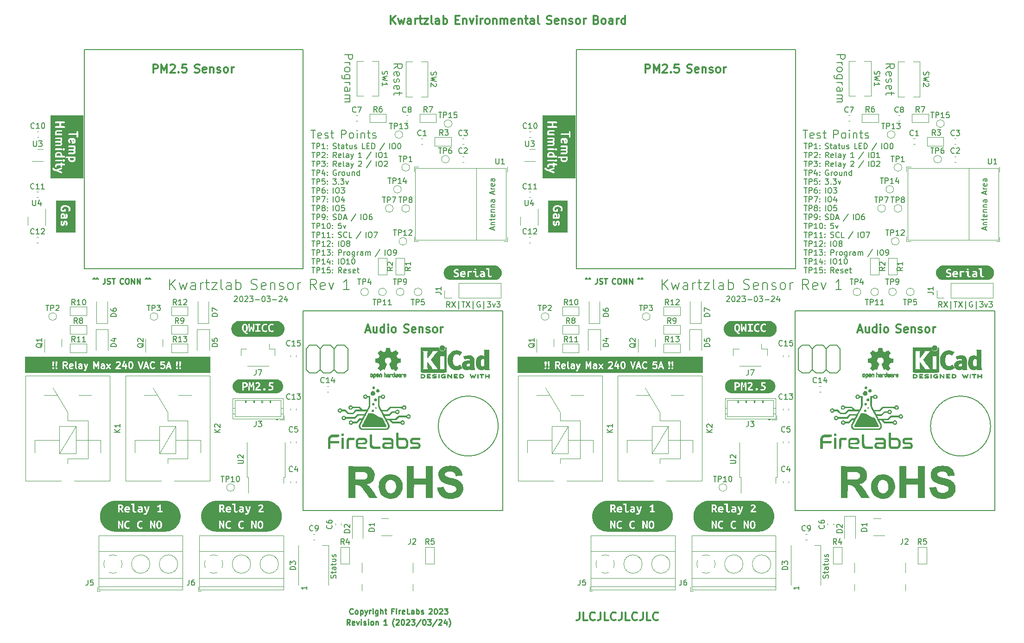
<source format=gbr>
%TF.GenerationSoftware,KiCad,Pcbnew,(7.0.0-0)*%
%TF.CreationDate,2023-03-25T06:16:28-04:00*%
%TF.ProjectId,KwartzLab-SensorBoard-Rev1-Panel,4b776172-747a-44c6-9162-2d53656e736f,1*%
%TF.SameCoordinates,Original*%
%TF.FileFunction,Legend,Top*%
%TF.FilePolarity,Positive*%
%FSLAX46Y46*%
G04 Gerber Fmt 4.6, Leading zero omitted, Abs format (unit mm)*
G04 Created by KiCad (PCBNEW (7.0.0-0)) date 2023-03-25 06:16:28*
%MOMM*%
%LPD*%
G01*
G04 APERTURE LIST*
%ADD10C,0.200000*%
%ADD11C,0.150000*%
%ADD12C,0.300000*%
%ADD13C,0.250000*%
%ADD14C,0.120000*%
%ADD15C,0.010000*%
%ADD16C,0.152400*%
G04 APERTURE END LIST*
D10*
X137908662Y-96517072D02*
G75*
G03*
X137908662Y-96517072I-5482928J0D01*
G01*
X227865850Y-96517072D02*
G75*
G03*
X227865850Y-96517072I-5482928J0D01*
G01*
D11*
X62242806Y-27750000D02*
X102242806Y-27750000D01*
X102242806Y-27750000D02*
X102242806Y-67750000D01*
X102242806Y-67750000D02*
X62242806Y-67750000D01*
X62242806Y-67750000D02*
X62242806Y-27750000D01*
X152199994Y-27750000D02*
X192199994Y-27750000D01*
X192199994Y-27750000D02*
X192199994Y-67750000D01*
X192199994Y-67750000D02*
X152199994Y-67750000D01*
X152199994Y-67750000D02*
X152199994Y-27750000D01*
D12*
X74849948Y-31923571D02*
X74849948Y-30423571D01*
X74849948Y-30423571D02*
X75421377Y-30423571D01*
X75421377Y-30423571D02*
X75564234Y-30495000D01*
X75564234Y-30495000D02*
X75635663Y-30566428D01*
X75635663Y-30566428D02*
X75707091Y-30709285D01*
X75707091Y-30709285D02*
X75707091Y-30923571D01*
X75707091Y-30923571D02*
X75635663Y-31066428D01*
X75635663Y-31066428D02*
X75564234Y-31137857D01*
X75564234Y-31137857D02*
X75421377Y-31209285D01*
X75421377Y-31209285D02*
X74849948Y-31209285D01*
X76349948Y-31923571D02*
X76349948Y-30423571D01*
X76349948Y-30423571D02*
X76849948Y-31495000D01*
X76849948Y-31495000D02*
X77349948Y-30423571D01*
X77349948Y-30423571D02*
X77349948Y-31923571D01*
X77992806Y-30566428D02*
X78064234Y-30495000D01*
X78064234Y-30495000D02*
X78207092Y-30423571D01*
X78207092Y-30423571D02*
X78564234Y-30423571D01*
X78564234Y-30423571D02*
X78707092Y-30495000D01*
X78707092Y-30495000D02*
X78778520Y-30566428D01*
X78778520Y-30566428D02*
X78849949Y-30709285D01*
X78849949Y-30709285D02*
X78849949Y-30852142D01*
X78849949Y-30852142D02*
X78778520Y-31066428D01*
X78778520Y-31066428D02*
X77921377Y-31923571D01*
X77921377Y-31923571D02*
X78849949Y-31923571D01*
X79492805Y-31780714D02*
X79564234Y-31852142D01*
X79564234Y-31852142D02*
X79492805Y-31923571D01*
X79492805Y-31923571D02*
X79421377Y-31852142D01*
X79421377Y-31852142D02*
X79492805Y-31780714D01*
X79492805Y-31780714D02*
X79492805Y-31923571D01*
X80921377Y-30423571D02*
X80207091Y-30423571D01*
X80207091Y-30423571D02*
X80135663Y-31137857D01*
X80135663Y-31137857D02*
X80207091Y-31066428D01*
X80207091Y-31066428D02*
X80349949Y-30995000D01*
X80349949Y-30995000D02*
X80707091Y-30995000D01*
X80707091Y-30995000D02*
X80849949Y-31066428D01*
X80849949Y-31066428D02*
X80921377Y-31137857D01*
X80921377Y-31137857D02*
X80992806Y-31280714D01*
X80992806Y-31280714D02*
X80992806Y-31637857D01*
X80992806Y-31637857D02*
X80921377Y-31780714D01*
X80921377Y-31780714D02*
X80849949Y-31852142D01*
X80849949Y-31852142D02*
X80707091Y-31923571D01*
X80707091Y-31923571D02*
X80349949Y-31923571D01*
X80349949Y-31923571D02*
X80207091Y-31852142D01*
X80207091Y-31852142D02*
X80135663Y-31780714D01*
X82464234Y-31852142D02*
X82678520Y-31923571D01*
X82678520Y-31923571D02*
X83035662Y-31923571D01*
X83035662Y-31923571D02*
X83178520Y-31852142D01*
X83178520Y-31852142D02*
X83249948Y-31780714D01*
X83249948Y-31780714D02*
X83321377Y-31637857D01*
X83321377Y-31637857D02*
X83321377Y-31495000D01*
X83321377Y-31495000D02*
X83249948Y-31352142D01*
X83249948Y-31352142D02*
X83178520Y-31280714D01*
X83178520Y-31280714D02*
X83035662Y-31209285D01*
X83035662Y-31209285D02*
X82749948Y-31137857D01*
X82749948Y-31137857D02*
X82607091Y-31066428D01*
X82607091Y-31066428D02*
X82535662Y-30995000D01*
X82535662Y-30995000D02*
X82464234Y-30852142D01*
X82464234Y-30852142D02*
X82464234Y-30709285D01*
X82464234Y-30709285D02*
X82535662Y-30566428D01*
X82535662Y-30566428D02*
X82607091Y-30495000D01*
X82607091Y-30495000D02*
X82749948Y-30423571D01*
X82749948Y-30423571D02*
X83107091Y-30423571D01*
X83107091Y-30423571D02*
X83321377Y-30495000D01*
X84535662Y-31852142D02*
X84392805Y-31923571D01*
X84392805Y-31923571D02*
X84107091Y-31923571D01*
X84107091Y-31923571D02*
X83964233Y-31852142D01*
X83964233Y-31852142D02*
X83892805Y-31709285D01*
X83892805Y-31709285D02*
X83892805Y-31137857D01*
X83892805Y-31137857D02*
X83964233Y-30995000D01*
X83964233Y-30995000D02*
X84107091Y-30923571D01*
X84107091Y-30923571D02*
X84392805Y-30923571D01*
X84392805Y-30923571D02*
X84535662Y-30995000D01*
X84535662Y-30995000D02*
X84607091Y-31137857D01*
X84607091Y-31137857D02*
X84607091Y-31280714D01*
X84607091Y-31280714D02*
X83892805Y-31423571D01*
X85249947Y-30923571D02*
X85249947Y-31923571D01*
X85249947Y-31066428D02*
X85321376Y-30995000D01*
X85321376Y-30995000D02*
X85464233Y-30923571D01*
X85464233Y-30923571D02*
X85678519Y-30923571D01*
X85678519Y-30923571D02*
X85821376Y-30995000D01*
X85821376Y-30995000D02*
X85892805Y-31137857D01*
X85892805Y-31137857D02*
X85892805Y-31923571D01*
X86535662Y-31852142D02*
X86678519Y-31923571D01*
X86678519Y-31923571D02*
X86964233Y-31923571D01*
X86964233Y-31923571D02*
X87107090Y-31852142D01*
X87107090Y-31852142D02*
X87178519Y-31709285D01*
X87178519Y-31709285D02*
X87178519Y-31637857D01*
X87178519Y-31637857D02*
X87107090Y-31495000D01*
X87107090Y-31495000D02*
X86964233Y-31423571D01*
X86964233Y-31423571D02*
X86749948Y-31423571D01*
X86749948Y-31423571D02*
X86607090Y-31352142D01*
X86607090Y-31352142D02*
X86535662Y-31209285D01*
X86535662Y-31209285D02*
X86535662Y-31137857D01*
X86535662Y-31137857D02*
X86607090Y-30995000D01*
X86607090Y-30995000D02*
X86749948Y-30923571D01*
X86749948Y-30923571D02*
X86964233Y-30923571D01*
X86964233Y-30923571D02*
X87107090Y-30995000D01*
X88035662Y-31923571D02*
X87892805Y-31852142D01*
X87892805Y-31852142D02*
X87821376Y-31780714D01*
X87821376Y-31780714D02*
X87749948Y-31637857D01*
X87749948Y-31637857D02*
X87749948Y-31209285D01*
X87749948Y-31209285D02*
X87821376Y-31066428D01*
X87821376Y-31066428D02*
X87892805Y-30995000D01*
X87892805Y-30995000D02*
X88035662Y-30923571D01*
X88035662Y-30923571D02*
X88249948Y-30923571D01*
X88249948Y-30923571D02*
X88392805Y-30995000D01*
X88392805Y-30995000D02*
X88464234Y-31066428D01*
X88464234Y-31066428D02*
X88535662Y-31209285D01*
X88535662Y-31209285D02*
X88535662Y-31637857D01*
X88535662Y-31637857D02*
X88464234Y-31780714D01*
X88464234Y-31780714D02*
X88392805Y-31852142D01*
X88392805Y-31852142D02*
X88249948Y-31923571D01*
X88249948Y-31923571D02*
X88035662Y-31923571D01*
X89178519Y-31923571D02*
X89178519Y-30923571D01*
X89178519Y-31209285D02*
X89249948Y-31066428D01*
X89249948Y-31066428D02*
X89321377Y-30995000D01*
X89321377Y-30995000D02*
X89464234Y-30923571D01*
X89464234Y-30923571D02*
X89607091Y-30923571D01*
X164807136Y-31923571D02*
X164807136Y-30423571D01*
X164807136Y-30423571D02*
X165378565Y-30423571D01*
X165378565Y-30423571D02*
X165521422Y-30495000D01*
X165521422Y-30495000D02*
X165592851Y-30566428D01*
X165592851Y-30566428D02*
X165664279Y-30709285D01*
X165664279Y-30709285D02*
X165664279Y-30923571D01*
X165664279Y-30923571D02*
X165592851Y-31066428D01*
X165592851Y-31066428D02*
X165521422Y-31137857D01*
X165521422Y-31137857D02*
X165378565Y-31209285D01*
X165378565Y-31209285D02*
X164807136Y-31209285D01*
X166307136Y-31923571D02*
X166307136Y-30423571D01*
X166307136Y-30423571D02*
X166807136Y-31495000D01*
X166807136Y-31495000D02*
X167307136Y-30423571D01*
X167307136Y-30423571D02*
X167307136Y-31923571D01*
X167949994Y-30566428D02*
X168021422Y-30495000D01*
X168021422Y-30495000D02*
X168164280Y-30423571D01*
X168164280Y-30423571D02*
X168521422Y-30423571D01*
X168521422Y-30423571D02*
X168664280Y-30495000D01*
X168664280Y-30495000D02*
X168735708Y-30566428D01*
X168735708Y-30566428D02*
X168807137Y-30709285D01*
X168807137Y-30709285D02*
X168807137Y-30852142D01*
X168807137Y-30852142D02*
X168735708Y-31066428D01*
X168735708Y-31066428D02*
X167878565Y-31923571D01*
X167878565Y-31923571D02*
X168807137Y-31923571D01*
X169449993Y-31780714D02*
X169521422Y-31852142D01*
X169521422Y-31852142D02*
X169449993Y-31923571D01*
X169449993Y-31923571D02*
X169378565Y-31852142D01*
X169378565Y-31852142D02*
X169449993Y-31780714D01*
X169449993Y-31780714D02*
X169449993Y-31923571D01*
X170878565Y-30423571D02*
X170164279Y-30423571D01*
X170164279Y-30423571D02*
X170092851Y-31137857D01*
X170092851Y-31137857D02*
X170164279Y-31066428D01*
X170164279Y-31066428D02*
X170307137Y-30995000D01*
X170307137Y-30995000D02*
X170664279Y-30995000D01*
X170664279Y-30995000D02*
X170807137Y-31066428D01*
X170807137Y-31066428D02*
X170878565Y-31137857D01*
X170878565Y-31137857D02*
X170949994Y-31280714D01*
X170949994Y-31280714D02*
X170949994Y-31637857D01*
X170949994Y-31637857D02*
X170878565Y-31780714D01*
X170878565Y-31780714D02*
X170807137Y-31852142D01*
X170807137Y-31852142D02*
X170664279Y-31923571D01*
X170664279Y-31923571D02*
X170307137Y-31923571D01*
X170307137Y-31923571D02*
X170164279Y-31852142D01*
X170164279Y-31852142D02*
X170092851Y-31780714D01*
X172421422Y-31852142D02*
X172635708Y-31923571D01*
X172635708Y-31923571D02*
X172992850Y-31923571D01*
X172992850Y-31923571D02*
X173135708Y-31852142D01*
X173135708Y-31852142D02*
X173207136Y-31780714D01*
X173207136Y-31780714D02*
X173278565Y-31637857D01*
X173278565Y-31637857D02*
X173278565Y-31495000D01*
X173278565Y-31495000D02*
X173207136Y-31352142D01*
X173207136Y-31352142D02*
X173135708Y-31280714D01*
X173135708Y-31280714D02*
X172992850Y-31209285D01*
X172992850Y-31209285D02*
X172707136Y-31137857D01*
X172707136Y-31137857D02*
X172564279Y-31066428D01*
X172564279Y-31066428D02*
X172492850Y-30995000D01*
X172492850Y-30995000D02*
X172421422Y-30852142D01*
X172421422Y-30852142D02*
X172421422Y-30709285D01*
X172421422Y-30709285D02*
X172492850Y-30566428D01*
X172492850Y-30566428D02*
X172564279Y-30495000D01*
X172564279Y-30495000D02*
X172707136Y-30423571D01*
X172707136Y-30423571D02*
X173064279Y-30423571D01*
X173064279Y-30423571D02*
X173278565Y-30495000D01*
X174492850Y-31852142D02*
X174349993Y-31923571D01*
X174349993Y-31923571D02*
X174064279Y-31923571D01*
X174064279Y-31923571D02*
X173921421Y-31852142D01*
X173921421Y-31852142D02*
X173849993Y-31709285D01*
X173849993Y-31709285D02*
X173849993Y-31137857D01*
X173849993Y-31137857D02*
X173921421Y-30995000D01*
X173921421Y-30995000D02*
X174064279Y-30923571D01*
X174064279Y-30923571D02*
X174349993Y-30923571D01*
X174349993Y-30923571D02*
X174492850Y-30995000D01*
X174492850Y-30995000D02*
X174564279Y-31137857D01*
X174564279Y-31137857D02*
X174564279Y-31280714D01*
X174564279Y-31280714D02*
X173849993Y-31423571D01*
X175207135Y-30923571D02*
X175207135Y-31923571D01*
X175207135Y-31066428D02*
X175278564Y-30995000D01*
X175278564Y-30995000D02*
X175421421Y-30923571D01*
X175421421Y-30923571D02*
X175635707Y-30923571D01*
X175635707Y-30923571D02*
X175778564Y-30995000D01*
X175778564Y-30995000D02*
X175849993Y-31137857D01*
X175849993Y-31137857D02*
X175849993Y-31923571D01*
X176492850Y-31852142D02*
X176635707Y-31923571D01*
X176635707Y-31923571D02*
X176921421Y-31923571D01*
X176921421Y-31923571D02*
X177064278Y-31852142D01*
X177064278Y-31852142D02*
X177135707Y-31709285D01*
X177135707Y-31709285D02*
X177135707Y-31637857D01*
X177135707Y-31637857D02*
X177064278Y-31495000D01*
X177064278Y-31495000D02*
X176921421Y-31423571D01*
X176921421Y-31423571D02*
X176707136Y-31423571D01*
X176707136Y-31423571D02*
X176564278Y-31352142D01*
X176564278Y-31352142D02*
X176492850Y-31209285D01*
X176492850Y-31209285D02*
X176492850Y-31137857D01*
X176492850Y-31137857D02*
X176564278Y-30995000D01*
X176564278Y-30995000D02*
X176707136Y-30923571D01*
X176707136Y-30923571D02*
X176921421Y-30923571D01*
X176921421Y-30923571D02*
X177064278Y-30995000D01*
X177992850Y-31923571D02*
X177849993Y-31852142D01*
X177849993Y-31852142D02*
X177778564Y-31780714D01*
X177778564Y-31780714D02*
X177707136Y-31637857D01*
X177707136Y-31637857D02*
X177707136Y-31209285D01*
X177707136Y-31209285D02*
X177778564Y-31066428D01*
X177778564Y-31066428D02*
X177849993Y-30995000D01*
X177849993Y-30995000D02*
X177992850Y-30923571D01*
X177992850Y-30923571D02*
X178207136Y-30923571D01*
X178207136Y-30923571D02*
X178349993Y-30995000D01*
X178349993Y-30995000D02*
X178421422Y-31066428D01*
X178421422Y-31066428D02*
X178492850Y-31209285D01*
X178492850Y-31209285D02*
X178492850Y-31637857D01*
X178492850Y-31637857D02*
X178421422Y-31780714D01*
X178421422Y-31780714D02*
X178349993Y-31852142D01*
X178349993Y-31852142D02*
X178207136Y-31923571D01*
X178207136Y-31923571D02*
X177992850Y-31923571D01*
X179135707Y-31923571D02*
X179135707Y-30923571D01*
X179135707Y-31209285D02*
X179207136Y-31066428D01*
X179207136Y-31066428D02*
X179278565Y-30995000D01*
X179278565Y-30995000D02*
X179421422Y-30923571D01*
X179421422Y-30923571D02*
X179564279Y-30923571D01*
D11*
X109819234Y-28607142D02*
X111319234Y-28607142D01*
X111319234Y-28607142D02*
X111319234Y-29178571D01*
X111319234Y-29178571D02*
X111247806Y-29321428D01*
X111247806Y-29321428D02*
X111176377Y-29392857D01*
X111176377Y-29392857D02*
X111033520Y-29464285D01*
X111033520Y-29464285D02*
X110819234Y-29464285D01*
X110819234Y-29464285D02*
X110676377Y-29392857D01*
X110676377Y-29392857D02*
X110604948Y-29321428D01*
X110604948Y-29321428D02*
X110533520Y-29178571D01*
X110533520Y-29178571D02*
X110533520Y-28607142D01*
X109819234Y-30107142D02*
X110819234Y-30107142D01*
X110533520Y-30107142D02*
X110676377Y-30178571D01*
X110676377Y-30178571D02*
X110747806Y-30250000D01*
X110747806Y-30250000D02*
X110819234Y-30392857D01*
X110819234Y-30392857D02*
X110819234Y-30535714D01*
X109819234Y-31249999D02*
X109890663Y-31107142D01*
X109890663Y-31107142D02*
X109962091Y-31035713D01*
X109962091Y-31035713D02*
X110104948Y-30964285D01*
X110104948Y-30964285D02*
X110533520Y-30964285D01*
X110533520Y-30964285D02*
X110676377Y-31035713D01*
X110676377Y-31035713D02*
X110747806Y-31107142D01*
X110747806Y-31107142D02*
X110819234Y-31249999D01*
X110819234Y-31249999D02*
X110819234Y-31464285D01*
X110819234Y-31464285D02*
X110747806Y-31607142D01*
X110747806Y-31607142D02*
X110676377Y-31678571D01*
X110676377Y-31678571D02*
X110533520Y-31749999D01*
X110533520Y-31749999D02*
X110104948Y-31749999D01*
X110104948Y-31749999D02*
X109962091Y-31678571D01*
X109962091Y-31678571D02*
X109890663Y-31607142D01*
X109890663Y-31607142D02*
X109819234Y-31464285D01*
X109819234Y-31464285D02*
X109819234Y-31249999D01*
X110819234Y-33035714D02*
X109604948Y-33035714D01*
X109604948Y-33035714D02*
X109462091Y-32964285D01*
X109462091Y-32964285D02*
X109390663Y-32892856D01*
X109390663Y-32892856D02*
X109319234Y-32749999D01*
X109319234Y-32749999D02*
X109319234Y-32535714D01*
X109319234Y-32535714D02*
X109390663Y-32392856D01*
X109890663Y-33035714D02*
X109819234Y-32892856D01*
X109819234Y-32892856D02*
X109819234Y-32607142D01*
X109819234Y-32607142D02*
X109890663Y-32464285D01*
X109890663Y-32464285D02*
X109962091Y-32392856D01*
X109962091Y-32392856D02*
X110104948Y-32321428D01*
X110104948Y-32321428D02*
X110533520Y-32321428D01*
X110533520Y-32321428D02*
X110676377Y-32392856D01*
X110676377Y-32392856D02*
X110747806Y-32464285D01*
X110747806Y-32464285D02*
X110819234Y-32607142D01*
X110819234Y-32607142D02*
X110819234Y-32892856D01*
X110819234Y-32892856D02*
X110747806Y-33035714D01*
X109819234Y-33749999D02*
X110819234Y-33749999D01*
X110533520Y-33749999D02*
X110676377Y-33821428D01*
X110676377Y-33821428D02*
X110747806Y-33892857D01*
X110747806Y-33892857D02*
X110819234Y-34035714D01*
X110819234Y-34035714D02*
X110819234Y-34178571D01*
X109819234Y-35321428D02*
X110604948Y-35321428D01*
X110604948Y-35321428D02*
X110747806Y-35249999D01*
X110747806Y-35249999D02*
X110819234Y-35107142D01*
X110819234Y-35107142D02*
X110819234Y-34821428D01*
X110819234Y-34821428D02*
X110747806Y-34678570D01*
X109890663Y-35321428D02*
X109819234Y-35178570D01*
X109819234Y-35178570D02*
X109819234Y-34821428D01*
X109819234Y-34821428D02*
X109890663Y-34678570D01*
X109890663Y-34678570D02*
X110033520Y-34607142D01*
X110033520Y-34607142D02*
X110176377Y-34607142D01*
X110176377Y-34607142D02*
X110319234Y-34678570D01*
X110319234Y-34678570D02*
X110390663Y-34821428D01*
X110390663Y-34821428D02*
X110390663Y-35178570D01*
X110390663Y-35178570D02*
X110462091Y-35321428D01*
X109819234Y-36035713D02*
X110819234Y-36035713D01*
X110676377Y-36035713D02*
X110747806Y-36107142D01*
X110747806Y-36107142D02*
X110819234Y-36249999D01*
X110819234Y-36249999D02*
X110819234Y-36464285D01*
X110819234Y-36464285D02*
X110747806Y-36607142D01*
X110747806Y-36607142D02*
X110604948Y-36678571D01*
X110604948Y-36678571D02*
X109819234Y-36678571D01*
X110604948Y-36678571D02*
X110747806Y-36749999D01*
X110747806Y-36749999D02*
X110819234Y-36892856D01*
X110819234Y-36892856D02*
X110819234Y-37107142D01*
X110819234Y-37107142D02*
X110747806Y-37249999D01*
X110747806Y-37249999D02*
X110604948Y-37321428D01*
X110604948Y-37321428D02*
X109819234Y-37321428D01*
X199776422Y-28607142D02*
X201276422Y-28607142D01*
X201276422Y-28607142D02*
X201276422Y-29178571D01*
X201276422Y-29178571D02*
X201204994Y-29321428D01*
X201204994Y-29321428D02*
X201133565Y-29392857D01*
X201133565Y-29392857D02*
X200990708Y-29464285D01*
X200990708Y-29464285D02*
X200776422Y-29464285D01*
X200776422Y-29464285D02*
X200633565Y-29392857D01*
X200633565Y-29392857D02*
X200562136Y-29321428D01*
X200562136Y-29321428D02*
X200490708Y-29178571D01*
X200490708Y-29178571D02*
X200490708Y-28607142D01*
X199776422Y-30107142D02*
X200776422Y-30107142D01*
X200490708Y-30107142D02*
X200633565Y-30178571D01*
X200633565Y-30178571D02*
X200704994Y-30250000D01*
X200704994Y-30250000D02*
X200776422Y-30392857D01*
X200776422Y-30392857D02*
X200776422Y-30535714D01*
X199776422Y-31249999D02*
X199847851Y-31107142D01*
X199847851Y-31107142D02*
X199919279Y-31035713D01*
X199919279Y-31035713D02*
X200062136Y-30964285D01*
X200062136Y-30964285D02*
X200490708Y-30964285D01*
X200490708Y-30964285D02*
X200633565Y-31035713D01*
X200633565Y-31035713D02*
X200704994Y-31107142D01*
X200704994Y-31107142D02*
X200776422Y-31249999D01*
X200776422Y-31249999D02*
X200776422Y-31464285D01*
X200776422Y-31464285D02*
X200704994Y-31607142D01*
X200704994Y-31607142D02*
X200633565Y-31678571D01*
X200633565Y-31678571D02*
X200490708Y-31749999D01*
X200490708Y-31749999D02*
X200062136Y-31749999D01*
X200062136Y-31749999D02*
X199919279Y-31678571D01*
X199919279Y-31678571D02*
X199847851Y-31607142D01*
X199847851Y-31607142D02*
X199776422Y-31464285D01*
X199776422Y-31464285D02*
X199776422Y-31249999D01*
X200776422Y-33035714D02*
X199562136Y-33035714D01*
X199562136Y-33035714D02*
X199419279Y-32964285D01*
X199419279Y-32964285D02*
X199347851Y-32892856D01*
X199347851Y-32892856D02*
X199276422Y-32749999D01*
X199276422Y-32749999D02*
X199276422Y-32535714D01*
X199276422Y-32535714D02*
X199347851Y-32392856D01*
X199847851Y-33035714D02*
X199776422Y-32892856D01*
X199776422Y-32892856D02*
X199776422Y-32607142D01*
X199776422Y-32607142D02*
X199847851Y-32464285D01*
X199847851Y-32464285D02*
X199919279Y-32392856D01*
X199919279Y-32392856D02*
X200062136Y-32321428D01*
X200062136Y-32321428D02*
X200490708Y-32321428D01*
X200490708Y-32321428D02*
X200633565Y-32392856D01*
X200633565Y-32392856D02*
X200704994Y-32464285D01*
X200704994Y-32464285D02*
X200776422Y-32607142D01*
X200776422Y-32607142D02*
X200776422Y-32892856D01*
X200776422Y-32892856D02*
X200704994Y-33035714D01*
X199776422Y-33749999D02*
X200776422Y-33749999D01*
X200490708Y-33749999D02*
X200633565Y-33821428D01*
X200633565Y-33821428D02*
X200704994Y-33892857D01*
X200704994Y-33892857D02*
X200776422Y-34035714D01*
X200776422Y-34035714D02*
X200776422Y-34178571D01*
X199776422Y-35321428D02*
X200562136Y-35321428D01*
X200562136Y-35321428D02*
X200704994Y-35249999D01*
X200704994Y-35249999D02*
X200776422Y-35107142D01*
X200776422Y-35107142D02*
X200776422Y-34821428D01*
X200776422Y-34821428D02*
X200704994Y-34678570D01*
X199847851Y-35321428D02*
X199776422Y-35178570D01*
X199776422Y-35178570D02*
X199776422Y-34821428D01*
X199776422Y-34821428D02*
X199847851Y-34678570D01*
X199847851Y-34678570D02*
X199990708Y-34607142D01*
X199990708Y-34607142D02*
X200133565Y-34607142D01*
X200133565Y-34607142D02*
X200276422Y-34678570D01*
X200276422Y-34678570D02*
X200347851Y-34821428D01*
X200347851Y-34821428D02*
X200347851Y-35178570D01*
X200347851Y-35178570D02*
X200419279Y-35321428D01*
X199776422Y-36035713D02*
X200776422Y-36035713D01*
X200633565Y-36035713D02*
X200704994Y-36107142D01*
X200704994Y-36107142D02*
X200776422Y-36249999D01*
X200776422Y-36249999D02*
X200776422Y-36464285D01*
X200776422Y-36464285D02*
X200704994Y-36607142D01*
X200704994Y-36607142D02*
X200562136Y-36678571D01*
X200562136Y-36678571D02*
X199776422Y-36678571D01*
X200562136Y-36678571D02*
X200704994Y-36749999D01*
X200704994Y-36749999D02*
X200776422Y-36892856D01*
X200776422Y-36892856D02*
X200776422Y-37107142D01*
X200776422Y-37107142D02*
X200704994Y-37249999D01*
X200704994Y-37249999D02*
X200562136Y-37321428D01*
X200562136Y-37321428D02*
X199776422Y-37321428D01*
D13*
X110814285Y-132867380D02*
X110480952Y-132391190D01*
X110242857Y-132867380D02*
X110242857Y-131867380D01*
X110242857Y-131867380D02*
X110623809Y-131867380D01*
X110623809Y-131867380D02*
X110719047Y-131915000D01*
X110719047Y-131915000D02*
X110766666Y-131962619D01*
X110766666Y-131962619D02*
X110814285Y-132057857D01*
X110814285Y-132057857D02*
X110814285Y-132200714D01*
X110814285Y-132200714D02*
X110766666Y-132295952D01*
X110766666Y-132295952D02*
X110719047Y-132343571D01*
X110719047Y-132343571D02*
X110623809Y-132391190D01*
X110623809Y-132391190D02*
X110242857Y-132391190D01*
X111623809Y-132819761D02*
X111528571Y-132867380D01*
X111528571Y-132867380D02*
X111338095Y-132867380D01*
X111338095Y-132867380D02*
X111242857Y-132819761D01*
X111242857Y-132819761D02*
X111195238Y-132724523D01*
X111195238Y-132724523D02*
X111195238Y-132343571D01*
X111195238Y-132343571D02*
X111242857Y-132248333D01*
X111242857Y-132248333D02*
X111338095Y-132200714D01*
X111338095Y-132200714D02*
X111528571Y-132200714D01*
X111528571Y-132200714D02*
X111623809Y-132248333D01*
X111623809Y-132248333D02*
X111671428Y-132343571D01*
X111671428Y-132343571D02*
X111671428Y-132438809D01*
X111671428Y-132438809D02*
X111195238Y-132534047D01*
X112004762Y-132200714D02*
X112242857Y-132867380D01*
X112242857Y-132867380D02*
X112480952Y-132200714D01*
X112861905Y-132867380D02*
X112861905Y-132200714D01*
X112861905Y-131867380D02*
X112814286Y-131915000D01*
X112814286Y-131915000D02*
X112861905Y-131962619D01*
X112861905Y-131962619D02*
X112909524Y-131915000D01*
X112909524Y-131915000D02*
X112861905Y-131867380D01*
X112861905Y-131867380D02*
X112861905Y-131962619D01*
X113290476Y-132819761D02*
X113385714Y-132867380D01*
X113385714Y-132867380D02*
X113576190Y-132867380D01*
X113576190Y-132867380D02*
X113671428Y-132819761D01*
X113671428Y-132819761D02*
X113719047Y-132724523D01*
X113719047Y-132724523D02*
X113719047Y-132676904D01*
X113719047Y-132676904D02*
X113671428Y-132581666D01*
X113671428Y-132581666D02*
X113576190Y-132534047D01*
X113576190Y-132534047D02*
X113433333Y-132534047D01*
X113433333Y-132534047D02*
X113338095Y-132486428D01*
X113338095Y-132486428D02*
X113290476Y-132391190D01*
X113290476Y-132391190D02*
X113290476Y-132343571D01*
X113290476Y-132343571D02*
X113338095Y-132248333D01*
X113338095Y-132248333D02*
X113433333Y-132200714D01*
X113433333Y-132200714D02*
X113576190Y-132200714D01*
X113576190Y-132200714D02*
X113671428Y-132248333D01*
X114147619Y-132867380D02*
X114147619Y-132200714D01*
X114147619Y-131867380D02*
X114100000Y-131915000D01*
X114100000Y-131915000D02*
X114147619Y-131962619D01*
X114147619Y-131962619D02*
X114195238Y-131915000D01*
X114195238Y-131915000D02*
X114147619Y-131867380D01*
X114147619Y-131867380D02*
X114147619Y-131962619D01*
X114766666Y-132867380D02*
X114671428Y-132819761D01*
X114671428Y-132819761D02*
X114623809Y-132772142D01*
X114623809Y-132772142D02*
X114576190Y-132676904D01*
X114576190Y-132676904D02*
X114576190Y-132391190D01*
X114576190Y-132391190D02*
X114623809Y-132295952D01*
X114623809Y-132295952D02*
X114671428Y-132248333D01*
X114671428Y-132248333D02*
X114766666Y-132200714D01*
X114766666Y-132200714D02*
X114909523Y-132200714D01*
X114909523Y-132200714D02*
X115004761Y-132248333D01*
X115004761Y-132248333D02*
X115052380Y-132295952D01*
X115052380Y-132295952D02*
X115099999Y-132391190D01*
X115099999Y-132391190D02*
X115099999Y-132676904D01*
X115099999Y-132676904D02*
X115052380Y-132772142D01*
X115052380Y-132772142D02*
X115004761Y-132819761D01*
X115004761Y-132819761D02*
X114909523Y-132867380D01*
X114909523Y-132867380D02*
X114766666Y-132867380D01*
X115528571Y-132200714D02*
X115528571Y-132867380D01*
X115528571Y-132295952D02*
X115576190Y-132248333D01*
X115576190Y-132248333D02*
X115671428Y-132200714D01*
X115671428Y-132200714D02*
X115814285Y-132200714D01*
X115814285Y-132200714D02*
X115909523Y-132248333D01*
X115909523Y-132248333D02*
X115957142Y-132343571D01*
X115957142Y-132343571D02*
X115957142Y-132867380D01*
X117557142Y-132867380D02*
X116985714Y-132867380D01*
X117271428Y-132867380D02*
X117271428Y-131867380D01*
X117271428Y-131867380D02*
X117176190Y-132010238D01*
X117176190Y-132010238D02*
X117080952Y-132105476D01*
X117080952Y-132105476D02*
X116985714Y-132153095D01*
X118871428Y-133248333D02*
X118823809Y-133200714D01*
X118823809Y-133200714D02*
X118728571Y-133057857D01*
X118728571Y-133057857D02*
X118680952Y-132962619D01*
X118680952Y-132962619D02*
X118633333Y-132819761D01*
X118633333Y-132819761D02*
X118585714Y-132581666D01*
X118585714Y-132581666D02*
X118585714Y-132391190D01*
X118585714Y-132391190D02*
X118633333Y-132153095D01*
X118633333Y-132153095D02*
X118680952Y-132010238D01*
X118680952Y-132010238D02*
X118728571Y-131915000D01*
X118728571Y-131915000D02*
X118823809Y-131772142D01*
X118823809Y-131772142D02*
X118871428Y-131724523D01*
X119204762Y-131962619D02*
X119252381Y-131915000D01*
X119252381Y-131915000D02*
X119347619Y-131867380D01*
X119347619Y-131867380D02*
X119585714Y-131867380D01*
X119585714Y-131867380D02*
X119680952Y-131915000D01*
X119680952Y-131915000D02*
X119728571Y-131962619D01*
X119728571Y-131962619D02*
X119776190Y-132057857D01*
X119776190Y-132057857D02*
X119776190Y-132153095D01*
X119776190Y-132153095D02*
X119728571Y-132295952D01*
X119728571Y-132295952D02*
X119157143Y-132867380D01*
X119157143Y-132867380D02*
X119776190Y-132867380D01*
X120395238Y-131867380D02*
X120490476Y-131867380D01*
X120490476Y-131867380D02*
X120585714Y-131915000D01*
X120585714Y-131915000D02*
X120633333Y-131962619D01*
X120633333Y-131962619D02*
X120680952Y-132057857D01*
X120680952Y-132057857D02*
X120728571Y-132248333D01*
X120728571Y-132248333D02*
X120728571Y-132486428D01*
X120728571Y-132486428D02*
X120680952Y-132676904D01*
X120680952Y-132676904D02*
X120633333Y-132772142D01*
X120633333Y-132772142D02*
X120585714Y-132819761D01*
X120585714Y-132819761D02*
X120490476Y-132867380D01*
X120490476Y-132867380D02*
X120395238Y-132867380D01*
X120395238Y-132867380D02*
X120300000Y-132819761D01*
X120300000Y-132819761D02*
X120252381Y-132772142D01*
X120252381Y-132772142D02*
X120204762Y-132676904D01*
X120204762Y-132676904D02*
X120157143Y-132486428D01*
X120157143Y-132486428D02*
X120157143Y-132248333D01*
X120157143Y-132248333D02*
X120204762Y-132057857D01*
X120204762Y-132057857D02*
X120252381Y-131962619D01*
X120252381Y-131962619D02*
X120300000Y-131915000D01*
X120300000Y-131915000D02*
X120395238Y-131867380D01*
X121109524Y-131962619D02*
X121157143Y-131915000D01*
X121157143Y-131915000D02*
X121252381Y-131867380D01*
X121252381Y-131867380D02*
X121490476Y-131867380D01*
X121490476Y-131867380D02*
X121585714Y-131915000D01*
X121585714Y-131915000D02*
X121633333Y-131962619D01*
X121633333Y-131962619D02*
X121680952Y-132057857D01*
X121680952Y-132057857D02*
X121680952Y-132153095D01*
X121680952Y-132153095D02*
X121633333Y-132295952D01*
X121633333Y-132295952D02*
X121061905Y-132867380D01*
X121061905Y-132867380D02*
X121680952Y-132867380D01*
X122014286Y-131867380D02*
X122633333Y-131867380D01*
X122633333Y-131867380D02*
X122300000Y-132248333D01*
X122300000Y-132248333D02*
X122442857Y-132248333D01*
X122442857Y-132248333D02*
X122538095Y-132295952D01*
X122538095Y-132295952D02*
X122585714Y-132343571D01*
X122585714Y-132343571D02*
X122633333Y-132438809D01*
X122633333Y-132438809D02*
X122633333Y-132676904D01*
X122633333Y-132676904D02*
X122585714Y-132772142D01*
X122585714Y-132772142D02*
X122538095Y-132819761D01*
X122538095Y-132819761D02*
X122442857Y-132867380D01*
X122442857Y-132867380D02*
X122157143Y-132867380D01*
X122157143Y-132867380D02*
X122061905Y-132819761D01*
X122061905Y-132819761D02*
X122014286Y-132772142D01*
X123776190Y-131819761D02*
X122919048Y-133105476D01*
X124300000Y-131867380D02*
X124395238Y-131867380D01*
X124395238Y-131867380D02*
X124490476Y-131915000D01*
X124490476Y-131915000D02*
X124538095Y-131962619D01*
X124538095Y-131962619D02*
X124585714Y-132057857D01*
X124585714Y-132057857D02*
X124633333Y-132248333D01*
X124633333Y-132248333D02*
X124633333Y-132486428D01*
X124633333Y-132486428D02*
X124585714Y-132676904D01*
X124585714Y-132676904D02*
X124538095Y-132772142D01*
X124538095Y-132772142D02*
X124490476Y-132819761D01*
X124490476Y-132819761D02*
X124395238Y-132867380D01*
X124395238Y-132867380D02*
X124300000Y-132867380D01*
X124300000Y-132867380D02*
X124204762Y-132819761D01*
X124204762Y-132819761D02*
X124157143Y-132772142D01*
X124157143Y-132772142D02*
X124109524Y-132676904D01*
X124109524Y-132676904D02*
X124061905Y-132486428D01*
X124061905Y-132486428D02*
X124061905Y-132248333D01*
X124061905Y-132248333D02*
X124109524Y-132057857D01*
X124109524Y-132057857D02*
X124157143Y-131962619D01*
X124157143Y-131962619D02*
X124204762Y-131915000D01*
X124204762Y-131915000D02*
X124300000Y-131867380D01*
X124966667Y-131867380D02*
X125585714Y-131867380D01*
X125585714Y-131867380D02*
X125252381Y-132248333D01*
X125252381Y-132248333D02*
X125395238Y-132248333D01*
X125395238Y-132248333D02*
X125490476Y-132295952D01*
X125490476Y-132295952D02*
X125538095Y-132343571D01*
X125538095Y-132343571D02*
X125585714Y-132438809D01*
X125585714Y-132438809D02*
X125585714Y-132676904D01*
X125585714Y-132676904D02*
X125538095Y-132772142D01*
X125538095Y-132772142D02*
X125490476Y-132819761D01*
X125490476Y-132819761D02*
X125395238Y-132867380D01*
X125395238Y-132867380D02*
X125109524Y-132867380D01*
X125109524Y-132867380D02*
X125014286Y-132819761D01*
X125014286Y-132819761D02*
X124966667Y-132772142D01*
X126728571Y-131819761D02*
X125871429Y-133105476D01*
X127014286Y-131962619D02*
X127061905Y-131915000D01*
X127061905Y-131915000D02*
X127157143Y-131867380D01*
X127157143Y-131867380D02*
X127395238Y-131867380D01*
X127395238Y-131867380D02*
X127490476Y-131915000D01*
X127490476Y-131915000D02*
X127538095Y-131962619D01*
X127538095Y-131962619D02*
X127585714Y-132057857D01*
X127585714Y-132057857D02*
X127585714Y-132153095D01*
X127585714Y-132153095D02*
X127538095Y-132295952D01*
X127538095Y-132295952D02*
X126966667Y-132867380D01*
X126966667Y-132867380D02*
X127585714Y-132867380D01*
X128442857Y-132200714D02*
X128442857Y-132867380D01*
X128204762Y-131819761D02*
X127966667Y-132534047D01*
X127966667Y-132534047D02*
X128585714Y-132534047D01*
X128871429Y-133248333D02*
X128919048Y-133200714D01*
X128919048Y-133200714D02*
X129014286Y-133057857D01*
X129014286Y-133057857D02*
X129061905Y-132962619D01*
X129061905Y-132962619D02*
X129109524Y-132819761D01*
X129109524Y-132819761D02*
X129157143Y-132581666D01*
X129157143Y-132581666D02*
X129157143Y-132391190D01*
X129157143Y-132391190D02*
X129109524Y-132153095D01*
X129109524Y-132153095D02*
X129061905Y-132010238D01*
X129061905Y-132010238D02*
X129014286Y-131915000D01*
X129014286Y-131915000D02*
X128919048Y-131772142D01*
X128919048Y-131772142D02*
X128871429Y-131724523D01*
X63838044Y-69627619D02*
X64028520Y-69484761D01*
X64028520Y-69484761D02*
X64218996Y-69627619D01*
X64409473Y-69627619D02*
X64599949Y-69484761D01*
X64599949Y-69484761D02*
X64790425Y-69627619D01*
X66009473Y-69532380D02*
X66009473Y-70246666D01*
X66009473Y-70246666D02*
X65961854Y-70389523D01*
X65961854Y-70389523D02*
X65866616Y-70484761D01*
X65866616Y-70484761D02*
X65723759Y-70532380D01*
X65723759Y-70532380D02*
X65628521Y-70532380D01*
X66438045Y-70484761D02*
X66580902Y-70532380D01*
X66580902Y-70532380D02*
X66818997Y-70532380D01*
X66818997Y-70532380D02*
X66914235Y-70484761D01*
X66914235Y-70484761D02*
X66961854Y-70437142D01*
X66961854Y-70437142D02*
X67009473Y-70341904D01*
X67009473Y-70341904D02*
X67009473Y-70246666D01*
X67009473Y-70246666D02*
X66961854Y-70151428D01*
X66961854Y-70151428D02*
X66914235Y-70103809D01*
X66914235Y-70103809D02*
X66818997Y-70056190D01*
X66818997Y-70056190D02*
X66628521Y-70008571D01*
X66628521Y-70008571D02*
X66533283Y-69960952D01*
X66533283Y-69960952D02*
X66485664Y-69913333D01*
X66485664Y-69913333D02*
X66438045Y-69818095D01*
X66438045Y-69818095D02*
X66438045Y-69722857D01*
X66438045Y-69722857D02*
X66485664Y-69627619D01*
X66485664Y-69627619D02*
X66533283Y-69580000D01*
X66533283Y-69580000D02*
X66628521Y-69532380D01*
X66628521Y-69532380D02*
X66866616Y-69532380D01*
X66866616Y-69532380D02*
X67009473Y-69580000D01*
X67295188Y-69532380D02*
X67866616Y-69532380D01*
X67580902Y-70532380D02*
X67580902Y-69532380D01*
X69371378Y-70437142D02*
X69323759Y-70484761D01*
X69323759Y-70484761D02*
X69180902Y-70532380D01*
X69180902Y-70532380D02*
X69085664Y-70532380D01*
X69085664Y-70532380D02*
X68942807Y-70484761D01*
X68942807Y-70484761D02*
X68847569Y-70389523D01*
X68847569Y-70389523D02*
X68799950Y-70294285D01*
X68799950Y-70294285D02*
X68752331Y-70103809D01*
X68752331Y-70103809D02*
X68752331Y-69960952D01*
X68752331Y-69960952D02*
X68799950Y-69770476D01*
X68799950Y-69770476D02*
X68847569Y-69675238D01*
X68847569Y-69675238D02*
X68942807Y-69580000D01*
X68942807Y-69580000D02*
X69085664Y-69532380D01*
X69085664Y-69532380D02*
X69180902Y-69532380D01*
X69180902Y-69532380D02*
X69323759Y-69580000D01*
X69323759Y-69580000D02*
X69371378Y-69627619D01*
X69990426Y-69532380D02*
X70180902Y-69532380D01*
X70180902Y-69532380D02*
X70276140Y-69580000D01*
X70276140Y-69580000D02*
X70371378Y-69675238D01*
X70371378Y-69675238D02*
X70418997Y-69865714D01*
X70418997Y-69865714D02*
X70418997Y-70199047D01*
X70418997Y-70199047D02*
X70371378Y-70389523D01*
X70371378Y-70389523D02*
X70276140Y-70484761D01*
X70276140Y-70484761D02*
X70180902Y-70532380D01*
X70180902Y-70532380D02*
X69990426Y-70532380D01*
X69990426Y-70532380D02*
X69895188Y-70484761D01*
X69895188Y-70484761D02*
X69799950Y-70389523D01*
X69799950Y-70389523D02*
X69752331Y-70199047D01*
X69752331Y-70199047D02*
X69752331Y-69865714D01*
X69752331Y-69865714D02*
X69799950Y-69675238D01*
X69799950Y-69675238D02*
X69895188Y-69580000D01*
X69895188Y-69580000D02*
X69990426Y-69532380D01*
X70847569Y-70532380D02*
X70847569Y-69532380D01*
X70847569Y-69532380D02*
X71418997Y-70532380D01*
X71418997Y-70532380D02*
X71418997Y-69532380D01*
X71895188Y-70532380D02*
X71895188Y-69532380D01*
X71895188Y-69532380D02*
X72466616Y-70532380D01*
X72466616Y-70532380D02*
X72466616Y-69532380D01*
X73399950Y-69627619D02*
X73590426Y-69484761D01*
X73590426Y-69484761D02*
X73780902Y-69627619D01*
X73971379Y-69627619D02*
X74161855Y-69484761D01*
X74161855Y-69484761D02*
X74352331Y-69627619D01*
X153795232Y-69627619D02*
X153985708Y-69484761D01*
X153985708Y-69484761D02*
X154176184Y-69627619D01*
X154366661Y-69627619D02*
X154557137Y-69484761D01*
X154557137Y-69484761D02*
X154747613Y-69627619D01*
X155966661Y-69532380D02*
X155966661Y-70246666D01*
X155966661Y-70246666D02*
X155919042Y-70389523D01*
X155919042Y-70389523D02*
X155823804Y-70484761D01*
X155823804Y-70484761D02*
X155680947Y-70532380D01*
X155680947Y-70532380D02*
X155585709Y-70532380D01*
X156395233Y-70484761D02*
X156538090Y-70532380D01*
X156538090Y-70532380D02*
X156776185Y-70532380D01*
X156776185Y-70532380D02*
X156871423Y-70484761D01*
X156871423Y-70484761D02*
X156919042Y-70437142D01*
X156919042Y-70437142D02*
X156966661Y-70341904D01*
X156966661Y-70341904D02*
X156966661Y-70246666D01*
X156966661Y-70246666D02*
X156919042Y-70151428D01*
X156919042Y-70151428D02*
X156871423Y-70103809D01*
X156871423Y-70103809D02*
X156776185Y-70056190D01*
X156776185Y-70056190D02*
X156585709Y-70008571D01*
X156585709Y-70008571D02*
X156490471Y-69960952D01*
X156490471Y-69960952D02*
X156442852Y-69913333D01*
X156442852Y-69913333D02*
X156395233Y-69818095D01*
X156395233Y-69818095D02*
X156395233Y-69722857D01*
X156395233Y-69722857D02*
X156442852Y-69627619D01*
X156442852Y-69627619D02*
X156490471Y-69580000D01*
X156490471Y-69580000D02*
X156585709Y-69532380D01*
X156585709Y-69532380D02*
X156823804Y-69532380D01*
X156823804Y-69532380D02*
X156966661Y-69580000D01*
X157252376Y-69532380D02*
X157823804Y-69532380D01*
X157538090Y-70532380D02*
X157538090Y-69532380D01*
X159328566Y-70437142D02*
X159280947Y-70484761D01*
X159280947Y-70484761D02*
X159138090Y-70532380D01*
X159138090Y-70532380D02*
X159042852Y-70532380D01*
X159042852Y-70532380D02*
X158899995Y-70484761D01*
X158899995Y-70484761D02*
X158804757Y-70389523D01*
X158804757Y-70389523D02*
X158757138Y-70294285D01*
X158757138Y-70294285D02*
X158709519Y-70103809D01*
X158709519Y-70103809D02*
X158709519Y-69960952D01*
X158709519Y-69960952D02*
X158757138Y-69770476D01*
X158757138Y-69770476D02*
X158804757Y-69675238D01*
X158804757Y-69675238D02*
X158899995Y-69580000D01*
X158899995Y-69580000D02*
X159042852Y-69532380D01*
X159042852Y-69532380D02*
X159138090Y-69532380D01*
X159138090Y-69532380D02*
X159280947Y-69580000D01*
X159280947Y-69580000D02*
X159328566Y-69627619D01*
X159947614Y-69532380D02*
X160138090Y-69532380D01*
X160138090Y-69532380D02*
X160233328Y-69580000D01*
X160233328Y-69580000D02*
X160328566Y-69675238D01*
X160328566Y-69675238D02*
X160376185Y-69865714D01*
X160376185Y-69865714D02*
X160376185Y-70199047D01*
X160376185Y-70199047D02*
X160328566Y-70389523D01*
X160328566Y-70389523D02*
X160233328Y-70484761D01*
X160233328Y-70484761D02*
X160138090Y-70532380D01*
X160138090Y-70532380D02*
X159947614Y-70532380D01*
X159947614Y-70532380D02*
X159852376Y-70484761D01*
X159852376Y-70484761D02*
X159757138Y-70389523D01*
X159757138Y-70389523D02*
X159709519Y-70199047D01*
X159709519Y-70199047D02*
X159709519Y-69865714D01*
X159709519Y-69865714D02*
X159757138Y-69675238D01*
X159757138Y-69675238D02*
X159852376Y-69580000D01*
X159852376Y-69580000D02*
X159947614Y-69532380D01*
X160804757Y-70532380D02*
X160804757Y-69532380D01*
X160804757Y-69532380D02*
X161376185Y-70532380D01*
X161376185Y-70532380D02*
X161376185Y-69532380D01*
X161852376Y-70532380D02*
X161852376Y-69532380D01*
X161852376Y-69532380D02*
X162423804Y-70532380D01*
X162423804Y-70532380D02*
X162423804Y-69532380D01*
X163357138Y-69627619D02*
X163547614Y-69484761D01*
X163547614Y-69484761D02*
X163738090Y-69627619D01*
X163928567Y-69627619D02*
X164119043Y-69484761D01*
X164119043Y-69484761D02*
X164309519Y-69627619D01*
D12*
X113711448Y-79029144D02*
X114425734Y-79029144D01*
X113568591Y-79457715D02*
X114068591Y-77957715D01*
X114068591Y-77957715D02*
X114568591Y-79457715D01*
X115711448Y-78457715D02*
X115711448Y-79457715D01*
X115068590Y-78457715D02*
X115068590Y-79243429D01*
X115068590Y-79243429D02*
X115140019Y-79386286D01*
X115140019Y-79386286D02*
X115282876Y-79457715D01*
X115282876Y-79457715D02*
X115497162Y-79457715D01*
X115497162Y-79457715D02*
X115640019Y-79386286D01*
X115640019Y-79386286D02*
X115711448Y-79314858D01*
X117068591Y-79457715D02*
X117068591Y-77957715D01*
X117068591Y-79386286D02*
X116925733Y-79457715D01*
X116925733Y-79457715D02*
X116640019Y-79457715D01*
X116640019Y-79457715D02*
X116497162Y-79386286D01*
X116497162Y-79386286D02*
X116425733Y-79314858D01*
X116425733Y-79314858D02*
X116354305Y-79172001D01*
X116354305Y-79172001D02*
X116354305Y-78743429D01*
X116354305Y-78743429D02*
X116425733Y-78600572D01*
X116425733Y-78600572D02*
X116497162Y-78529144D01*
X116497162Y-78529144D02*
X116640019Y-78457715D01*
X116640019Y-78457715D02*
X116925733Y-78457715D01*
X116925733Y-78457715D02*
X117068591Y-78529144D01*
X117782876Y-79457715D02*
X117782876Y-78457715D01*
X117782876Y-77957715D02*
X117711448Y-78029144D01*
X117711448Y-78029144D02*
X117782876Y-78100572D01*
X117782876Y-78100572D02*
X117854305Y-78029144D01*
X117854305Y-78029144D02*
X117782876Y-77957715D01*
X117782876Y-77957715D02*
X117782876Y-78100572D01*
X118711448Y-79457715D02*
X118568591Y-79386286D01*
X118568591Y-79386286D02*
X118497162Y-79314858D01*
X118497162Y-79314858D02*
X118425734Y-79172001D01*
X118425734Y-79172001D02*
X118425734Y-78743429D01*
X118425734Y-78743429D02*
X118497162Y-78600572D01*
X118497162Y-78600572D02*
X118568591Y-78529144D01*
X118568591Y-78529144D02*
X118711448Y-78457715D01*
X118711448Y-78457715D02*
X118925734Y-78457715D01*
X118925734Y-78457715D02*
X119068591Y-78529144D01*
X119068591Y-78529144D02*
X119140020Y-78600572D01*
X119140020Y-78600572D02*
X119211448Y-78743429D01*
X119211448Y-78743429D02*
X119211448Y-79172001D01*
X119211448Y-79172001D02*
X119140020Y-79314858D01*
X119140020Y-79314858D02*
X119068591Y-79386286D01*
X119068591Y-79386286D02*
X118925734Y-79457715D01*
X118925734Y-79457715D02*
X118711448Y-79457715D01*
X120682877Y-79386286D02*
X120897163Y-79457715D01*
X120897163Y-79457715D02*
X121254305Y-79457715D01*
X121254305Y-79457715D02*
X121397163Y-79386286D01*
X121397163Y-79386286D02*
X121468591Y-79314858D01*
X121468591Y-79314858D02*
X121540020Y-79172001D01*
X121540020Y-79172001D02*
X121540020Y-79029144D01*
X121540020Y-79029144D02*
X121468591Y-78886286D01*
X121468591Y-78886286D02*
X121397163Y-78814858D01*
X121397163Y-78814858D02*
X121254305Y-78743429D01*
X121254305Y-78743429D02*
X120968591Y-78672001D01*
X120968591Y-78672001D02*
X120825734Y-78600572D01*
X120825734Y-78600572D02*
X120754305Y-78529144D01*
X120754305Y-78529144D02*
X120682877Y-78386286D01*
X120682877Y-78386286D02*
X120682877Y-78243429D01*
X120682877Y-78243429D02*
X120754305Y-78100572D01*
X120754305Y-78100572D02*
X120825734Y-78029144D01*
X120825734Y-78029144D02*
X120968591Y-77957715D01*
X120968591Y-77957715D02*
X121325734Y-77957715D01*
X121325734Y-77957715D02*
X121540020Y-78029144D01*
X122754305Y-79386286D02*
X122611448Y-79457715D01*
X122611448Y-79457715D02*
X122325734Y-79457715D01*
X122325734Y-79457715D02*
X122182876Y-79386286D01*
X122182876Y-79386286D02*
X122111448Y-79243429D01*
X122111448Y-79243429D02*
X122111448Y-78672001D01*
X122111448Y-78672001D02*
X122182876Y-78529144D01*
X122182876Y-78529144D02*
X122325734Y-78457715D01*
X122325734Y-78457715D02*
X122611448Y-78457715D01*
X122611448Y-78457715D02*
X122754305Y-78529144D01*
X122754305Y-78529144D02*
X122825734Y-78672001D01*
X122825734Y-78672001D02*
X122825734Y-78814858D01*
X122825734Y-78814858D02*
X122111448Y-78957715D01*
X123468590Y-78457715D02*
X123468590Y-79457715D01*
X123468590Y-78600572D02*
X123540019Y-78529144D01*
X123540019Y-78529144D02*
X123682876Y-78457715D01*
X123682876Y-78457715D02*
X123897162Y-78457715D01*
X123897162Y-78457715D02*
X124040019Y-78529144D01*
X124040019Y-78529144D02*
X124111448Y-78672001D01*
X124111448Y-78672001D02*
X124111448Y-79457715D01*
X124754305Y-79386286D02*
X124897162Y-79457715D01*
X124897162Y-79457715D02*
X125182876Y-79457715D01*
X125182876Y-79457715D02*
X125325733Y-79386286D01*
X125325733Y-79386286D02*
X125397162Y-79243429D01*
X125397162Y-79243429D02*
X125397162Y-79172001D01*
X125397162Y-79172001D02*
X125325733Y-79029144D01*
X125325733Y-79029144D02*
X125182876Y-78957715D01*
X125182876Y-78957715D02*
X124968591Y-78957715D01*
X124968591Y-78957715D02*
X124825733Y-78886286D01*
X124825733Y-78886286D02*
X124754305Y-78743429D01*
X124754305Y-78743429D02*
X124754305Y-78672001D01*
X124754305Y-78672001D02*
X124825733Y-78529144D01*
X124825733Y-78529144D02*
X124968591Y-78457715D01*
X124968591Y-78457715D02*
X125182876Y-78457715D01*
X125182876Y-78457715D02*
X125325733Y-78529144D01*
X126254305Y-79457715D02*
X126111448Y-79386286D01*
X126111448Y-79386286D02*
X126040019Y-79314858D01*
X126040019Y-79314858D02*
X125968591Y-79172001D01*
X125968591Y-79172001D02*
X125968591Y-78743429D01*
X125968591Y-78743429D02*
X126040019Y-78600572D01*
X126040019Y-78600572D02*
X126111448Y-78529144D01*
X126111448Y-78529144D02*
X126254305Y-78457715D01*
X126254305Y-78457715D02*
X126468591Y-78457715D01*
X126468591Y-78457715D02*
X126611448Y-78529144D01*
X126611448Y-78529144D02*
X126682877Y-78600572D01*
X126682877Y-78600572D02*
X126754305Y-78743429D01*
X126754305Y-78743429D02*
X126754305Y-79172001D01*
X126754305Y-79172001D02*
X126682877Y-79314858D01*
X126682877Y-79314858D02*
X126611448Y-79386286D01*
X126611448Y-79386286D02*
X126468591Y-79457715D01*
X126468591Y-79457715D02*
X126254305Y-79457715D01*
X127397162Y-79457715D02*
X127397162Y-78457715D01*
X127397162Y-78743429D02*
X127468591Y-78600572D01*
X127468591Y-78600572D02*
X127540020Y-78529144D01*
X127540020Y-78529144D02*
X127682877Y-78457715D01*
X127682877Y-78457715D02*
X127825734Y-78457715D01*
X203668636Y-79029144D02*
X204382922Y-79029144D01*
X203525779Y-79457715D02*
X204025779Y-77957715D01*
X204025779Y-77957715D02*
X204525779Y-79457715D01*
X205668636Y-78457715D02*
X205668636Y-79457715D01*
X205025778Y-78457715D02*
X205025778Y-79243429D01*
X205025778Y-79243429D02*
X205097207Y-79386286D01*
X205097207Y-79386286D02*
X205240064Y-79457715D01*
X205240064Y-79457715D02*
X205454350Y-79457715D01*
X205454350Y-79457715D02*
X205597207Y-79386286D01*
X205597207Y-79386286D02*
X205668636Y-79314858D01*
X207025779Y-79457715D02*
X207025779Y-77957715D01*
X207025779Y-79386286D02*
X206882921Y-79457715D01*
X206882921Y-79457715D02*
X206597207Y-79457715D01*
X206597207Y-79457715D02*
X206454350Y-79386286D01*
X206454350Y-79386286D02*
X206382921Y-79314858D01*
X206382921Y-79314858D02*
X206311493Y-79172001D01*
X206311493Y-79172001D02*
X206311493Y-78743429D01*
X206311493Y-78743429D02*
X206382921Y-78600572D01*
X206382921Y-78600572D02*
X206454350Y-78529144D01*
X206454350Y-78529144D02*
X206597207Y-78457715D01*
X206597207Y-78457715D02*
X206882921Y-78457715D01*
X206882921Y-78457715D02*
X207025779Y-78529144D01*
X207740064Y-79457715D02*
X207740064Y-78457715D01*
X207740064Y-77957715D02*
X207668636Y-78029144D01*
X207668636Y-78029144D02*
X207740064Y-78100572D01*
X207740064Y-78100572D02*
X207811493Y-78029144D01*
X207811493Y-78029144D02*
X207740064Y-77957715D01*
X207740064Y-77957715D02*
X207740064Y-78100572D01*
X208668636Y-79457715D02*
X208525779Y-79386286D01*
X208525779Y-79386286D02*
X208454350Y-79314858D01*
X208454350Y-79314858D02*
X208382922Y-79172001D01*
X208382922Y-79172001D02*
X208382922Y-78743429D01*
X208382922Y-78743429D02*
X208454350Y-78600572D01*
X208454350Y-78600572D02*
X208525779Y-78529144D01*
X208525779Y-78529144D02*
X208668636Y-78457715D01*
X208668636Y-78457715D02*
X208882922Y-78457715D01*
X208882922Y-78457715D02*
X209025779Y-78529144D01*
X209025779Y-78529144D02*
X209097208Y-78600572D01*
X209097208Y-78600572D02*
X209168636Y-78743429D01*
X209168636Y-78743429D02*
X209168636Y-79172001D01*
X209168636Y-79172001D02*
X209097208Y-79314858D01*
X209097208Y-79314858D02*
X209025779Y-79386286D01*
X209025779Y-79386286D02*
X208882922Y-79457715D01*
X208882922Y-79457715D02*
X208668636Y-79457715D01*
X210640065Y-79386286D02*
X210854351Y-79457715D01*
X210854351Y-79457715D02*
X211211493Y-79457715D01*
X211211493Y-79457715D02*
X211354351Y-79386286D01*
X211354351Y-79386286D02*
X211425779Y-79314858D01*
X211425779Y-79314858D02*
X211497208Y-79172001D01*
X211497208Y-79172001D02*
X211497208Y-79029144D01*
X211497208Y-79029144D02*
X211425779Y-78886286D01*
X211425779Y-78886286D02*
X211354351Y-78814858D01*
X211354351Y-78814858D02*
X211211493Y-78743429D01*
X211211493Y-78743429D02*
X210925779Y-78672001D01*
X210925779Y-78672001D02*
X210782922Y-78600572D01*
X210782922Y-78600572D02*
X210711493Y-78529144D01*
X210711493Y-78529144D02*
X210640065Y-78386286D01*
X210640065Y-78386286D02*
X210640065Y-78243429D01*
X210640065Y-78243429D02*
X210711493Y-78100572D01*
X210711493Y-78100572D02*
X210782922Y-78029144D01*
X210782922Y-78029144D02*
X210925779Y-77957715D01*
X210925779Y-77957715D02*
X211282922Y-77957715D01*
X211282922Y-77957715D02*
X211497208Y-78029144D01*
X212711493Y-79386286D02*
X212568636Y-79457715D01*
X212568636Y-79457715D02*
X212282922Y-79457715D01*
X212282922Y-79457715D02*
X212140064Y-79386286D01*
X212140064Y-79386286D02*
X212068636Y-79243429D01*
X212068636Y-79243429D02*
X212068636Y-78672001D01*
X212068636Y-78672001D02*
X212140064Y-78529144D01*
X212140064Y-78529144D02*
X212282922Y-78457715D01*
X212282922Y-78457715D02*
X212568636Y-78457715D01*
X212568636Y-78457715D02*
X212711493Y-78529144D01*
X212711493Y-78529144D02*
X212782922Y-78672001D01*
X212782922Y-78672001D02*
X212782922Y-78814858D01*
X212782922Y-78814858D02*
X212068636Y-78957715D01*
X213425778Y-78457715D02*
X213425778Y-79457715D01*
X213425778Y-78600572D02*
X213497207Y-78529144D01*
X213497207Y-78529144D02*
X213640064Y-78457715D01*
X213640064Y-78457715D02*
X213854350Y-78457715D01*
X213854350Y-78457715D02*
X213997207Y-78529144D01*
X213997207Y-78529144D02*
X214068636Y-78672001D01*
X214068636Y-78672001D02*
X214068636Y-79457715D01*
X214711493Y-79386286D02*
X214854350Y-79457715D01*
X214854350Y-79457715D02*
X215140064Y-79457715D01*
X215140064Y-79457715D02*
X215282921Y-79386286D01*
X215282921Y-79386286D02*
X215354350Y-79243429D01*
X215354350Y-79243429D02*
X215354350Y-79172001D01*
X215354350Y-79172001D02*
X215282921Y-79029144D01*
X215282921Y-79029144D02*
X215140064Y-78957715D01*
X215140064Y-78957715D02*
X214925779Y-78957715D01*
X214925779Y-78957715D02*
X214782921Y-78886286D01*
X214782921Y-78886286D02*
X214711493Y-78743429D01*
X214711493Y-78743429D02*
X214711493Y-78672001D01*
X214711493Y-78672001D02*
X214782921Y-78529144D01*
X214782921Y-78529144D02*
X214925779Y-78457715D01*
X214925779Y-78457715D02*
X215140064Y-78457715D01*
X215140064Y-78457715D02*
X215282921Y-78529144D01*
X216211493Y-79457715D02*
X216068636Y-79386286D01*
X216068636Y-79386286D02*
X215997207Y-79314858D01*
X215997207Y-79314858D02*
X215925779Y-79172001D01*
X215925779Y-79172001D02*
X215925779Y-78743429D01*
X215925779Y-78743429D02*
X215997207Y-78600572D01*
X215997207Y-78600572D02*
X216068636Y-78529144D01*
X216068636Y-78529144D02*
X216211493Y-78457715D01*
X216211493Y-78457715D02*
X216425779Y-78457715D01*
X216425779Y-78457715D02*
X216568636Y-78529144D01*
X216568636Y-78529144D02*
X216640065Y-78600572D01*
X216640065Y-78600572D02*
X216711493Y-78743429D01*
X216711493Y-78743429D02*
X216711493Y-79172001D01*
X216711493Y-79172001D02*
X216640065Y-79314858D01*
X216640065Y-79314858D02*
X216568636Y-79386286D01*
X216568636Y-79386286D02*
X216425779Y-79457715D01*
X216425779Y-79457715D02*
X216211493Y-79457715D01*
X217354350Y-79457715D02*
X217354350Y-78457715D01*
X217354350Y-78743429D02*
X217425779Y-78600572D01*
X217425779Y-78600572D02*
X217497208Y-78529144D01*
X217497208Y-78529144D02*
X217640065Y-78457715D01*
X217640065Y-78457715D02*
X217782922Y-78457715D01*
D11*
X118819234Y-31214285D02*
X119533520Y-30714285D01*
X118819234Y-30357142D02*
X120319234Y-30357142D01*
X120319234Y-30357142D02*
X120319234Y-30928571D01*
X120319234Y-30928571D02*
X120247806Y-31071428D01*
X120247806Y-31071428D02*
X120176377Y-31142857D01*
X120176377Y-31142857D02*
X120033520Y-31214285D01*
X120033520Y-31214285D02*
X119819234Y-31214285D01*
X119819234Y-31214285D02*
X119676377Y-31142857D01*
X119676377Y-31142857D02*
X119604948Y-31071428D01*
X119604948Y-31071428D02*
X119533520Y-30928571D01*
X119533520Y-30928571D02*
X119533520Y-30357142D01*
X118890663Y-32428571D02*
X118819234Y-32285714D01*
X118819234Y-32285714D02*
X118819234Y-32000000D01*
X118819234Y-32000000D02*
X118890663Y-31857142D01*
X118890663Y-31857142D02*
X119033520Y-31785714D01*
X119033520Y-31785714D02*
X119604948Y-31785714D01*
X119604948Y-31785714D02*
X119747806Y-31857142D01*
X119747806Y-31857142D02*
X119819234Y-32000000D01*
X119819234Y-32000000D02*
X119819234Y-32285714D01*
X119819234Y-32285714D02*
X119747806Y-32428571D01*
X119747806Y-32428571D02*
X119604948Y-32500000D01*
X119604948Y-32500000D02*
X119462091Y-32500000D01*
X119462091Y-32500000D02*
X119319234Y-31785714D01*
X118890663Y-33071428D02*
X118819234Y-33214285D01*
X118819234Y-33214285D02*
X118819234Y-33499999D01*
X118819234Y-33499999D02*
X118890663Y-33642856D01*
X118890663Y-33642856D02*
X119033520Y-33714285D01*
X119033520Y-33714285D02*
X119104948Y-33714285D01*
X119104948Y-33714285D02*
X119247806Y-33642856D01*
X119247806Y-33642856D02*
X119319234Y-33499999D01*
X119319234Y-33499999D02*
X119319234Y-33285714D01*
X119319234Y-33285714D02*
X119390663Y-33142856D01*
X119390663Y-33142856D02*
X119533520Y-33071428D01*
X119533520Y-33071428D02*
X119604948Y-33071428D01*
X119604948Y-33071428D02*
X119747806Y-33142856D01*
X119747806Y-33142856D02*
X119819234Y-33285714D01*
X119819234Y-33285714D02*
X119819234Y-33499999D01*
X119819234Y-33499999D02*
X119747806Y-33642856D01*
X118890663Y-34928571D02*
X118819234Y-34785714D01*
X118819234Y-34785714D02*
X118819234Y-34500000D01*
X118819234Y-34500000D02*
X118890663Y-34357142D01*
X118890663Y-34357142D02*
X119033520Y-34285714D01*
X119033520Y-34285714D02*
X119604948Y-34285714D01*
X119604948Y-34285714D02*
X119747806Y-34357142D01*
X119747806Y-34357142D02*
X119819234Y-34500000D01*
X119819234Y-34500000D02*
X119819234Y-34785714D01*
X119819234Y-34785714D02*
X119747806Y-34928571D01*
X119747806Y-34928571D02*
X119604948Y-35000000D01*
X119604948Y-35000000D02*
X119462091Y-35000000D01*
X119462091Y-35000000D02*
X119319234Y-34285714D01*
X119819234Y-35428571D02*
X119819234Y-35999999D01*
X120319234Y-35642856D02*
X119033520Y-35642856D01*
X119033520Y-35642856D02*
X118890663Y-35714285D01*
X118890663Y-35714285D02*
X118819234Y-35857142D01*
X118819234Y-35857142D02*
X118819234Y-35999999D01*
X208776422Y-31214285D02*
X209490708Y-30714285D01*
X208776422Y-30357142D02*
X210276422Y-30357142D01*
X210276422Y-30357142D02*
X210276422Y-30928571D01*
X210276422Y-30928571D02*
X210204994Y-31071428D01*
X210204994Y-31071428D02*
X210133565Y-31142857D01*
X210133565Y-31142857D02*
X209990708Y-31214285D01*
X209990708Y-31214285D02*
X209776422Y-31214285D01*
X209776422Y-31214285D02*
X209633565Y-31142857D01*
X209633565Y-31142857D02*
X209562136Y-31071428D01*
X209562136Y-31071428D02*
X209490708Y-30928571D01*
X209490708Y-30928571D02*
X209490708Y-30357142D01*
X208847851Y-32428571D02*
X208776422Y-32285714D01*
X208776422Y-32285714D02*
X208776422Y-32000000D01*
X208776422Y-32000000D02*
X208847851Y-31857142D01*
X208847851Y-31857142D02*
X208990708Y-31785714D01*
X208990708Y-31785714D02*
X209562136Y-31785714D01*
X209562136Y-31785714D02*
X209704994Y-31857142D01*
X209704994Y-31857142D02*
X209776422Y-32000000D01*
X209776422Y-32000000D02*
X209776422Y-32285714D01*
X209776422Y-32285714D02*
X209704994Y-32428571D01*
X209704994Y-32428571D02*
X209562136Y-32500000D01*
X209562136Y-32500000D02*
X209419279Y-32500000D01*
X209419279Y-32500000D02*
X209276422Y-31785714D01*
X208847851Y-33071428D02*
X208776422Y-33214285D01*
X208776422Y-33214285D02*
X208776422Y-33499999D01*
X208776422Y-33499999D02*
X208847851Y-33642856D01*
X208847851Y-33642856D02*
X208990708Y-33714285D01*
X208990708Y-33714285D02*
X209062136Y-33714285D01*
X209062136Y-33714285D02*
X209204994Y-33642856D01*
X209204994Y-33642856D02*
X209276422Y-33499999D01*
X209276422Y-33499999D02*
X209276422Y-33285714D01*
X209276422Y-33285714D02*
X209347851Y-33142856D01*
X209347851Y-33142856D02*
X209490708Y-33071428D01*
X209490708Y-33071428D02*
X209562136Y-33071428D01*
X209562136Y-33071428D02*
X209704994Y-33142856D01*
X209704994Y-33142856D02*
X209776422Y-33285714D01*
X209776422Y-33285714D02*
X209776422Y-33499999D01*
X209776422Y-33499999D02*
X209704994Y-33642856D01*
X208847851Y-34928571D02*
X208776422Y-34785714D01*
X208776422Y-34785714D02*
X208776422Y-34500000D01*
X208776422Y-34500000D02*
X208847851Y-34357142D01*
X208847851Y-34357142D02*
X208990708Y-34285714D01*
X208990708Y-34285714D02*
X209562136Y-34285714D01*
X209562136Y-34285714D02*
X209704994Y-34357142D01*
X209704994Y-34357142D02*
X209776422Y-34500000D01*
X209776422Y-34500000D02*
X209776422Y-34785714D01*
X209776422Y-34785714D02*
X209704994Y-34928571D01*
X209704994Y-34928571D02*
X209562136Y-35000000D01*
X209562136Y-35000000D02*
X209419279Y-35000000D01*
X209419279Y-35000000D02*
X209276422Y-34285714D01*
X209776422Y-35428571D02*
X209776422Y-35999999D01*
X210276422Y-35642856D02*
X208990708Y-35642856D01*
X208990708Y-35642856D02*
X208847851Y-35714285D01*
X208847851Y-35714285D02*
X208776422Y-35857142D01*
X208776422Y-35857142D02*
X208776422Y-35999999D01*
D12*
G36*
X60349234Y-47571124D02*
G01*
X60349234Y-47786018D01*
X60304527Y-47875432D01*
X60267522Y-47912436D01*
X60178110Y-47957142D01*
X59820358Y-47957142D01*
X59730943Y-47912434D01*
X59693941Y-47875432D01*
X59649234Y-47786018D01*
X59649234Y-47571124D01*
X59663368Y-47542856D01*
X60335100Y-47542856D01*
X60349234Y-47571124D01*
G37*
G36*
X57837523Y-46766135D02*
G01*
X57874528Y-46803140D01*
X57919234Y-46892553D01*
X57919234Y-47107448D01*
X57905100Y-47135715D01*
X57233368Y-47135715D01*
X57219234Y-47107446D01*
X57219234Y-46892554D01*
X57263941Y-46803138D01*
X57300944Y-46766135D01*
X57390358Y-46721429D01*
X57748110Y-46721429D01*
X57837523Y-46766135D01*
G37*
G36*
X60316002Y-44218945D02*
G01*
X60349234Y-44285410D01*
X60349234Y-44500304D01*
X60316002Y-44566767D01*
X60263650Y-44592943D01*
X60182204Y-44185714D01*
X60249537Y-44185714D01*
X60316002Y-44218945D01*
G37*
G36*
X62087092Y-51246430D02*
G01*
X56078520Y-51246430D01*
X56078520Y-49456260D01*
X56415373Y-49456260D01*
X56498088Y-49621688D01*
X56503453Y-49646350D01*
X56532667Y-49675564D01*
X56560830Y-49705842D01*
X56563670Y-49706568D01*
X56597184Y-49740083D01*
X56615489Y-49765772D01*
X56648062Y-49778801D01*
X56678859Y-49795618D01*
X56688398Y-49794935D01*
X56975450Y-49909756D01*
X56977305Y-49912163D01*
X56985978Y-49915260D01*
X56992401Y-49921865D01*
X57024155Y-49929238D01*
X57033551Y-49932997D01*
X57036399Y-49933268D01*
X58039095Y-50291373D01*
X58104596Y-50295139D01*
X58181312Y-50251846D01*
X58222444Y-50173951D01*
X58214933Y-50086184D01*
X58161162Y-50016410D01*
X57515215Y-49785715D01*
X58139996Y-49562579D01*
X58193064Y-49523999D01*
X58224997Y-49441903D01*
X58207478Y-49355574D01*
X58146067Y-49292422D01*
X58060262Y-49272497D01*
X57072240Y-49625362D01*
X56796385Y-49515020D01*
X56763941Y-49482576D01*
X56693752Y-49342199D01*
X56649067Y-49294159D01*
X56563724Y-49272337D01*
X56480131Y-49300117D01*
X56424828Y-49368681D01*
X56415373Y-49456260D01*
X56078520Y-49456260D01*
X56078520Y-48945353D01*
X56913804Y-48945353D01*
X56919234Y-48958445D01*
X56919234Y-49092997D01*
X56937718Y-49155949D01*
X57004291Y-49213634D01*
X57091483Y-49226171D01*
X57171610Y-49189578D01*
X57219234Y-49115473D01*
X57219234Y-48963983D01*
X57252466Y-48897517D01*
X57318930Y-48864286D01*
X57919234Y-48864286D01*
X57919234Y-49092997D01*
X57937718Y-49155949D01*
X58004291Y-49213634D01*
X58091483Y-49226171D01*
X58171610Y-49189578D01*
X58219234Y-49115473D01*
X58219234Y-48864286D01*
X58590802Y-48864286D01*
X58653754Y-48845802D01*
X58711439Y-48779229D01*
X58723976Y-48692037D01*
X58687383Y-48611910D01*
X58613278Y-48564286D01*
X58219234Y-48564286D01*
X58219234Y-48478433D01*
X58200750Y-48415481D01*
X58134177Y-48357796D01*
X58046985Y-48345259D01*
X57966858Y-48381852D01*
X57919234Y-48455957D01*
X57919234Y-48564286D01*
X57291595Y-48564286D01*
X57255831Y-48560425D01*
X57228415Y-48574133D01*
X57199000Y-48582770D01*
X57189718Y-48593481D01*
X57107762Y-48634460D01*
X57101933Y-48634255D01*
X57068719Y-48653982D01*
X57054290Y-48661197D01*
X57050258Y-48664947D01*
X57026196Y-48679239D01*
X57018634Y-48694362D01*
X57006250Y-48705882D01*
X56999316Y-48732997D01*
X56938684Y-48854262D01*
X56919234Y-48884528D01*
X56919234Y-48915181D01*
X56913804Y-48945353D01*
X56078520Y-48945353D01*
X56078520Y-48022249D01*
X56914492Y-48022249D01*
X56951085Y-48102376D01*
X57025190Y-48150000D01*
X58090802Y-48150000D01*
X58153754Y-48131516D01*
X58211439Y-48064943D01*
X58222381Y-47988847D01*
X58270442Y-47988847D01*
X58274051Y-48005440D01*
X58271635Y-48022249D01*
X58278689Y-48037696D01*
X58279901Y-48054631D01*
X58286740Y-48063767D01*
X58289167Y-48074922D01*
X58301173Y-48086928D01*
X58308228Y-48102376D01*
X58322512Y-48111555D01*
X58332689Y-48125151D01*
X58343385Y-48129140D01*
X58384152Y-48169907D01*
X58404120Y-48196581D01*
X58435335Y-48208223D01*
X58464575Y-48224190D01*
X58475960Y-48223375D01*
X58486654Y-48227364D01*
X58519205Y-48220282D01*
X58552439Y-48217905D01*
X58561577Y-48211064D01*
X58572729Y-48208638D01*
X58596280Y-48185086D01*
X58622958Y-48165116D01*
X58626948Y-48154418D01*
X58648226Y-48133138D01*
X58653754Y-48131516D01*
X58672038Y-48110413D01*
X58694385Y-48093686D01*
X58700318Y-48077776D01*
X58711439Y-48064943D01*
X58713855Y-48048135D01*
X58721995Y-48033230D01*
X58721180Y-48021844D01*
X58725168Y-48011153D01*
X58721558Y-47994561D01*
X58723976Y-47977751D01*
X58716920Y-47962301D01*
X58715709Y-47945367D01*
X58708870Y-47936231D01*
X58706444Y-47925077D01*
X58694437Y-47913070D01*
X58687383Y-47897624D01*
X58673096Y-47888442D01*
X58662920Y-47874848D01*
X58652225Y-47870859D01*
X58611457Y-47830091D01*
X58591493Y-47803421D01*
X58560277Y-47791777D01*
X58531037Y-47775811D01*
X58519652Y-47776625D01*
X58508960Y-47772637D01*
X58476406Y-47779718D01*
X58443174Y-47782096D01*
X58434036Y-47788936D01*
X58422885Y-47791362D01*
X58399331Y-47814915D01*
X58372654Y-47834885D01*
X58368664Y-47845581D01*
X58347384Y-47866860D01*
X58341857Y-47868484D01*
X58323575Y-47889581D01*
X58301225Y-47906313D01*
X58295289Y-47922226D01*
X58284172Y-47935057D01*
X58281755Y-47951864D01*
X58273617Y-47966768D01*
X58274431Y-47978151D01*
X58270442Y-47988847D01*
X58222381Y-47988847D01*
X58223976Y-47977751D01*
X58187383Y-47897624D01*
X58113278Y-47850000D01*
X57047666Y-47850000D01*
X56984714Y-47868484D01*
X56927029Y-47935057D01*
X56914492Y-48022249D01*
X56078520Y-48022249D01*
X56078520Y-46873924D01*
X56913804Y-46873924D01*
X56919234Y-46887016D01*
X56919234Y-47134781D01*
X56915373Y-47170545D01*
X56929080Y-47197960D01*
X56933564Y-47213229D01*
X56927029Y-47220772D01*
X56914492Y-47307964D01*
X56951085Y-47388091D01*
X57025190Y-47435715D01*
X57121788Y-47435715D01*
X57146172Y-47441950D01*
X57164934Y-47435715D01*
X57995145Y-47435715D01*
X58036537Y-47437174D01*
X58038993Y-47435715D01*
X58590802Y-47435715D01*
X58653754Y-47417231D01*
X58655596Y-47415105D01*
X58844492Y-47415105D01*
X58881085Y-47495232D01*
X58955190Y-47542856D01*
X59345539Y-47542856D01*
X59343804Y-47552495D01*
X59349234Y-47565587D01*
X59349234Y-47813353D01*
X59345373Y-47849116D01*
X59359080Y-47876530D01*
X59367718Y-47905948D01*
X59378430Y-47915230D01*
X59428088Y-48014544D01*
X59433453Y-48039206D01*
X59462659Y-48068412D01*
X59490830Y-48098698D01*
X59493670Y-48099424D01*
X59522725Y-48128480D01*
X59535615Y-48150181D01*
X59572573Y-48168660D01*
X59608859Y-48188474D01*
X59611783Y-48188264D01*
X59710642Y-48237694D01*
X59740904Y-48257142D01*
X59771556Y-48257142D01*
X59801730Y-48262572D01*
X59814822Y-48257142D01*
X60205444Y-48257142D01*
X60241207Y-48261003D01*
X60268621Y-48247295D01*
X60298040Y-48238658D01*
X60307321Y-48227946D01*
X60406637Y-48178288D01*
X60431299Y-48172924D01*
X60460510Y-48143712D01*
X60490790Y-48115547D01*
X60491516Y-48112706D01*
X60520573Y-48083649D01*
X60542273Y-48070761D01*
X60560747Y-48033811D01*
X60580567Y-47997516D01*
X60580357Y-47994591D01*
X60629786Y-47895733D01*
X60649234Y-47865472D01*
X60649234Y-47834820D01*
X60654664Y-47804646D01*
X60649234Y-47791554D01*
X60649234Y-47543791D01*
X60653095Y-47508027D01*
X60639387Y-47480612D01*
X60634903Y-47465341D01*
X60641439Y-47457799D01*
X60653976Y-47370607D01*
X60617383Y-47290480D01*
X60543278Y-47242856D01*
X60446681Y-47242856D01*
X60422298Y-47236621D01*
X60403535Y-47242856D01*
X59573327Y-47242856D01*
X59531933Y-47241396D01*
X59529475Y-47242856D01*
X58977666Y-47242856D01*
X58914714Y-47261340D01*
X58857029Y-47327913D01*
X58844492Y-47415105D01*
X58655596Y-47415105D01*
X58711439Y-47350658D01*
X58723976Y-47263466D01*
X58687383Y-47183339D01*
X58613278Y-47135715D01*
X58222929Y-47135715D01*
X58224664Y-47126075D01*
X58219234Y-47112983D01*
X58219234Y-46865219D01*
X58223095Y-46829456D01*
X58209387Y-46802041D01*
X58200750Y-46772623D01*
X58190038Y-46763341D01*
X58158777Y-46700820D01*
X59344492Y-46700820D01*
X59381085Y-46780947D01*
X59455190Y-46828571D01*
X60276872Y-46828571D01*
X60312636Y-46832432D01*
X60340051Y-46818724D01*
X60369468Y-46810087D01*
X60378749Y-46799375D01*
X60460707Y-46758396D01*
X60466536Y-46758602D01*
X60499740Y-46738880D01*
X60514179Y-46731661D01*
X60518213Y-46727908D01*
X60542273Y-46713618D01*
X60549834Y-46698494D01*
X60562219Y-46686975D01*
X60569152Y-46659858D01*
X60629786Y-46538590D01*
X60649234Y-46508329D01*
X60649234Y-46477677D01*
X60654664Y-46447503D01*
X60649234Y-46434411D01*
X60649234Y-46258075D01*
X60653095Y-46222312D01*
X60639387Y-46194897D01*
X60630750Y-46165479D01*
X60620038Y-46156197D01*
X60579060Y-46074240D01*
X60579266Y-46068411D01*
X60563006Y-46041036D01*
X60569152Y-46017001D01*
X60629786Y-45895733D01*
X60649234Y-45865472D01*
X60649234Y-45834820D01*
X60654664Y-45804646D01*
X60649234Y-45791554D01*
X60649234Y-45615218D01*
X60653095Y-45579455D01*
X60639387Y-45552040D01*
X60630750Y-45522622D01*
X60620038Y-45513340D01*
X60610259Y-45493782D01*
X60641439Y-45457799D01*
X60653976Y-45370607D01*
X60617383Y-45290480D01*
X60543278Y-45242856D01*
X60394664Y-45242856D01*
X60389608Y-45240095D01*
X60351010Y-45242856D01*
X59477666Y-45242856D01*
X59414714Y-45261340D01*
X59357029Y-45327913D01*
X59344492Y-45415105D01*
X59381085Y-45495232D01*
X59455190Y-45542856D01*
X60294245Y-45542856D01*
X60304528Y-45553139D01*
X60349234Y-45642552D01*
X60349234Y-45786018D01*
X60316002Y-45852481D01*
X60249537Y-45885714D01*
X59477666Y-45885714D01*
X59414714Y-45904198D01*
X59357029Y-45970771D01*
X59344492Y-46057963D01*
X59381085Y-46138090D01*
X59455190Y-46185714D01*
X60249537Y-46185714D01*
X60316002Y-46218946D01*
X60349234Y-46285409D01*
X60349234Y-46428875D01*
X60316002Y-46495338D01*
X60249537Y-46528571D01*
X59477666Y-46528571D01*
X59414714Y-46547055D01*
X59357029Y-46613628D01*
X59344492Y-46700820D01*
X58158777Y-46700820D01*
X58140380Y-46664025D01*
X58135016Y-46639364D01*
X58105804Y-46610152D01*
X58077639Y-46579873D01*
X58074798Y-46579146D01*
X58045741Y-46550089D01*
X58032853Y-46528390D01*
X57995901Y-46509914D01*
X57959608Y-46490096D01*
X57956683Y-46490305D01*
X57857822Y-46440874D01*
X57827564Y-46421429D01*
X57796913Y-46421429D01*
X57766738Y-46415999D01*
X57753646Y-46421429D01*
X57363024Y-46421429D01*
X57327261Y-46417568D01*
X57299846Y-46431275D01*
X57270428Y-46439913D01*
X57261146Y-46450624D01*
X57161828Y-46500282D01*
X57137168Y-46505648D01*
X57107960Y-46534855D01*
X57077678Y-46563024D01*
X57076951Y-46565864D01*
X57047894Y-46594922D01*
X57026196Y-46607810D01*
X57007721Y-46644759D01*
X56987902Y-46681056D01*
X56988111Y-46683979D01*
X56938684Y-46782833D01*
X56919234Y-46813099D01*
X56919234Y-46843752D01*
X56913804Y-46873924D01*
X56078520Y-46873924D01*
X56078520Y-45950820D01*
X56914492Y-45950820D01*
X56951085Y-46030947D01*
X57025190Y-46078571D01*
X58090802Y-46078571D01*
X58153754Y-46060087D01*
X58211439Y-45993514D01*
X58222381Y-45917418D01*
X58270442Y-45917418D01*
X58274051Y-45934011D01*
X58271635Y-45950820D01*
X58278689Y-45966267D01*
X58279901Y-45983202D01*
X58286740Y-45992338D01*
X58289167Y-46003493D01*
X58301173Y-46015499D01*
X58308228Y-46030947D01*
X58322512Y-46040126D01*
X58332689Y-46053722D01*
X58343385Y-46057711D01*
X58384152Y-46098478D01*
X58404120Y-46125152D01*
X58435335Y-46136794D01*
X58464575Y-46152761D01*
X58475960Y-46151946D01*
X58486654Y-46155935D01*
X58519205Y-46148853D01*
X58552439Y-46146476D01*
X58561577Y-46139635D01*
X58572729Y-46137209D01*
X58596280Y-46113657D01*
X58622958Y-46093687D01*
X58626948Y-46082989D01*
X58648226Y-46061709D01*
X58653754Y-46060087D01*
X58672038Y-46038984D01*
X58694385Y-46022257D01*
X58700318Y-46006347D01*
X58711439Y-45993514D01*
X58713855Y-45976706D01*
X58721995Y-45961801D01*
X58721180Y-45950415D01*
X58725168Y-45939724D01*
X58721558Y-45923132D01*
X58723976Y-45906322D01*
X58716920Y-45890872D01*
X58715709Y-45873938D01*
X58708870Y-45864802D01*
X58706444Y-45853648D01*
X58694437Y-45841641D01*
X58687383Y-45826195D01*
X58673096Y-45817013D01*
X58662920Y-45803419D01*
X58652225Y-45799430D01*
X58611457Y-45758662D01*
X58591493Y-45731992D01*
X58560277Y-45720348D01*
X58531037Y-45704382D01*
X58519652Y-45705196D01*
X58508960Y-45701208D01*
X58476406Y-45708289D01*
X58443174Y-45710667D01*
X58434036Y-45717507D01*
X58422885Y-45719933D01*
X58399331Y-45743486D01*
X58372654Y-45763456D01*
X58368664Y-45774152D01*
X58347384Y-45795431D01*
X58341857Y-45797055D01*
X58323575Y-45818152D01*
X58301225Y-45834884D01*
X58295289Y-45850797D01*
X58284172Y-45863628D01*
X58281755Y-45880435D01*
X58273617Y-45895339D01*
X58274431Y-45906722D01*
X58270442Y-45917418D01*
X58222381Y-45917418D01*
X58223976Y-45906322D01*
X58187383Y-45826195D01*
X58113278Y-45778571D01*
X57047666Y-45778571D01*
X56984714Y-45797055D01*
X56927029Y-45863628D01*
X56914492Y-45950820D01*
X56078520Y-45950820D01*
X56078520Y-45236535D01*
X56914492Y-45236535D01*
X56951085Y-45316662D01*
X57025190Y-45364286D01*
X57846872Y-45364286D01*
X57882636Y-45368147D01*
X57910051Y-45354439D01*
X57939468Y-45345802D01*
X57948749Y-45335090D01*
X58030707Y-45294111D01*
X58036536Y-45294317D01*
X58069740Y-45274595D01*
X58084179Y-45267376D01*
X58088213Y-45263623D01*
X58112273Y-45249333D01*
X58119834Y-45234209D01*
X58132219Y-45222690D01*
X58139152Y-45195573D01*
X58199786Y-45074305D01*
X58219234Y-45044044D01*
X58219234Y-45013392D01*
X58224664Y-44983218D01*
X58219234Y-44970126D01*
X58219234Y-44793790D01*
X58223095Y-44758027D01*
X58209387Y-44730612D01*
X58200750Y-44701194D01*
X58190038Y-44691912D01*
X58149060Y-44609955D01*
X58149266Y-44604126D01*
X58133006Y-44576751D01*
X58139152Y-44552716D01*
X58199786Y-44431448D01*
X58219234Y-44401187D01*
X58219234Y-44370535D01*
X58224664Y-44340361D01*
X58219234Y-44327269D01*
X58219234Y-44266781D01*
X59343804Y-44266781D01*
X59349234Y-44279873D01*
X59349234Y-44527639D01*
X59345373Y-44563402D01*
X59359080Y-44590816D01*
X59367718Y-44620234D01*
X59378430Y-44629516D01*
X59446145Y-44764944D01*
X59490830Y-44812984D01*
X59576173Y-44834806D01*
X59659766Y-44807026D01*
X59715069Y-44738462D01*
X59724524Y-44650882D01*
X59649234Y-44500304D01*
X59649234Y-44285410D01*
X59682466Y-44218945D01*
X59748930Y-44185714D01*
X59876263Y-44185714D01*
X59989951Y-44754152D01*
X59987349Y-44772249D01*
X59998417Y-44796486D01*
X59999234Y-44800567D01*
X60007343Y-44816031D01*
X60023942Y-44852376D01*
X60027655Y-44854762D01*
X60029705Y-44858671D01*
X60064441Y-44878403D01*
X60098047Y-44900000D01*
X60102460Y-44900000D01*
X60106298Y-44902180D01*
X60146195Y-44900000D01*
X60276872Y-44900000D01*
X60312636Y-44903861D01*
X60340051Y-44890153D01*
X60369468Y-44881516D01*
X60378749Y-44870804D01*
X60460707Y-44829825D01*
X60466536Y-44830031D01*
X60499740Y-44810309D01*
X60514179Y-44803090D01*
X60518213Y-44799337D01*
X60542273Y-44785047D01*
X60549834Y-44769923D01*
X60562219Y-44758404D01*
X60569152Y-44731287D01*
X60629786Y-44610019D01*
X60649234Y-44579758D01*
X60649234Y-44549106D01*
X60654664Y-44518932D01*
X60649234Y-44505840D01*
X60649234Y-44258077D01*
X60653095Y-44222313D01*
X60639387Y-44194898D01*
X60630750Y-44165480D01*
X60620038Y-44156198D01*
X60579060Y-44074241D01*
X60579266Y-44068411D01*
X60559538Y-44035198D01*
X60552325Y-44020770D01*
X60548574Y-44016737D01*
X60534282Y-43992675D01*
X60519158Y-43985113D01*
X60507640Y-43972730D01*
X60480523Y-43965795D01*
X60359252Y-43905161D01*
X60328992Y-43885714D01*
X60298340Y-43885714D01*
X60268166Y-43880284D01*
X60255074Y-43885714D01*
X60038865Y-43885714D01*
X60035027Y-43883534D01*
X59995130Y-43885714D01*
X59721596Y-43885714D01*
X59685833Y-43881853D01*
X59658418Y-43895560D01*
X59629000Y-43904198D01*
X59619718Y-43914909D01*
X59537761Y-43955887D01*
X59531933Y-43955682D01*
X59498728Y-43975404D01*
X59484290Y-43982623D01*
X59480255Y-43986375D01*
X59456196Y-44000666D01*
X59448634Y-44015789D01*
X59436250Y-44027309D01*
X59429316Y-44054424D01*
X59368679Y-44175697D01*
X59349234Y-44205956D01*
X59349234Y-44236607D01*
X59343804Y-44266781D01*
X58219234Y-44266781D01*
X58219234Y-44150933D01*
X58223095Y-44115170D01*
X58209387Y-44087755D01*
X58200750Y-44058337D01*
X58190038Y-44049055D01*
X58180259Y-44029497D01*
X58211439Y-43993514D01*
X58223976Y-43906322D01*
X58187383Y-43826195D01*
X58113278Y-43778571D01*
X57964664Y-43778571D01*
X57959608Y-43775810D01*
X57921010Y-43778571D01*
X57047666Y-43778571D01*
X56984714Y-43797055D01*
X56927029Y-43863628D01*
X56914492Y-43950820D01*
X56951085Y-44030947D01*
X57025190Y-44078571D01*
X57864245Y-44078571D01*
X57874528Y-44088854D01*
X57919234Y-44178267D01*
X57919234Y-44321733D01*
X57886002Y-44388196D01*
X57819537Y-44421429D01*
X57047666Y-44421429D01*
X56984714Y-44439913D01*
X56927029Y-44506486D01*
X56914492Y-44593678D01*
X56951085Y-44673805D01*
X57025190Y-44721429D01*
X57819537Y-44721429D01*
X57886002Y-44754661D01*
X57919234Y-44821124D01*
X57919234Y-44964590D01*
X57886002Y-45031053D01*
X57819537Y-45064286D01*
X57047666Y-45064286D01*
X56984714Y-45082770D01*
X56927029Y-45149343D01*
X56914492Y-45236535D01*
X56078520Y-45236535D01*
X56078520Y-42802495D01*
X56913804Y-42802495D01*
X56919234Y-42815587D01*
X56919234Y-42991925D01*
X56915373Y-43027688D01*
X56929080Y-43055102D01*
X56937718Y-43084520D01*
X56948430Y-43093802D01*
X56958208Y-43113358D01*
X56927029Y-43149343D01*
X56914492Y-43236535D01*
X56951085Y-43316662D01*
X57025190Y-43364286D01*
X57173805Y-43364286D01*
X57178859Y-43367046D01*
X57217449Y-43364286D01*
X58090802Y-43364286D01*
X58153754Y-43345802D01*
X58211439Y-43279229D01*
X58222713Y-43200820D01*
X59344492Y-43200820D01*
X59381085Y-43280947D01*
X59455190Y-43328571D01*
X60849234Y-43328571D01*
X60849234Y-43628711D01*
X60867718Y-43691663D01*
X60934291Y-43749348D01*
X61021483Y-43761885D01*
X61101610Y-43725292D01*
X61149234Y-43651187D01*
X61149234Y-43189302D01*
X61153976Y-43156322D01*
X61149234Y-43145939D01*
X61149234Y-42728432D01*
X61130750Y-42665480D01*
X61064177Y-42607795D01*
X60976985Y-42595258D01*
X60896858Y-42631851D01*
X60849234Y-42705956D01*
X60849234Y-43028571D01*
X59477666Y-43028571D01*
X59414714Y-43047055D01*
X59357029Y-43113628D01*
X59344492Y-43200820D01*
X58222713Y-43200820D01*
X58223976Y-43192037D01*
X58187383Y-43111910D01*
X58113278Y-43064286D01*
X57274223Y-43064286D01*
X57263941Y-43054004D01*
X57219234Y-42964590D01*
X57219234Y-42821125D01*
X57252466Y-42754659D01*
X57318930Y-42721428D01*
X58090802Y-42721428D01*
X58153754Y-42702944D01*
X58211439Y-42636371D01*
X58223976Y-42549179D01*
X58187383Y-42469052D01*
X58113278Y-42421428D01*
X57291595Y-42421428D01*
X57255831Y-42417567D01*
X57228415Y-42431275D01*
X57199000Y-42439912D01*
X57189718Y-42450623D01*
X57107762Y-42491602D01*
X57101933Y-42491397D01*
X57068719Y-42511124D01*
X57054290Y-42518339D01*
X57050258Y-42522089D01*
X57026196Y-42536381D01*
X57018634Y-42551504D01*
X57006250Y-42563024D01*
X56999316Y-42590139D01*
X56938684Y-42711404D01*
X56919234Y-42741670D01*
X56919234Y-42772323D01*
X56913804Y-42802495D01*
X56078520Y-42802495D01*
X56078520Y-41879391D01*
X56914492Y-41879391D01*
X56951085Y-41959518D01*
X57025190Y-42007142D01*
X57844217Y-42007142D01*
X57877197Y-42011884D01*
X57887580Y-42007142D01*
X58590802Y-42007142D01*
X58653754Y-41988658D01*
X58711439Y-41922085D01*
X58723976Y-41834893D01*
X58687383Y-41754766D01*
X58613278Y-41707142D01*
X58004948Y-41707142D01*
X58004948Y-41149999D01*
X58590802Y-41149999D01*
X58653754Y-41131515D01*
X58711439Y-41064942D01*
X58723976Y-40977750D01*
X58687383Y-40897623D01*
X58613278Y-40849999D01*
X57865679Y-40849999D01*
X57832699Y-40845257D01*
X57822316Y-40849999D01*
X57047666Y-40849999D01*
X56984714Y-40868483D01*
X56927029Y-40935056D01*
X56914492Y-41022248D01*
X56951085Y-41102375D01*
X57025190Y-41149999D01*
X57704948Y-41149999D01*
X57704948Y-41707142D01*
X57047666Y-41707142D01*
X56984714Y-41725626D01*
X56927029Y-41792199D01*
X56914492Y-41879391D01*
X56078520Y-41879391D01*
X56078520Y-39753571D01*
X62087092Y-39753571D01*
X62087092Y-51246430D01*
G37*
G36*
X150306422Y-47571124D02*
G01*
X150306422Y-47786018D01*
X150261715Y-47875432D01*
X150224710Y-47912436D01*
X150135298Y-47957142D01*
X149777546Y-47957142D01*
X149688131Y-47912434D01*
X149651129Y-47875432D01*
X149606422Y-47786018D01*
X149606422Y-47571124D01*
X149620556Y-47542856D01*
X150292288Y-47542856D01*
X150306422Y-47571124D01*
G37*
G36*
X147794711Y-46766135D02*
G01*
X147831716Y-46803140D01*
X147876422Y-46892553D01*
X147876422Y-47107448D01*
X147862288Y-47135715D01*
X147190556Y-47135715D01*
X147176422Y-47107446D01*
X147176422Y-46892554D01*
X147221129Y-46803138D01*
X147258132Y-46766135D01*
X147347546Y-46721429D01*
X147705298Y-46721429D01*
X147794711Y-46766135D01*
G37*
G36*
X150273190Y-44218945D02*
G01*
X150306422Y-44285410D01*
X150306422Y-44500304D01*
X150273190Y-44566767D01*
X150220838Y-44592943D01*
X150139392Y-44185714D01*
X150206725Y-44185714D01*
X150273190Y-44218945D01*
G37*
G36*
X152044280Y-51246430D02*
G01*
X146035708Y-51246430D01*
X146035708Y-49456260D01*
X146372561Y-49456260D01*
X146455276Y-49621688D01*
X146460641Y-49646350D01*
X146489855Y-49675564D01*
X146518018Y-49705842D01*
X146520858Y-49706568D01*
X146554372Y-49740083D01*
X146572677Y-49765772D01*
X146605250Y-49778801D01*
X146636047Y-49795618D01*
X146645586Y-49794935D01*
X146932638Y-49909756D01*
X146934493Y-49912163D01*
X146943166Y-49915260D01*
X146949589Y-49921865D01*
X146981343Y-49929238D01*
X146990739Y-49932997D01*
X146993587Y-49933268D01*
X147996283Y-50291373D01*
X148061784Y-50295139D01*
X148138500Y-50251846D01*
X148179632Y-50173951D01*
X148172121Y-50086184D01*
X148118350Y-50016410D01*
X147472403Y-49785715D01*
X148097184Y-49562579D01*
X148150252Y-49523999D01*
X148182185Y-49441903D01*
X148164666Y-49355574D01*
X148103255Y-49292422D01*
X148017450Y-49272497D01*
X147029428Y-49625362D01*
X146753573Y-49515020D01*
X146721129Y-49482576D01*
X146650940Y-49342199D01*
X146606255Y-49294159D01*
X146520912Y-49272337D01*
X146437319Y-49300117D01*
X146382016Y-49368681D01*
X146372561Y-49456260D01*
X146035708Y-49456260D01*
X146035708Y-48945353D01*
X146870992Y-48945353D01*
X146876422Y-48958445D01*
X146876422Y-49092997D01*
X146894906Y-49155949D01*
X146961479Y-49213634D01*
X147048671Y-49226171D01*
X147128798Y-49189578D01*
X147176422Y-49115473D01*
X147176422Y-48963983D01*
X147209654Y-48897517D01*
X147276118Y-48864286D01*
X147876422Y-48864286D01*
X147876422Y-49092997D01*
X147894906Y-49155949D01*
X147961479Y-49213634D01*
X148048671Y-49226171D01*
X148128798Y-49189578D01*
X148176422Y-49115473D01*
X148176422Y-48864286D01*
X148547990Y-48864286D01*
X148610942Y-48845802D01*
X148668627Y-48779229D01*
X148681164Y-48692037D01*
X148644571Y-48611910D01*
X148570466Y-48564286D01*
X148176422Y-48564286D01*
X148176422Y-48478433D01*
X148157938Y-48415481D01*
X148091365Y-48357796D01*
X148004173Y-48345259D01*
X147924046Y-48381852D01*
X147876422Y-48455957D01*
X147876422Y-48564286D01*
X147248783Y-48564286D01*
X147213019Y-48560425D01*
X147185603Y-48574133D01*
X147156188Y-48582770D01*
X147146906Y-48593481D01*
X147064950Y-48634460D01*
X147059121Y-48634255D01*
X147025907Y-48653982D01*
X147011478Y-48661197D01*
X147007446Y-48664947D01*
X146983384Y-48679239D01*
X146975822Y-48694362D01*
X146963438Y-48705882D01*
X146956504Y-48732997D01*
X146895872Y-48854262D01*
X146876422Y-48884528D01*
X146876422Y-48915181D01*
X146870992Y-48945353D01*
X146035708Y-48945353D01*
X146035708Y-48022249D01*
X146871680Y-48022249D01*
X146908273Y-48102376D01*
X146982378Y-48150000D01*
X148047990Y-48150000D01*
X148110942Y-48131516D01*
X148168627Y-48064943D01*
X148179569Y-47988847D01*
X148227630Y-47988847D01*
X148231239Y-48005440D01*
X148228823Y-48022249D01*
X148235877Y-48037696D01*
X148237089Y-48054631D01*
X148243928Y-48063767D01*
X148246355Y-48074922D01*
X148258361Y-48086928D01*
X148265416Y-48102376D01*
X148279700Y-48111555D01*
X148289877Y-48125151D01*
X148300573Y-48129140D01*
X148341340Y-48169907D01*
X148361308Y-48196581D01*
X148392523Y-48208223D01*
X148421763Y-48224190D01*
X148433148Y-48223375D01*
X148443842Y-48227364D01*
X148476393Y-48220282D01*
X148509627Y-48217905D01*
X148518765Y-48211064D01*
X148529917Y-48208638D01*
X148553468Y-48185086D01*
X148580146Y-48165116D01*
X148584136Y-48154418D01*
X148605414Y-48133138D01*
X148610942Y-48131516D01*
X148629226Y-48110413D01*
X148651573Y-48093686D01*
X148657506Y-48077776D01*
X148668627Y-48064943D01*
X148671043Y-48048135D01*
X148679183Y-48033230D01*
X148678368Y-48021844D01*
X148682356Y-48011153D01*
X148678746Y-47994561D01*
X148681164Y-47977751D01*
X148674108Y-47962301D01*
X148672897Y-47945367D01*
X148666058Y-47936231D01*
X148663632Y-47925077D01*
X148651625Y-47913070D01*
X148644571Y-47897624D01*
X148630284Y-47888442D01*
X148620108Y-47874848D01*
X148609413Y-47870859D01*
X148568645Y-47830091D01*
X148548681Y-47803421D01*
X148517465Y-47791777D01*
X148488225Y-47775811D01*
X148476840Y-47776625D01*
X148466148Y-47772637D01*
X148433594Y-47779718D01*
X148400362Y-47782096D01*
X148391224Y-47788936D01*
X148380073Y-47791362D01*
X148356519Y-47814915D01*
X148329842Y-47834885D01*
X148325852Y-47845581D01*
X148304572Y-47866860D01*
X148299045Y-47868484D01*
X148280763Y-47889581D01*
X148258413Y-47906313D01*
X148252477Y-47922226D01*
X148241360Y-47935057D01*
X148238943Y-47951864D01*
X148230805Y-47966768D01*
X148231619Y-47978151D01*
X148227630Y-47988847D01*
X148179569Y-47988847D01*
X148181164Y-47977751D01*
X148144571Y-47897624D01*
X148070466Y-47850000D01*
X147004854Y-47850000D01*
X146941902Y-47868484D01*
X146884217Y-47935057D01*
X146871680Y-48022249D01*
X146035708Y-48022249D01*
X146035708Y-46873924D01*
X146870992Y-46873924D01*
X146876422Y-46887016D01*
X146876422Y-47134781D01*
X146872561Y-47170545D01*
X146886268Y-47197960D01*
X146890752Y-47213229D01*
X146884217Y-47220772D01*
X146871680Y-47307964D01*
X146908273Y-47388091D01*
X146982378Y-47435715D01*
X147078976Y-47435715D01*
X147103360Y-47441950D01*
X147122122Y-47435715D01*
X147952333Y-47435715D01*
X147993725Y-47437174D01*
X147996181Y-47435715D01*
X148547990Y-47435715D01*
X148610942Y-47417231D01*
X148612784Y-47415105D01*
X148801680Y-47415105D01*
X148838273Y-47495232D01*
X148912378Y-47542856D01*
X149302727Y-47542856D01*
X149300992Y-47552495D01*
X149306422Y-47565587D01*
X149306422Y-47813353D01*
X149302561Y-47849116D01*
X149316268Y-47876530D01*
X149324906Y-47905948D01*
X149335618Y-47915230D01*
X149385276Y-48014544D01*
X149390641Y-48039206D01*
X149419847Y-48068412D01*
X149448018Y-48098698D01*
X149450858Y-48099424D01*
X149479913Y-48128480D01*
X149492803Y-48150181D01*
X149529761Y-48168660D01*
X149566047Y-48188474D01*
X149568971Y-48188264D01*
X149667830Y-48237694D01*
X149698092Y-48257142D01*
X149728744Y-48257142D01*
X149758918Y-48262572D01*
X149772010Y-48257142D01*
X150162632Y-48257142D01*
X150198395Y-48261003D01*
X150225809Y-48247295D01*
X150255228Y-48238658D01*
X150264509Y-48227946D01*
X150363825Y-48178288D01*
X150388487Y-48172924D01*
X150417698Y-48143712D01*
X150447978Y-48115547D01*
X150448704Y-48112706D01*
X150477761Y-48083649D01*
X150499461Y-48070761D01*
X150517935Y-48033811D01*
X150537755Y-47997516D01*
X150537545Y-47994591D01*
X150586974Y-47895733D01*
X150606422Y-47865472D01*
X150606422Y-47834820D01*
X150611852Y-47804646D01*
X150606422Y-47791554D01*
X150606422Y-47543791D01*
X150610283Y-47508027D01*
X150596575Y-47480612D01*
X150592091Y-47465341D01*
X150598627Y-47457799D01*
X150611164Y-47370607D01*
X150574571Y-47290480D01*
X150500466Y-47242856D01*
X150403869Y-47242856D01*
X150379486Y-47236621D01*
X150360723Y-47242856D01*
X149530515Y-47242856D01*
X149489121Y-47241396D01*
X149486663Y-47242856D01*
X148934854Y-47242856D01*
X148871902Y-47261340D01*
X148814217Y-47327913D01*
X148801680Y-47415105D01*
X148612784Y-47415105D01*
X148668627Y-47350658D01*
X148681164Y-47263466D01*
X148644571Y-47183339D01*
X148570466Y-47135715D01*
X148180117Y-47135715D01*
X148181852Y-47126075D01*
X148176422Y-47112983D01*
X148176422Y-46865219D01*
X148180283Y-46829456D01*
X148166575Y-46802041D01*
X148157938Y-46772623D01*
X148147226Y-46763341D01*
X148115965Y-46700820D01*
X149301680Y-46700820D01*
X149338273Y-46780947D01*
X149412378Y-46828571D01*
X150234060Y-46828571D01*
X150269824Y-46832432D01*
X150297239Y-46818724D01*
X150326656Y-46810087D01*
X150335937Y-46799375D01*
X150417895Y-46758396D01*
X150423724Y-46758602D01*
X150456928Y-46738880D01*
X150471367Y-46731661D01*
X150475401Y-46727908D01*
X150499461Y-46713618D01*
X150507022Y-46698494D01*
X150519407Y-46686975D01*
X150526340Y-46659858D01*
X150586974Y-46538590D01*
X150606422Y-46508329D01*
X150606422Y-46477677D01*
X150611852Y-46447503D01*
X150606422Y-46434411D01*
X150606422Y-46258075D01*
X150610283Y-46222312D01*
X150596575Y-46194897D01*
X150587938Y-46165479D01*
X150577226Y-46156197D01*
X150536248Y-46074240D01*
X150536454Y-46068411D01*
X150520194Y-46041036D01*
X150526340Y-46017001D01*
X150586974Y-45895733D01*
X150606422Y-45865472D01*
X150606422Y-45834820D01*
X150611852Y-45804646D01*
X150606422Y-45791554D01*
X150606422Y-45615218D01*
X150610283Y-45579455D01*
X150596575Y-45552040D01*
X150587938Y-45522622D01*
X150577226Y-45513340D01*
X150567447Y-45493782D01*
X150598627Y-45457799D01*
X150611164Y-45370607D01*
X150574571Y-45290480D01*
X150500466Y-45242856D01*
X150351852Y-45242856D01*
X150346796Y-45240095D01*
X150308198Y-45242856D01*
X149434854Y-45242856D01*
X149371902Y-45261340D01*
X149314217Y-45327913D01*
X149301680Y-45415105D01*
X149338273Y-45495232D01*
X149412378Y-45542856D01*
X150251433Y-45542856D01*
X150261716Y-45553139D01*
X150306422Y-45642552D01*
X150306422Y-45786018D01*
X150273190Y-45852481D01*
X150206725Y-45885714D01*
X149434854Y-45885714D01*
X149371902Y-45904198D01*
X149314217Y-45970771D01*
X149301680Y-46057963D01*
X149338273Y-46138090D01*
X149412378Y-46185714D01*
X150206725Y-46185714D01*
X150273190Y-46218946D01*
X150306422Y-46285409D01*
X150306422Y-46428875D01*
X150273190Y-46495338D01*
X150206725Y-46528571D01*
X149434854Y-46528571D01*
X149371902Y-46547055D01*
X149314217Y-46613628D01*
X149301680Y-46700820D01*
X148115965Y-46700820D01*
X148097568Y-46664025D01*
X148092204Y-46639364D01*
X148062992Y-46610152D01*
X148034827Y-46579873D01*
X148031986Y-46579146D01*
X148002929Y-46550089D01*
X147990041Y-46528390D01*
X147953089Y-46509914D01*
X147916796Y-46490096D01*
X147913871Y-46490305D01*
X147815010Y-46440874D01*
X147784752Y-46421429D01*
X147754101Y-46421429D01*
X147723926Y-46415999D01*
X147710834Y-46421429D01*
X147320212Y-46421429D01*
X147284449Y-46417568D01*
X147257034Y-46431275D01*
X147227616Y-46439913D01*
X147218334Y-46450624D01*
X147119016Y-46500282D01*
X147094356Y-46505648D01*
X147065148Y-46534855D01*
X147034866Y-46563024D01*
X147034139Y-46565864D01*
X147005082Y-46594922D01*
X146983384Y-46607810D01*
X146964909Y-46644759D01*
X146945090Y-46681056D01*
X146945299Y-46683979D01*
X146895872Y-46782833D01*
X146876422Y-46813099D01*
X146876422Y-46843752D01*
X146870992Y-46873924D01*
X146035708Y-46873924D01*
X146035708Y-45950820D01*
X146871680Y-45950820D01*
X146908273Y-46030947D01*
X146982378Y-46078571D01*
X148047990Y-46078571D01*
X148110942Y-46060087D01*
X148168627Y-45993514D01*
X148179569Y-45917418D01*
X148227630Y-45917418D01*
X148231239Y-45934011D01*
X148228823Y-45950820D01*
X148235877Y-45966267D01*
X148237089Y-45983202D01*
X148243928Y-45992338D01*
X148246355Y-46003493D01*
X148258361Y-46015499D01*
X148265416Y-46030947D01*
X148279700Y-46040126D01*
X148289877Y-46053722D01*
X148300573Y-46057711D01*
X148341340Y-46098478D01*
X148361308Y-46125152D01*
X148392523Y-46136794D01*
X148421763Y-46152761D01*
X148433148Y-46151946D01*
X148443842Y-46155935D01*
X148476393Y-46148853D01*
X148509627Y-46146476D01*
X148518765Y-46139635D01*
X148529917Y-46137209D01*
X148553468Y-46113657D01*
X148580146Y-46093687D01*
X148584136Y-46082989D01*
X148605414Y-46061709D01*
X148610942Y-46060087D01*
X148629226Y-46038984D01*
X148651573Y-46022257D01*
X148657506Y-46006347D01*
X148668627Y-45993514D01*
X148671043Y-45976706D01*
X148679183Y-45961801D01*
X148678368Y-45950415D01*
X148682356Y-45939724D01*
X148678746Y-45923132D01*
X148681164Y-45906322D01*
X148674108Y-45890872D01*
X148672897Y-45873938D01*
X148666058Y-45864802D01*
X148663632Y-45853648D01*
X148651625Y-45841641D01*
X148644571Y-45826195D01*
X148630284Y-45817013D01*
X148620108Y-45803419D01*
X148609413Y-45799430D01*
X148568645Y-45758662D01*
X148548681Y-45731992D01*
X148517465Y-45720348D01*
X148488225Y-45704382D01*
X148476840Y-45705196D01*
X148466148Y-45701208D01*
X148433594Y-45708289D01*
X148400362Y-45710667D01*
X148391224Y-45717507D01*
X148380073Y-45719933D01*
X148356519Y-45743486D01*
X148329842Y-45763456D01*
X148325852Y-45774152D01*
X148304572Y-45795431D01*
X148299045Y-45797055D01*
X148280763Y-45818152D01*
X148258413Y-45834884D01*
X148252477Y-45850797D01*
X148241360Y-45863628D01*
X148238943Y-45880435D01*
X148230805Y-45895339D01*
X148231619Y-45906722D01*
X148227630Y-45917418D01*
X148179569Y-45917418D01*
X148181164Y-45906322D01*
X148144571Y-45826195D01*
X148070466Y-45778571D01*
X147004854Y-45778571D01*
X146941902Y-45797055D01*
X146884217Y-45863628D01*
X146871680Y-45950820D01*
X146035708Y-45950820D01*
X146035708Y-45236535D01*
X146871680Y-45236535D01*
X146908273Y-45316662D01*
X146982378Y-45364286D01*
X147804060Y-45364286D01*
X147839824Y-45368147D01*
X147867239Y-45354439D01*
X147896656Y-45345802D01*
X147905937Y-45335090D01*
X147987895Y-45294111D01*
X147993724Y-45294317D01*
X148026928Y-45274595D01*
X148041367Y-45267376D01*
X148045401Y-45263623D01*
X148069461Y-45249333D01*
X148077022Y-45234209D01*
X148089407Y-45222690D01*
X148096340Y-45195573D01*
X148156974Y-45074305D01*
X148176422Y-45044044D01*
X148176422Y-45013392D01*
X148181852Y-44983218D01*
X148176422Y-44970126D01*
X148176422Y-44793790D01*
X148180283Y-44758027D01*
X148166575Y-44730612D01*
X148157938Y-44701194D01*
X148147226Y-44691912D01*
X148106248Y-44609955D01*
X148106454Y-44604126D01*
X148090194Y-44576751D01*
X148096340Y-44552716D01*
X148156974Y-44431448D01*
X148176422Y-44401187D01*
X148176422Y-44370535D01*
X148181852Y-44340361D01*
X148176422Y-44327269D01*
X148176422Y-44266781D01*
X149300992Y-44266781D01*
X149306422Y-44279873D01*
X149306422Y-44527639D01*
X149302561Y-44563402D01*
X149316268Y-44590816D01*
X149324906Y-44620234D01*
X149335618Y-44629516D01*
X149403333Y-44764944D01*
X149448018Y-44812984D01*
X149533361Y-44834806D01*
X149616954Y-44807026D01*
X149672257Y-44738462D01*
X149681712Y-44650882D01*
X149606422Y-44500304D01*
X149606422Y-44285410D01*
X149639654Y-44218945D01*
X149706118Y-44185714D01*
X149833451Y-44185714D01*
X149947139Y-44754152D01*
X149944537Y-44772249D01*
X149955605Y-44796486D01*
X149956422Y-44800567D01*
X149964531Y-44816031D01*
X149981130Y-44852376D01*
X149984843Y-44854762D01*
X149986893Y-44858671D01*
X150021629Y-44878403D01*
X150055235Y-44900000D01*
X150059648Y-44900000D01*
X150063486Y-44902180D01*
X150103383Y-44900000D01*
X150234060Y-44900000D01*
X150269824Y-44903861D01*
X150297239Y-44890153D01*
X150326656Y-44881516D01*
X150335937Y-44870804D01*
X150417895Y-44829825D01*
X150423724Y-44830031D01*
X150456928Y-44810309D01*
X150471367Y-44803090D01*
X150475401Y-44799337D01*
X150499461Y-44785047D01*
X150507022Y-44769923D01*
X150519407Y-44758404D01*
X150526340Y-44731287D01*
X150586974Y-44610019D01*
X150606422Y-44579758D01*
X150606422Y-44549106D01*
X150611852Y-44518932D01*
X150606422Y-44505840D01*
X150606422Y-44258077D01*
X150610283Y-44222313D01*
X150596575Y-44194898D01*
X150587938Y-44165480D01*
X150577226Y-44156198D01*
X150536248Y-44074241D01*
X150536454Y-44068411D01*
X150516726Y-44035198D01*
X150509513Y-44020770D01*
X150505762Y-44016737D01*
X150491470Y-43992675D01*
X150476346Y-43985113D01*
X150464828Y-43972730D01*
X150437711Y-43965795D01*
X150316440Y-43905161D01*
X150286180Y-43885714D01*
X150255528Y-43885714D01*
X150225354Y-43880284D01*
X150212262Y-43885714D01*
X149996053Y-43885714D01*
X149992215Y-43883534D01*
X149952318Y-43885714D01*
X149678784Y-43885714D01*
X149643021Y-43881853D01*
X149615606Y-43895560D01*
X149586188Y-43904198D01*
X149576906Y-43914909D01*
X149494949Y-43955887D01*
X149489121Y-43955682D01*
X149455916Y-43975404D01*
X149441478Y-43982623D01*
X149437443Y-43986375D01*
X149413384Y-44000666D01*
X149405822Y-44015789D01*
X149393438Y-44027309D01*
X149386504Y-44054424D01*
X149325867Y-44175697D01*
X149306422Y-44205956D01*
X149306422Y-44236607D01*
X149300992Y-44266781D01*
X148176422Y-44266781D01*
X148176422Y-44150933D01*
X148180283Y-44115170D01*
X148166575Y-44087755D01*
X148157938Y-44058337D01*
X148147226Y-44049055D01*
X148137447Y-44029497D01*
X148168627Y-43993514D01*
X148181164Y-43906322D01*
X148144571Y-43826195D01*
X148070466Y-43778571D01*
X147921852Y-43778571D01*
X147916796Y-43775810D01*
X147878198Y-43778571D01*
X147004854Y-43778571D01*
X146941902Y-43797055D01*
X146884217Y-43863628D01*
X146871680Y-43950820D01*
X146908273Y-44030947D01*
X146982378Y-44078571D01*
X147821433Y-44078571D01*
X147831716Y-44088854D01*
X147876422Y-44178267D01*
X147876422Y-44321733D01*
X147843190Y-44388196D01*
X147776725Y-44421429D01*
X147004854Y-44421429D01*
X146941902Y-44439913D01*
X146884217Y-44506486D01*
X146871680Y-44593678D01*
X146908273Y-44673805D01*
X146982378Y-44721429D01*
X147776725Y-44721429D01*
X147843190Y-44754661D01*
X147876422Y-44821124D01*
X147876422Y-44964590D01*
X147843190Y-45031053D01*
X147776725Y-45064286D01*
X147004854Y-45064286D01*
X146941902Y-45082770D01*
X146884217Y-45149343D01*
X146871680Y-45236535D01*
X146035708Y-45236535D01*
X146035708Y-42802495D01*
X146870992Y-42802495D01*
X146876422Y-42815587D01*
X146876422Y-42991925D01*
X146872561Y-43027688D01*
X146886268Y-43055102D01*
X146894906Y-43084520D01*
X146905618Y-43093802D01*
X146915396Y-43113358D01*
X146884217Y-43149343D01*
X146871680Y-43236535D01*
X146908273Y-43316662D01*
X146982378Y-43364286D01*
X147130993Y-43364286D01*
X147136047Y-43367046D01*
X147174637Y-43364286D01*
X148047990Y-43364286D01*
X148110942Y-43345802D01*
X148168627Y-43279229D01*
X148179901Y-43200820D01*
X149301680Y-43200820D01*
X149338273Y-43280947D01*
X149412378Y-43328571D01*
X150806422Y-43328571D01*
X150806422Y-43628711D01*
X150824906Y-43691663D01*
X150891479Y-43749348D01*
X150978671Y-43761885D01*
X151058798Y-43725292D01*
X151106422Y-43651187D01*
X151106422Y-43189302D01*
X151111164Y-43156322D01*
X151106422Y-43145939D01*
X151106422Y-42728432D01*
X151087938Y-42665480D01*
X151021365Y-42607795D01*
X150934173Y-42595258D01*
X150854046Y-42631851D01*
X150806422Y-42705956D01*
X150806422Y-43028571D01*
X149434854Y-43028571D01*
X149371902Y-43047055D01*
X149314217Y-43113628D01*
X149301680Y-43200820D01*
X148179901Y-43200820D01*
X148181164Y-43192037D01*
X148144571Y-43111910D01*
X148070466Y-43064286D01*
X147231411Y-43064286D01*
X147221129Y-43054004D01*
X147176422Y-42964590D01*
X147176422Y-42821125D01*
X147209654Y-42754659D01*
X147276118Y-42721428D01*
X148047990Y-42721428D01*
X148110942Y-42702944D01*
X148168627Y-42636371D01*
X148181164Y-42549179D01*
X148144571Y-42469052D01*
X148070466Y-42421428D01*
X147248783Y-42421428D01*
X147213019Y-42417567D01*
X147185603Y-42431275D01*
X147156188Y-42439912D01*
X147146906Y-42450623D01*
X147064950Y-42491602D01*
X147059121Y-42491397D01*
X147025907Y-42511124D01*
X147011478Y-42518339D01*
X147007446Y-42522089D01*
X146983384Y-42536381D01*
X146975822Y-42551504D01*
X146963438Y-42563024D01*
X146956504Y-42590139D01*
X146895872Y-42711404D01*
X146876422Y-42741670D01*
X146876422Y-42772323D01*
X146870992Y-42802495D01*
X146035708Y-42802495D01*
X146035708Y-41879391D01*
X146871680Y-41879391D01*
X146908273Y-41959518D01*
X146982378Y-42007142D01*
X147801405Y-42007142D01*
X147834385Y-42011884D01*
X147844768Y-42007142D01*
X148547990Y-42007142D01*
X148610942Y-41988658D01*
X148668627Y-41922085D01*
X148681164Y-41834893D01*
X148644571Y-41754766D01*
X148570466Y-41707142D01*
X147962136Y-41707142D01*
X147962136Y-41149999D01*
X148547990Y-41149999D01*
X148610942Y-41131515D01*
X148668627Y-41064942D01*
X148681164Y-40977750D01*
X148644571Y-40897623D01*
X148570466Y-40849999D01*
X147822867Y-40849999D01*
X147789887Y-40845257D01*
X147779504Y-40849999D01*
X147004854Y-40849999D01*
X146941902Y-40868483D01*
X146884217Y-40935056D01*
X146871680Y-41022248D01*
X146908273Y-41102375D01*
X146982378Y-41149999D01*
X147662136Y-41149999D01*
X147662136Y-41707142D01*
X147004854Y-41707142D01*
X146941902Y-41725626D01*
X146884217Y-41792199D01*
X146871680Y-41879391D01*
X146035708Y-41879391D01*
X146035708Y-39753571D01*
X152044280Y-39753571D01*
X152044280Y-51246430D01*
G37*
D10*
X77875663Y-71586523D02*
X77875663Y-69686523D01*
X78961378Y-71586523D02*
X78147092Y-70500809D01*
X78961378Y-69686523D02*
X77875663Y-70772238D01*
X79594711Y-70319857D02*
X79956616Y-71586523D01*
X79956616Y-71586523D02*
X80318521Y-70681761D01*
X80318521Y-70681761D02*
X80680425Y-71586523D01*
X80680425Y-71586523D02*
X81042330Y-70319857D01*
X82580425Y-71586523D02*
X82580425Y-70591285D01*
X82580425Y-70591285D02*
X82489949Y-70410333D01*
X82489949Y-70410333D02*
X82308997Y-70319857D01*
X82308997Y-70319857D02*
X81947092Y-70319857D01*
X81947092Y-70319857D02*
X81766139Y-70410333D01*
X82580425Y-71496047D02*
X82399473Y-71586523D01*
X82399473Y-71586523D02*
X81947092Y-71586523D01*
X81947092Y-71586523D02*
X81766139Y-71496047D01*
X81766139Y-71496047D02*
X81675663Y-71315095D01*
X81675663Y-71315095D02*
X81675663Y-71134142D01*
X81675663Y-71134142D02*
X81766139Y-70953190D01*
X81766139Y-70953190D02*
X81947092Y-70862714D01*
X81947092Y-70862714D02*
X82399473Y-70862714D01*
X82399473Y-70862714D02*
X82580425Y-70772238D01*
X83485187Y-71586523D02*
X83485187Y-70319857D01*
X83485187Y-70681761D02*
X83575664Y-70500809D01*
X83575664Y-70500809D02*
X83666140Y-70410333D01*
X83666140Y-70410333D02*
X83847092Y-70319857D01*
X83847092Y-70319857D02*
X84028045Y-70319857D01*
X84389949Y-70319857D02*
X85113758Y-70319857D01*
X84661377Y-69686523D02*
X84661377Y-71315095D01*
X84661377Y-71315095D02*
X84751854Y-71496047D01*
X84751854Y-71496047D02*
X84932806Y-71586523D01*
X84932806Y-71586523D02*
X85113758Y-71586523D01*
X85566139Y-70319857D02*
X86561377Y-70319857D01*
X86561377Y-70319857D02*
X85566139Y-71586523D01*
X85566139Y-71586523D02*
X86561377Y-71586523D01*
X87556615Y-71586523D02*
X87375663Y-71496047D01*
X87375663Y-71496047D02*
X87285186Y-71315095D01*
X87285186Y-71315095D02*
X87285186Y-69686523D01*
X89094710Y-71586523D02*
X89094710Y-70591285D01*
X89094710Y-70591285D02*
X89004234Y-70410333D01*
X89004234Y-70410333D02*
X88823282Y-70319857D01*
X88823282Y-70319857D02*
X88461377Y-70319857D01*
X88461377Y-70319857D02*
X88280424Y-70410333D01*
X89094710Y-71496047D02*
X88913758Y-71586523D01*
X88913758Y-71586523D02*
X88461377Y-71586523D01*
X88461377Y-71586523D02*
X88280424Y-71496047D01*
X88280424Y-71496047D02*
X88189948Y-71315095D01*
X88189948Y-71315095D02*
X88189948Y-71134142D01*
X88189948Y-71134142D02*
X88280424Y-70953190D01*
X88280424Y-70953190D02*
X88461377Y-70862714D01*
X88461377Y-70862714D02*
X88913758Y-70862714D01*
X88913758Y-70862714D02*
X89094710Y-70772238D01*
X89999472Y-71586523D02*
X89999472Y-69686523D01*
X89999472Y-70410333D02*
X90180425Y-70319857D01*
X90180425Y-70319857D02*
X90542330Y-70319857D01*
X90542330Y-70319857D02*
X90723282Y-70410333D01*
X90723282Y-70410333D02*
X90813758Y-70500809D01*
X90813758Y-70500809D02*
X90904234Y-70681761D01*
X90904234Y-70681761D02*
X90904234Y-71224619D01*
X90904234Y-71224619D02*
X90813758Y-71405571D01*
X90813758Y-71405571D02*
X90723282Y-71496047D01*
X90723282Y-71496047D02*
X90542330Y-71586523D01*
X90542330Y-71586523D02*
X90180425Y-71586523D01*
X90180425Y-71586523D02*
X89999472Y-71496047D01*
X92768044Y-71496047D02*
X93039473Y-71586523D01*
X93039473Y-71586523D02*
X93491854Y-71586523D01*
X93491854Y-71586523D02*
X93672806Y-71496047D01*
X93672806Y-71496047D02*
X93763282Y-71405571D01*
X93763282Y-71405571D02*
X93853759Y-71224619D01*
X93853759Y-71224619D02*
X93853759Y-71043666D01*
X93853759Y-71043666D02*
X93763282Y-70862714D01*
X93763282Y-70862714D02*
X93672806Y-70772238D01*
X93672806Y-70772238D02*
X93491854Y-70681761D01*
X93491854Y-70681761D02*
X93129949Y-70591285D01*
X93129949Y-70591285D02*
X92948997Y-70500809D01*
X92948997Y-70500809D02*
X92858520Y-70410333D01*
X92858520Y-70410333D02*
X92768044Y-70229380D01*
X92768044Y-70229380D02*
X92768044Y-70048428D01*
X92768044Y-70048428D02*
X92858520Y-69867476D01*
X92858520Y-69867476D02*
X92948997Y-69777000D01*
X92948997Y-69777000D02*
X93129949Y-69686523D01*
X93129949Y-69686523D02*
X93582330Y-69686523D01*
X93582330Y-69686523D02*
X93853759Y-69777000D01*
X95391854Y-71496047D02*
X95210902Y-71586523D01*
X95210902Y-71586523D02*
X94848997Y-71586523D01*
X94848997Y-71586523D02*
X94668044Y-71496047D01*
X94668044Y-71496047D02*
X94577568Y-71315095D01*
X94577568Y-71315095D02*
X94577568Y-70591285D01*
X94577568Y-70591285D02*
X94668044Y-70410333D01*
X94668044Y-70410333D02*
X94848997Y-70319857D01*
X94848997Y-70319857D02*
X95210902Y-70319857D01*
X95210902Y-70319857D02*
X95391854Y-70410333D01*
X95391854Y-70410333D02*
X95482330Y-70591285D01*
X95482330Y-70591285D02*
X95482330Y-70772238D01*
X95482330Y-70772238D02*
X94577568Y-70953190D01*
X96296615Y-70319857D02*
X96296615Y-71586523D01*
X96296615Y-70500809D02*
X96387092Y-70410333D01*
X96387092Y-70410333D02*
X96568044Y-70319857D01*
X96568044Y-70319857D02*
X96839473Y-70319857D01*
X96839473Y-70319857D02*
X97020425Y-70410333D01*
X97020425Y-70410333D02*
X97110901Y-70591285D01*
X97110901Y-70591285D02*
X97110901Y-71586523D01*
X97925187Y-71496047D02*
X98106140Y-71586523D01*
X98106140Y-71586523D02*
X98468044Y-71586523D01*
X98468044Y-71586523D02*
X98648997Y-71496047D01*
X98648997Y-71496047D02*
X98739473Y-71315095D01*
X98739473Y-71315095D02*
X98739473Y-71224619D01*
X98739473Y-71224619D02*
X98648997Y-71043666D01*
X98648997Y-71043666D02*
X98468044Y-70953190D01*
X98468044Y-70953190D02*
X98196616Y-70953190D01*
X98196616Y-70953190D02*
X98015663Y-70862714D01*
X98015663Y-70862714D02*
X97925187Y-70681761D01*
X97925187Y-70681761D02*
X97925187Y-70591285D01*
X97925187Y-70591285D02*
X98015663Y-70410333D01*
X98015663Y-70410333D02*
X98196616Y-70319857D01*
X98196616Y-70319857D02*
X98468044Y-70319857D01*
X98468044Y-70319857D02*
X98648997Y-70410333D01*
X99825187Y-71586523D02*
X99644235Y-71496047D01*
X99644235Y-71496047D02*
X99553758Y-71405571D01*
X99553758Y-71405571D02*
X99463282Y-71224619D01*
X99463282Y-71224619D02*
X99463282Y-70681761D01*
X99463282Y-70681761D02*
X99553758Y-70500809D01*
X99553758Y-70500809D02*
X99644235Y-70410333D01*
X99644235Y-70410333D02*
X99825187Y-70319857D01*
X99825187Y-70319857D02*
X100096616Y-70319857D01*
X100096616Y-70319857D02*
X100277568Y-70410333D01*
X100277568Y-70410333D02*
X100368044Y-70500809D01*
X100368044Y-70500809D02*
X100458520Y-70681761D01*
X100458520Y-70681761D02*
X100458520Y-71224619D01*
X100458520Y-71224619D02*
X100368044Y-71405571D01*
X100368044Y-71405571D02*
X100277568Y-71496047D01*
X100277568Y-71496047D02*
X100096616Y-71586523D01*
X100096616Y-71586523D02*
X99825187Y-71586523D01*
X101272806Y-71586523D02*
X101272806Y-70319857D01*
X101272806Y-70681761D02*
X101363283Y-70500809D01*
X101363283Y-70500809D02*
X101453759Y-70410333D01*
X101453759Y-70410333D02*
X101634711Y-70319857D01*
X101634711Y-70319857D02*
X101815664Y-70319857D01*
X104674711Y-71586523D02*
X104041377Y-70681761D01*
X103588996Y-71586523D02*
X103588996Y-69686523D01*
X103588996Y-69686523D02*
X104312806Y-69686523D01*
X104312806Y-69686523D02*
X104493758Y-69777000D01*
X104493758Y-69777000D02*
X104584235Y-69867476D01*
X104584235Y-69867476D02*
X104674711Y-70048428D01*
X104674711Y-70048428D02*
X104674711Y-70319857D01*
X104674711Y-70319857D02*
X104584235Y-70500809D01*
X104584235Y-70500809D02*
X104493758Y-70591285D01*
X104493758Y-70591285D02*
X104312806Y-70681761D01*
X104312806Y-70681761D02*
X103588996Y-70681761D01*
X106212806Y-71496047D02*
X106031854Y-71586523D01*
X106031854Y-71586523D02*
X105669949Y-71586523D01*
X105669949Y-71586523D02*
X105488996Y-71496047D01*
X105488996Y-71496047D02*
X105398520Y-71315095D01*
X105398520Y-71315095D02*
X105398520Y-70591285D01*
X105398520Y-70591285D02*
X105488996Y-70410333D01*
X105488996Y-70410333D02*
X105669949Y-70319857D01*
X105669949Y-70319857D02*
X106031854Y-70319857D01*
X106031854Y-70319857D02*
X106212806Y-70410333D01*
X106212806Y-70410333D02*
X106303282Y-70591285D01*
X106303282Y-70591285D02*
X106303282Y-70772238D01*
X106303282Y-70772238D02*
X105398520Y-70953190D01*
X106936615Y-70319857D02*
X107388996Y-71586523D01*
X107388996Y-71586523D02*
X107841377Y-70319857D01*
X110700425Y-71586523D02*
X109614710Y-71586523D01*
X110157567Y-71586523D02*
X110157567Y-69686523D01*
X110157567Y-69686523D02*
X109976615Y-69957952D01*
X109976615Y-69957952D02*
X109795663Y-70138904D01*
X109795663Y-70138904D02*
X109614710Y-70229380D01*
X167832851Y-71586523D02*
X167832851Y-69686523D01*
X168918566Y-71586523D02*
X168104280Y-70500809D01*
X168918566Y-69686523D02*
X167832851Y-70772238D01*
X169551899Y-70319857D02*
X169913804Y-71586523D01*
X169913804Y-71586523D02*
X170275709Y-70681761D01*
X170275709Y-70681761D02*
X170637613Y-71586523D01*
X170637613Y-71586523D02*
X170999518Y-70319857D01*
X172537613Y-71586523D02*
X172537613Y-70591285D01*
X172537613Y-70591285D02*
X172447137Y-70410333D01*
X172447137Y-70410333D02*
X172266185Y-70319857D01*
X172266185Y-70319857D02*
X171904280Y-70319857D01*
X171904280Y-70319857D02*
X171723327Y-70410333D01*
X172537613Y-71496047D02*
X172356661Y-71586523D01*
X172356661Y-71586523D02*
X171904280Y-71586523D01*
X171904280Y-71586523D02*
X171723327Y-71496047D01*
X171723327Y-71496047D02*
X171632851Y-71315095D01*
X171632851Y-71315095D02*
X171632851Y-71134142D01*
X171632851Y-71134142D02*
X171723327Y-70953190D01*
X171723327Y-70953190D02*
X171904280Y-70862714D01*
X171904280Y-70862714D02*
X172356661Y-70862714D01*
X172356661Y-70862714D02*
X172537613Y-70772238D01*
X173442375Y-71586523D02*
X173442375Y-70319857D01*
X173442375Y-70681761D02*
X173532852Y-70500809D01*
X173532852Y-70500809D02*
X173623328Y-70410333D01*
X173623328Y-70410333D02*
X173804280Y-70319857D01*
X173804280Y-70319857D02*
X173985233Y-70319857D01*
X174347137Y-70319857D02*
X175070946Y-70319857D01*
X174618565Y-69686523D02*
X174618565Y-71315095D01*
X174618565Y-71315095D02*
X174709042Y-71496047D01*
X174709042Y-71496047D02*
X174889994Y-71586523D01*
X174889994Y-71586523D02*
X175070946Y-71586523D01*
X175523327Y-70319857D02*
X176518565Y-70319857D01*
X176518565Y-70319857D02*
X175523327Y-71586523D01*
X175523327Y-71586523D02*
X176518565Y-71586523D01*
X177513803Y-71586523D02*
X177332851Y-71496047D01*
X177332851Y-71496047D02*
X177242374Y-71315095D01*
X177242374Y-71315095D02*
X177242374Y-69686523D01*
X179051898Y-71586523D02*
X179051898Y-70591285D01*
X179051898Y-70591285D02*
X178961422Y-70410333D01*
X178961422Y-70410333D02*
X178780470Y-70319857D01*
X178780470Y-70319857D02*
X178418565Y-70319857D01*
X178418565Y-70319857D02*
X178237612Y-70410333D01*
X179051898Y-71496047D02*
X178870946Y-71586523D01*
X178870946Y-71586523D02*
X178418565Y-71586523D01*
X178418565Y-71586523D02*
X178237612Y-71496047D01*
X178237612Y-71496047D02*
X178147136Y-71315095D01*
X178147136Y-71315095D02*
X178147136Y-71134142D01*
X178147136Y-71134142D02*
X178237612Y-70953190D01*
X178237612Y-70953190D02*
X178418565Y-70862714D01*
X178418565Y-70862714D02*
X178870946Y-70862714D01*
X178870946Y-70862714D02*
X179051898Y-70772238D01*
X179956660Y-71586523D02*
X179956660Y-69686523D01*
X179956660Y-70410333D02*
X180137613Y-70319857D01*
X180137613Y-70319857D02*
X180499518Y-70319857D01*
X180499518Y-70319857D02*
X180680470Y-70410333D01*
X180680470Y-70410333D02*
X180770946Y-70500809D01*
X180770946Y-70500809D02*
X180861422Y-70681761D01*
X180861422Y-70681761D02*
X180861422Y-71224619D01*
X180861422Y-71224619D02*
X180770946Y-71405571D01*
X180770946Y-71405571D02*
X180680470Y-71496047D01*
X180680470Y-71496047D02*
X180499518Y-71586523D01*
X180499518Y-71586523D02*
X180137613Y-71586523D01*
X180137613Y-71586523D02*
X179956660Y-71496047D01*
X182725232Y-71496047D02*
X182996661Y-71586523D01*
X182996661Y-71586523D02*
X183449042Y-71586523D01*
X183449042Y-71586523D02*
X183629994Y-71496047D01*
X183629994Y-71496047D02*
X183720470Y-71405571D01*
X183720470Y-71405571D02*
X183810947Y-71224619D01*
X183810947Y-71224619D02*
X183810947Y-71043666D01*
X183810947Y-71043666D02*
X183720470Y-70862714D01*
X183720470Y-70862714D02*
X183629994Y-70772238D01*
X183629994Y-70772238D02*
X183449042Y-70681761D01*
X183449042Y-70681761D02*
X183087137Y-70591285D01*
X183087137Y-70591285D02*
X182906185Y-70500809D01*
X182906185Y-70500809D02*
X182815708Y-70410333D01*
X182815708Y-70410333D02*
X182725232Y-70229380D01*
X182725232Y-70229380D02*
X182725232Y-70048428D01*
X182725232Y-70048428D02*
X182815708Y-69867476D01*
X182815708Y-69867476D02*
X182906185Y-69777000D01*
X182906185Y-69777000D02*
X183087137Y-69686523D01*
X183087137Y-69686523D02*
X183539518Y-69686523D01*
X183539518Y-69686523D02*
X183810947Y-69777000D01*
X185349042Y-71496047D02*
X185168090Y-71586523D01*
X185168090Y-71586523D02*
X184806185Y-71586523D01*
X184806185Y-71586523D02*
X184625232Y-71496047D01*
X184625232Y-71496047D02*
X184534756Y-71315095D01*
X184534756Y-71315095D02*
X184534756Y-70591285D01*
X184534756Y-70591285D02*
X184625232Y-70410333D01*
X184625232Y-70410333D02*
X184806185Y-70319857D01*
X184806185Y-70319857D02*
X185168090Y-70319857D01*
X185168090Y-70319857D02*
X185349042Y-70410333D01*
X185349042Y-70410333D02*
X185439518Y-70591285D01*
X185439518Y-70591285D02*
X185439518Y-70772238D01*
X185439518Y-70772238D02*
X184534756Y-70953190D01*
X186253803Y-70319857D02*
X186253803Y-71586523D01*
X186253803Y-70500809D02*
X186344280Y-70410333D01*
X186344280Y-70410333D02*
X186525232Y-70319857D01*
X186525232Y-70319857D02*
X186796661Y-70319857D01*
X186796661Y-70319857D02*
X186977613Y-70410333D01*
X186977613Y-70410333D02*
X187068089Y-70591285D01*
X187068089Y-70591285D02*
X187068089Y-71586523D01*
X187882375Y-71496047D02*
X188063328Y-71586523D01*
X188063328Y-71586523D02*
X188425232Y-71586523D01*
X188425232Y-71586523D02*
X188606185Y-71496047D01*
X188606185Y-71496047D02*
X188696661Y-71315095D01*
X188696661Y-71315095D02*
X188696661Y-71224619D01*
X188696661Y-71224619D02*
X188606185Y-71043666D01*
X188606185Y-71043666D02*
X188425232Y-70953190D01*
X188425232Y-70953190D02*
X188153804Y-70953190D01*
X188153804Y-70953190D02*
X187972851Y-70862714D01*
X187972851Y-70862714D02*
X187882375Y-70681761D01*
X187882375Y-70681761D02*
X187882375Y-70591285D01*
X187882375Y-70591285D02*
X187972851Y-70410333D01*
X187972851Y-70410333D02*
X188153804Y-70319857D01*
X188153804Y-70319857D02*
X188425232Y-70319857D01*
X188425232Y-70319857D02*
X188606185Y-70410333D01*
X189782375Y-71586523D02*
X189601423Y-71496047D01*
X189601423Y-71496047D02*
X189510946Y-71405571D01*
X189510946Y-71405571D02*
X189420470Y-71224619D01*
X189420470Y-71224619D02*
X189420470Y-70681761D01*
X189420470Y-70681761D02*
X189510946Y-70500809D01*
X189510946Y-70500809D02*
X189601423Y-70410333D01*
X189601423Y-70410333D02*
X189782375Y-70319857D01*
X189782375Y-70319857D02*
X190053804Y-70319857D01*
X190053804Y-70319857D02*
X190234756Y-70410333D01*
X190234756Y-70410333D02*
X190325232Y-70500809D01*
X190325232Y-70500809D02*
X190415708Y-70681761D01*
X190415708Y-70681761D02*
X190415708Y-71224619D01*
X190415708Y-71224619D02*
X190325232Y-71405571D01*
X190325232Y-71405571D02*
X190234756Y-71496047D01*
X190234756Y-71496047D02*
X190053804Y-71586523D01*
X190053804Y-71586523D02*
X189782375Y-71586523D01*
X191229994Y-71586523D02*
X191229994Y-70319857D01*
X191229994Y-70681761D02*
X191320471Y-70500809D01*
X191320471Y-70500809D02*
X191410947Y-70410333D01*
X191410947Y-70410333D02*
X191591899Y-70319857D01*
X191591899Y-70319857D02*
X191772852Y-70319857D01*
X194631899Y-71586523D02*
X193998565Y-70681761D01*
X193546184Y-71586523D02*
X193546184Y-69686523D01*
X193546184Y-69686523D02*
X194269994Y-69686523D01*
X194269994Y-69686523D02*
X194450946Y-69777000D01*
X194450946Y-69777000D02*
X194541423Y-69867476D01*
X194541423Y-69867476D02*
X194631899Y-70048428D01*
X194631899Y-70048428D02*
X194631899Y-70319857D01*
X194631899Y-70319857D02*
X194541423Y-70500809D01*
X194541423Y-70500809D02*
X194450946Y-70591285D01*
X194450946Y-70591285D02*
X194269994Y-70681761D01*
X194269994Y-70681761D02*
X193546184Y-70681761D01*
X196169994Y-71496047D02*
X195989042Y-71586523D01*
X195989042Y-71586523D02*
X195627137Y-71586523D01*
X195627137Y-71586523D02*
X195446184Y-71496047D01*
X195446184Y-71496047D02*
X195355708Y-71315095D01*
X195355708Y-71315095D02*
X195355708Y-70591285D01*
X195355708Y-70591285D02*
X195446184Y-70410333D01*
X195446184Y-70410333D02*
X195627137Y-70319857D01*
X195627137Y-70319857D02*
X195989042Y-70319857D01*
X195989042Y-70319857D02*
X196169994Y-70410333D01*
X196169994Y-70410333D02*
X196260470Y-70591285D01*
X196260470Y-70591285D02*
X196260470Y-70772238D01*
X196260470Y-70772238D02*
X195355708Y-70953190D01*
X196893803Y-70319857D02*
X197346184Y-71586523D01*
X197346184Y-71586523D02*
X197798565Y-70319857D01*
X200657613Y-71586523D02*
X199571898Y-71586523D01*
X200114755Y-71586523D02*
X200114755Y-69686523D01*
X200114755Y-69686523D02*
X199933803Y-69957952D01*
X199933803Y-69957952D02*
X199752851Y-70138904D01*
X199752851Y-70138904D02*
X199571898Y-70229380D01*
D11*
X89683282Y-72877619D02*
X89730901Y-72830000D01*
X89730901Y-72830000D02*
X89826139Y-72782380D01*
X89826139Y-72782380D02*
X90064234Y-72782380D01*
X90064234Y-72782380D02*
X90159472Y-72830000D01*
X90159472Y-72830000D02*
X90207091Y-72877619D01*
X90207091Y-72877619D02*
X90254710Y-72972857D01*
X90254710Y-72972857D02*
X90254710Y-73068095D01*
X90254710Y-73068095D02*
X90207091Y-73210952D01*
X90207091Y-73210952D02*
X89635663Y-73782380D01*
X89635663Y-73782380D02*
X90254710Y-73782380D01*
X90873758Y-72782380D02*
X90968996Y-72782380D01*
X90968996Y-72782380D02*
X91064234Y-72830000D01*
X91064234Y-72830000D02*
X91111853Y-72877619D01*
X91111853Y-72877619D02*
X91159472Y-72972857D01*
X91159472Y-72972857D02*
X91207091Y-73163333D01*
X91207091Y-73163333D02*
X91207091Y-73401428D01*
X91207091Y-73401428D02*
X91159472Y-73591904D01*
X91159472Y-73591904D02*
X91111853Y-73687142D01*
X91111853Y-73687142D02*
X91064234Y-73734761D01*
X91064234Y-73734761D02*
X90968996Y-73782380D01*
X90968996Y-73782380D02*
X90873758Y-73782380D01*
X90873758Y-73782380D02*
X90778520Y-73734761D01*
X90778520Y-73734761D02*
X90730901Y-73687142D01*
X90730901Y-73687142D02*
X90683282Y-73591904D01*
X90683282Y-73591904D02*
X90635663Y-73401428D01*
X90635663Y-73401428D02*
X90635663Y-73163333D01*
X90635663Y-73163333D02*
X90683282Y-72972857D01*
X90683282Y-72972857D02*
X90730901Y-72877619D01*
X90730901Y-72877619D02*
X90778520Y-72830000D01*
X90778520Y-72830000D02*
X90873758Y-72782380D01*
X91588044Y-72877619D02*
X91635663Y-72830000D01*
X91635663Y-72830000D02*
X91730901Y-72782380D01*
X91730901Y-72782380D02*
X91968996Y-72782380D01*
X91968996Y-72782380D02*
X92064234Y-72830000D01*
X92064234Y-72830000D02*
X92111853Y-72877619D01*
X92111853Y-72877619D02*
X92159472Y-72972857D01*
X92159472Y-72972857D02*
X92159472Y-73068095D01*
X92159472Y-73068095D02*
X92111853Y-73210952D01*
X92111853Y-73210952D02*
X91540425Y-73782380D01*
X91540425Y-73782380D02*
X92159472Y-73782380D01*
X92492806Y-72782380D02*
X93111853Y-72782380D01*
X93111853Y-72782380D02*
X92778520Y-73163333D01*
X92778520Y-73163333D02*
X92921377Y-73163333D01*
X92921377Y-73163333D02*
X93016615Y-73210952D01*
X93016615Y-73210952D02*
X93064234Y-73258571D01*
X93064234Y-73258571D02*
X93111853Y-73353809D01*
X93111853Y-73353809D02*
X93111853Y-73591904D01*
X93111853Y-73591904D02*
X93064234Y-73687142D01*
X93064234Y-73687142D02*
X93016615Y-73734761D01*
X93016615Y-73734761D02*
X92921377Y-73782380D01*
X92921377Y-73782380D02*
X92635663Y-73782380D01*
X92635663Y-73782380D02*
X92540425Y-73734761D01*
X92540425Y-73734761D02*
X92492806Y-73687142D01*
X93540425Y-73401428D02*
X94302330Y-73401428D01*
X94968996Y-72782380D02*
X95064234Y-72782380D01*
X95064234Y-72782380D02*
X95159472Y-72830000D01*
X95159472Y-72830000D02*
X95207091Y-72877619D01*
X95207091Y-72877619D02*
X95254710Y-72972857D01*
X95254710Y-72972857D02*
X95302329Y-73163333D01*
X95302329Y-73163333D02*
X95302329Y-73401428D01*
X95302329Y-73401428D02*
X95254710Y-73591904D01*
X95254710Y-73591904D02*
X95207091Y-73687142D01*
X95207091Y-73687142D02*
X95159472Y-73734761D01*
X95159472Y-73734761D02*
X95064234Y-73782380D01*
X95064234Y-73782380D02*
X94968996Y-73782380D01*
X94968996Y-73782380D02*
X94873758Y-73734761D01*
X94873758Y-73734761D02*
X94826139Y-73687142D01*
X94826139Y-73687142D02*
X94778520Y-73591904D01*
X94778520Y-73591904D02*
X94730901Y-73401428D01*
X94730901Y-73401428D02*
X94730901Y-73163333D01*
X94730901Y-73163333D02*
X94778520Y-72972857D01*
X94778520Y-72972857D02*
X94826139Y-72877619D01*
X94826139Y-72877619D02*
X94873758Y-72830000D01*
X94873758Y-72830000D02*
X94968996Y-72782380D01*
X95635663Y-72782380D02*
X96254710Y-72782380D01*
X96254710Y-72782380D02*
X95921377Y-73163333D01*
X95921377Y-73163333D02*
X96064234Y-73163333D01*
X96064234Y-73163333D02*
X96159472Y-73210952D01*
X96159472Y-73210952D02*
X96207091Y-73258571D01*
X96207091Y-73258571D02*
X96254710Y-73353809D01*
X96254710Y-73353809D02*
X96254710Y-73591904D01*
X96254710Y-73591904D02*
X96207091Y-73687142D01*
X96207091Y-73687142D02*
X96159472Y-73734761D01*
X96159472Y-73734761D02*
X96064234Y-73782380D01*
X96064234Y-73782380D02*
X95778520Y-73782380D01*
X95778520Y-73782380D02*
X95683282Y-73734761D01*
X95683282Y-73734761D02*
X95635663Y-73687142D01*
X96683282Y-73401428D02*
X97445187Y-73401428D01*
X97873758Y-72877619D02*
X97921377Y-72830000D01*
X97921377Y-72830000D02*
X98016615Y-72782380D01*
X98016615Y-72782380D02*
X98254710Y-72782380D01*
X98254710Y-72782380D02*
X98349948Y-72830000D01*
X98349948Y-72830000D02*
X98397567Y-72877619D01*
X98397567Y-72877619D02*
X98445186Y-72972857D01*
X98445186Y-72972857D02*
X98445186Y-73068095D01*
X98445186Y-73068095D02*
X98397567Y-73210952D01*
X98397567Y-73210952D02*
X97826139Y-73782380D01*
X97826139Y-73782380D02*
X98445186Y-73782380D01*
X99302329Y-73115714D02*
X99302329Y-73782380D01*
X99064234Y-72734761D02*
X98826139Y-73449047D01*
X98826139Y-73449047D02*
X99445186Y-73449047D01*
X179640470Y-72877619D02*
X179688089Y-72830000D01*
X179688089Y-72830000D02*
X179783327Y-72782380D01*
X179783327Y-72782380D02*
X180021422Y-72782380D01*
X180021422Y-72782380D02*
X180116660Y-72830000D01*
X180116660Y-72830000D02*
X180164279Y-72877619D01*
X180164279Y-72877619D02*
X180211898Y-72972857D01*
X180211898Y-72972857D02*
X180211898Y-73068095D01*
X180211898Y-73068095D02*
X180164279Y-73210952D01*
X180164279Y-73210952D02*
X179592851Y-73782380D01*
X179592851Y-73782380D02*
X180211898Y-73782380D01*
X180830946Y-72782380D02*
X180926184Y-72782380D01*
X180926184Y-72782380D02*
X181021422Y-72830000D01*
X181021422Y-72830000D02*
X181069041Y-72877619D01*
X181069041Y-72877619D02*
X181116660Y-72972857D01*
X181116660Y-72972857D02*
X181164279Y-73163333D01*
X181164279Y-73163333D02*
X181164279Y-73401428D01*
X181164279Y-73401428D02*
X181116660Y-73591904D01*
X181116660Y-73591904D02*
X181069041Y-73687142D01*
X181069041Y-73687142D02*
X181021422Y-73734761D01*
X181021422Y-73734761D02*
X180926184Y-73782380D01*
X180926184Y-73782380D02*
X180830946Y-73782380D01*
X180830946Y-73782380D02*
X180735708Y-73734761D01*
X180735708Y-73734761D02*
X180688089Y-73687142D01*
X180688089Y-73687142D02*
X180640470Y-73591904D01*
X180640470Y-73591904D02*
X180592851Y-73401428D01*
X180592851Y-73401428D02*
X180592851Y-73163333D01*
X180592851Y-73163333D02*
X180640470Y-72972857D01*
X180640470Y-72972857D02*
X180688089Y-72877619D01*
X180688089Y-72877619D02*
X180735708Y-72830000D01*
X180735708Y-72830000D02*
X180830946Y-72782380D01*
X181545232Y-72877619D02*
X181592851Y-72830000D01*
X181592851Y-72830000D02*
X181688089Y-72782380D01*
X181688089Y-72782380D02*
X181926184Y-72782380D01*
X181926184Y-72782380D02*
X182021422Y-72830000D01*
X182021422Y-72830000D02*
X182069041Y-72877619D01*
X182069041Y-72877619D02*
X182116660Y-72972857D01*
X182116660Y-72972857D02*
X182116660Y-73068095D01*
X182116660Y-73068095D02*
X182069041Y-73210952D01*
X182069041Y-73210952D02*
X181497613Y-73782380D01*
X181497613Y-73782380D02*
X182116660Y-73782380D01*
X182449994Y-72782380D02*
X183069041Y-72782380D01*
X183069041Y-72782380D02*
X182735708Y-73163333D01*
X182735708Y-73163333D02*
X182878565Y-73163333D01*
X182878565Y-73163333D02*
X182973803Y-73210952D01*
X182973803Y-73210952D02*
X183021422Y-73258571D01*
X183021422Y-73258571D02*
X183069041Y-73353809D01*
X183069041Y-73353809D02*
X183069041Y-73591904D01*
X183069041Y-73591904D02*
X183021422Y-73687142D01*
X183021422Y-73687142D02*
X182973803Y-73734761D01*
X182973803Y-73734761D02*
X182878565Y-73782380D01*
X182878565Y-73782380D02*
X182592851Y-73782380D01*
X182592851Y-73782380D02*
X182497613Y-73734761D01*
X182497613Y-73734761D02*
X182449994Y-73687142D01*
X183497613Y-73401428D02*
X184259518Y-73401428D01*
X184926184Y-72782380D02*
X185021422Y-72782380D01*
X185021422Y-72782380D02*
X185116660Y-72830000D01*
X185116660Y-72830000D02*
X185164279Y-72877619D01*
X185164279Y-72877619D02*
X185211898Y-72972857D01*
X185211898Y-72972857D02*
X185259517Y-73163333D01*
X185259517Y-73163333D02*
X185259517Y-73401428D01*
X185259517Y-73401428D02*
X185211898Y-73591904D01*
X185211898Y-73591904D02*
X185164279Y-73687142D01*
X185164279Y-73687142D02*
X185116660Y-73734761D01*
X185116660Y-73734761D02*
X185021422Y-73782380D01*
X185021422Y-73782380D02*
X184926184Y-73782380D01*
X184926184Y-73782380D02*
X184830946Y-73734761D01*
X184830946Y-73734761D02*
X184783327Y-73687142D01*
X184783327Y-73687142D02*
X184735708Y-73591904D01*
X184735708Y-73591904D02*
X184688089Y-73401428D01*
X184688089Y-73401428D02*
X184688089Y-73163333D01*
X184688089Y-73163333D02*
X184735708Y-72972857D01*
X184735708Y-72972857D02*
X184783327Y-72877619D01*
X184783327Y-72877619D02*
X184830946Y-72830000D01*
X184830946Y-72830000D02*
X184926184Y-72782380D01*
X185592851Y-72782380D02*
X186211898Y-72782380D01*
X186211898Y-72782380D02*
X185878565Y-73163333D01*
X185878565Y-73163333D02*
X186021422Y-73163333D01*
X186021422Y-73163333D02*
X186116660Y-73210952D01*
X186116660Y-73210952D02*
X186164279Y-73258571D01*
X186164279Y-73258571D02*
X186211898Y-73353809D01*
X186211898Y-73353809D02*
X186211898Y-73591904D01*
X186211898Y-73591904D02*
X186164279Y-73687142D01*
X186164279Y-73687142D02*
X186116660Y-73734761D01*
X186116660Y-73734761D02*
X186021422Y-73782380D01*
X186021422Y-73782380D02*
X185735708Y-73782380D01*
X185735708Y-73782380D02*
X185640470Y-73734761D01*
X185640470Y-73734761D02*
X185592851Y-73687142D01*
X186640470Y-73401428D02*
X187402375Y-73401428D01*
X187830946Y-72877619D02*
X187878565Y-72830000D01*
X187878565Y-72830000D02*
X187973803Y-72782380D01*
X187973803Y-72782380D02*
X188211898Y-72782380D01*
X188211898Y-72782380D02*
X188307136Y-72830000D01*
X188307136Y-72830000D02*
X188354755Y-72877619D01*
X188354755Y-72877619D02*
X188402374Y-72972857D01*
X188402374Y-72972857D02*
X188402374Y-73068095D01*
X188402374Y-73068095D02*
X188354755Y-73210952D01*
X188354755Y-73210952D02*
X187783327Y-73782380D01*
X187783327Y-73782380D02*
X188402374Y-73782380D01*
X189259517Y-73115714D02*
X189259517Y-73782380D01*
X189021422Y-72734761D02*
X188783327Y-73449047D01*
X188783327Y-73449047D02*
X189402374Y-73449047D01*
D13*
X111361903Y-130772142D02*
X111314284Y-130819761D01*
X111314284Y-130819761D02*
X111171427Y-130867380D01*
X111171427Y-130867380D02*
X111076189Y-130867380D01*
X111076189Y-130867380D02*
X110933332Y-130819761D01*
X110933332Y-130819761D02*
X110838094Y-130724523D01*
X110838094Y-130724523D02*
X110790475Y-130629285D01*
X110790475Y-130629285D02*
X110742856Y-130438809D01*
X110742856Y-130438809D02*
X110742856Y-130295952D01*
X110742856Y-130295952D02*
X110790475Y-130105476D01*
X110790475Y-130105476D02*
X110838094Y-130010238D01*
X110838094Y-130010238D02*
X110933332Y-129915000D01*
X110933332Y-129915000D02*
X111076189Y-129867380D01*
X111076189Y-129867380D02*
X111171427Y-129867380D01*
X111171427Y-129867380D02*
X111314284Y-129915000D01*
X111314284Y-129915000D02*
X111361903Y-129962619D01*
X111933332Y-130867380D02*
X111838094Y-130819761D01*
X111838094Y-130819761D02*
X111790475Y-130772142D01*
X111790475Y-130772142D02*
X111742856Y-130676904D01*
X111742856Y-130676904D02*
X111742856Y-130391190D01*
X111742856Y-130391190D02*
X111790475Y-130295952D01*
X111790475Y-130295952D02*
X111838094Y-130248333D01*
X111838094Y-130248333D02*
X111933332Y-130200714D01*
X111933332Y-130200714D02*
X112076189Y-130200714D01*
X112076189Y-130200714D02*
X112171427Y-130248333D01*
X112171427Y-130248333D02*
X112219046Y-130295952D01*
X112219046Y-130295952D02*
X112266665Y-130391190D01*
X112266665Y-130391190D02*
X112266665Y-130676904D01*
X112266665Y-130676904D02*
X112219046Y-130772142D01*
X112219046Y-130772142D02*
X112171427Y-130819761D01*
X112171427Y-130819761D02*
X112076189Y-130867380D01*
X112076189Y-130867380D02*
X111933332Y-130867380D01*
X112695237Y-130200714D02*
X112695237Y-131200714D01*
X112695237Y-130248333D02*
X112790475Y-130200714D01*
X112790475Y-130200714D02*
X112980951Y-130200714D01*
X112980951Y-130200714D02*
X113076189Y-130248333D01*
X113076189Y-130248333D02*
X113123808Y-130295952D01*
X113123808Y-130295952D02*
X113171427Y-130391190D01*
X113171427Y-130391190D02*
X113171427Y-130676904D01*
X113171427Y-130676904D02*
X113123808Y-130772142D01*
X113123808Y-130772142D02*
X113076189Y-130819761D01*
X113076189Y-130819761D02*
X112980951Y-130867380D01*
X112980951Y-130867380D02*
X112790475Y-130867380D01*
X112790475Y-130867380D02*
X112695237Y-130819761D01*
X113504761Y-130200714D02*
X113742856Y-130867380D01*
X113980951Y-130200714D02*
X113742856Y-130867380D01*
X113742856Y-130867380D02*
X113647618Y-131105476D01*
X113647618Y-131105476D02*
X113599999Y-131153095D01*
X113599999Y-131153095D02*
X113504761Y-131200714D01*
X114361904Y-130867380D02*
X114361904Y-130200714D01*
X114361904Y-130391190D02*
X114409523Y-130295952D01*
X114409523Y-130295952D02*
X114457142Y-130248333D01*
X114457142Y-130248333D02*
X114552380Y-130200714D01*
X114552380Y-130200714D02*
X114647618Y-130200714D01*
X114980952Y-130867380D02*
X114980952Y-130200714D01*
X114980952Y-129867380D02*
X114933333Y-129915000D01*
X114933333Y-129915000D02*
X114980952Y-129962619D01*
X114980952Y-129962619D02*
X115028571Y-129915000D01*
X115028571Y-129915000D02*
X114980952Y-129867380D01*
X114980952Y-129867380D02*
X114980952Y-129962619D01*
X115885713Y-130200714D02*
X115885713Y-131010238D01*
X115885713Y-131010238D02*
X115838094Y-131105476D01*
X115838094Y-131105476D02*
X115790475Y-131153095D01*
X115790475Y-131153095D02*
X115695237Y-131200714D01*
X115695237Y-131200714D02*
X115552380Y-131200714D01*
X115552380Y-131200714D02*
X115457142Y-131153095D01*
X115885713Y-130819761D02*
X115790475Y-130867380D01*
X115790475Y-130867380D02*
X115599999Y-130867380D01*
X115599999Y-130867380D02*
X115504761Y-130819761D01*
X115504761Y-130819761D02*
X115457142Y-130772142D01*
X115457142Y-130772142D02*
X115409523Y-130676904D01*
X115409523Y-130676904D02*
X115409523Y-130391190D01*
X115409523Y-130391190D02*
X115457142Y-130295952D01*
X115457142Y-130295952D02*
X115504761Y-130248333D01*
X115504761Y-130248333D02*
X115599999Y-130200714D01*
X115599999Y-130200714D02*
X115790475Y-130200714D01*
X115790475Y-130200714D02*
X115885713Y-130248333D01*
X116361904Y-130867380D02*
X116361904Y-129867380D01*
X116790475Y-130867380D02*
X116790475Y-130343571D01*
X116790475Y-130343571D02*
X116742856Y-130248333D01*
X116742856Y-130248333D02*
X116647618Y-130200714D01*
X116647618Y-130200714D02*
X116504761Y-130200714D01*
X116504761Y-130200714D02*
X116409523Y-130248333D01*
X116409523Y-130248333D02*
X116361904Y-130295952D01*
X117123809Y-130200714D02*
X117504761Y-130200714D01*
X117266666Y-129867380D02*
X117266666Y-130724523D01*
X117266666Y-130724523D02*
X117314285Y-130819761D01*
X117314285Y-130819761D02*
X117409523Y-130867380D01*
X117409523Y-130867380D02*
X117504761Y-130867380D01*
X118771428Y-130343571D02*
X118438095Y-130343571D01*
X118438095Y-130867380D02*
X118438095Y-129867380D01*
X118438095Y-129867380D02*
X118914285Y-129867380D01*
X119295238Y-130867380D02*
X119295238Y-130200714D01*
X119295238Y-129867380D02*
X119247619Y-129915000D01*
X119247619Y-129915000D02*
X119295238Y-129962619D01*
X119295238Y-129962619D02*
X119342857Y-129915000D01*
X119342857Y-129915000D02*
X119295238Y-129867380D01*
X119295238Y-129867380D02*
X119295238Y-129962619D01*
X119771428Y-130867380D02*
X119771428Y-130200714D01*
X119771428Y-130391190D02*
X119819047Y-130295952D01*
X119819047Y-130295952D02*
X119866666Y-130248333D01*
X119866666Y-130248333D02*
X119961904Y-130200714D01*
X119961904Y-130200714D02*
X120057142Y-130200714D01*
X120771428Y-130819761D02*
X120676190Y-130867380D01*
X120676190Y-130867380D02*
X120485714Y-130867380D01*
X120485714Y-130867380D02*
X120390476Y-130819761D01*
X120390476Y-130819761D02*
X120342857Y-130724523D01*
X120342857Y-130724523D02*
X120342857Y-130343571D01*
X120342857Y-130343571D02*
X120390476Y-130248333D01*
X120390476Y-130248333D02*
X120485714Y-130200714D01*
X120485714Y-130200714D02*
X120676190Y-130200714D01*
X120676190Y-130200714D02*
X120771428Y-130248333D01*
X120771428Y-130248333D02*
X120819047Y-130343571D01*
X120819047Y-130343571D02*
X120819047Y-130438809D01*
X120819047Y-130438809D02*
X120342857Y-130534047D01*
X121723809Y-130867380D02*
X121247619Y-130867380D01*
X121247619Y-130867380D02*
X121247619Y-129867380D01*
X122485714Y-130867380D02*
X122485714Y-130343571D01*
X122485714Y-130343571D02*
X122438095Y-130248333D01*
X122438095Y-130248333D02*
X122342857Y-130200714D01*
X122342857Y-130200714D02*
X122152381Y-130200714D01*
X122152381Y-130200714D02*
X122057143Y-130248333D01*
X122485714Y-130819761D02*
X122390476Y-130867380D01*
X122390476Y-130867380D02*
X122152381Y-130867380D01*
X122152381Y-130867380D02*
X122057143Y-130819761D01*
X122057143Y-130819761D02*
X122009524Y-130724523D01*
X122009524Y-130724523D02*
X122009524Y-130629285D01*
X122009524Y-130629285D02*
X122057143Y-130534047D01*
X122057143Y-130534047D02*
X122152381Y-130486428D01*
X122152381Y-130486428D02*
X122390476Y-130486428D01*
X122390476Y-130486428D02*
X122485714Y-130438809D01*
X122961905Y-130867380D02*
X122961905Y-129867380D01*
X122961905Y-130248333D02*
X123057143Y-130200714D01*
X123057143Y-130200714D02*
X123247619Y-130200714D01*
X123247619Y-130200714D02*
X123342857Y-130248333D01*
X123342857Y-130248333D02*
X123390476Y-130295952D01*
X123390476Y-130295952D02*
X123438095Y-130391190D01*
X123438095Y-130391190D02*
X123438095Y-130676904D01*
X123438095Y-130676904D02*
X123390476Y-130772142D01*
X123390476Y-130772142D02*
X123342857Y-130819761D01*
X123342857Y-130819761D02*
X123247619Y-130867380D01*
X123247619Y-130867380D02*
X123057143Y-130867380D01*
X123057143Y-130867380D02*
X122961905Y-130819761D01*
X123819048Y-130819761D02*
X123914286Y-130867380D01*
X123914286Y-130867380D02*
X124104762Y-130867380D01*
X124104762Y-130867380D02*
X124200000Y-130819761D01*
X124200000Y-130819761D02*
X124247619Y-130724523D01*
X124247619Y-130724523D02*
X124247619Y-130676904D01*
X124247619Y-130676904D02*
X124200000Y-130581666D01*
X124200000Y-130581666D02*
X124104762Y-130534047D01*
X124104762Y-130534047D02*
X123961905Y-130534047D01*
X123961905Y-130534047D02*
X123866667Y-130486428D01*
X123866667Y-130486428D02*
X123819048Y-130391190D01*
X123819048Y-130391190D02*
X123819048Y-130343571D01*
X123819048Y-130343571D02*
X123866667Y-130248333D01*
X123866667Y-130248333D02*
X123961905Y-130200714D01*
X123961905Y-130200714D02*
X124104762Y-130200714D01*
X124104762Y-130200714D02*
X124200000Y-130248333D01*
X125228572Y-129962619D02*
X125276191Y-129915000D01*
X125276191Y-129915000D02*
X125371429Y-129867380D01*
X125371429Y-129867380D02*
X125609524Y-129867380D01*
X125609524Y-129867380D02*
X125704762Y-129915000D01*
X125704762Y-129915000D02*
X125752381Y-129962619D01*
X125752381Y-129962619D02*
X125800000Y-130057857D01*
X125800000Y-130057857D02*
X125800000Y-130153095D01*
X125800000Y-130153095D02*
X125752381Y-130295952D01*
X125752381Y-130295952D02*
X125180953Y-130867380D01*
X125180953Y-130867380D02*
X125800000Y-130867380D01*
X126419048Y-129867380D02*
X126514286Y-129867380D01*
X126514286Y-129867380D02*
X126609524Y-129915000D01*
X126609524Y-129915000D02*
X126657143Y-129962619D01*
X126657143Y-129962619D02*
X126704762Y-130057857D01*
X126704762Y-130057857D02*
X126752381Y-130248333D01*
X126752381Y-130248333D02*
X126752381Y-130486428D01*
X126752381Y-130486428D02*
X126704762Y-130676904D01*
X126704762Y-130676904D02*
X126657143Y-130772142D01*
X126657143Y-130772142D02*
X126609524Y-130819761D01*
X126609524Y-130819761D02*
X126514286Y-130867380D01*
X126514286Y-130867380D02*
X126419048Y-130867380D01*
X126419048Y-130867380D02*
X126323810Y-130819761D01*
X126323810Y-130819761D02*
X126276191Y-130772142D01*
X126276191Y-130772142D02*
X126228572Y-130676904D01*
X126228572Y-130676904D02*
X126180953Y-130486428D01*
X126180953Y-130486428D02*
X126180953Y-130248333D01*
X126180953Y-130248333D02*
X126228572Y-130057857D01*
X126228572Y-130057857D02*
X126276191Y-129962619D01*
X126276191Y-129962619D02*
X126323810Y-129915000D01*
X126323810Y-129915000D02*
X126419048Y-129867380D01*
X127133334Y-129962619D02*
X127180953Y-129915000D01*
X127180953Y-129915000D02*
X127276191Y-129867380D01*
X127276191Y-129867380D02*
X127514286Y-129867380D01*
X127514286Y-129867380D02*
X127609524Y-129915000D01*
X127609524Y-129915000D02*
X127657143Y-129962619D01*
X127657143Y-129962619D02*
X127704762Y-130057857D01*
X127704762Y-130057857D02*
X127704762Y-130153095D01*
X127704762Y-130153095D02*
X127657143Y-130295952D01*
X127657143Y-130295952D02*
X127085715Y-130867380D01*
X127085715Y-130867380D02*
X127704762Y-130867380D01*
X128038096Y-129867380D02*
X128657143Y-129867380D01*
X128657143Y-129867380D02*
X128323810Y-130248333D01*
X128323810Y-130248333D02*
X128466667Y-130248333D01*
X128466667Y-130248333D02*
X128561905Y-130295952D01*
X128561905Y-130295952D02*
X128609524Y-130343571D01*
X128609524Y-130343571D02*
X128657143Y-130438809D01*
X128657143Y-130438809D02*
X128657143Y-130676904D01*
X128657143Y-130676904D02*
X128609524Y-130772142D01*
X128609524Y-130772142D02*
X128561905Y-130819761D01*
X128561905Y-130819761D02*
X128466667Y-130867380D01*
X128466667Y-130867380D02*
X128180953Y-130867380D01*
X128180953Y-130867380D02*
X128085715Y-130819761D01*
X128085715Y-130819761D02*
X128038096Y-130772142D01*
D11*
X108227567Y-124309523D02*
X108275186Y-124166666D01*
X108275186Y-124166666D02*
X108275186Y-123928571D01*
X108275186Y-123928571D02*
X108227567Y-123833333D01*
X108227567Y-123833333D02*
X108179948Y-123785714D01*
X108179948Y-123785714D02*
X108084710Y-123738095D01*
X108084710Y-123738095D02*
X107989472Y-123738095D01*
X107989472Y-123738095D02*
X107894234Y-123785714D01*
X107894234Y-123785714D02*
X107846615Y-123833333D01*
X107846615Y-123833333D02*
X107798996Y-123928571D01*
X107798996Y-123928571D02*
X107751377Y-124119047D01*
X107751377Y-124119047D02*
X107703758Y-124214285D01*
X107703758Y-124214285D02*
X107656139Y-124261904D01*
X107656139Y-124261904D02*
X107560901Y-124309523D01*
X107560901Y-124309523D02*
X107465663Y-124309523D01*
X107465663Y-124309523D02*
X107370425Y-124261904D01*
X107370425Y-124261904D02*
X107322806Y-124214285D01*
X107322806Y-124214285D02*
X107275186Y-124119047D01*
X107275186Y-124119047D02*
X107275186Y-123880952D01*
X107275186Y-123880952D02*
X107322806Y-123738095D01*
X107608520Y-123452380D02*
X107608520Y-123071428D01*
X107275186Y-123309523D02*
X108132329Y-123309523D01*
X108132329Y-123309523D02*
X108227567Y-123261904D01*
X108227567Y-123261904D02*
X108275186Y-123166666D01*
X108275186Y-123166666D02*
X108275186Y-123071428D01*
X108275186Y-122309523D02*
X107751377Y-122309523D01*
X107751377Y-122309523D02*
X107656139Y-122357142D01*
X107656139Y-122357142D02*
X107608520Y-122452380D01*
X107608520Y-122452380D02*
X107608520Y-122642856D01*
X107608520Y-122642856D02*
X107656139Y-122738094D01*
X108227567Y-122309523D02*
X108275186Y-122404761D01*
X108275186Y-122404761D02*
X108275186Y-122642856D01*
X108275186Y-122642856D02*
X108227567Y-122738094D01*
X108227567Y-122738094D02*
X108132329Y-122785713D01*
X108132329Y-122785713D02*
X108037091Y-122785713D01*
X108037091Y-122785713D02*
X107941853Y-122738094D01*
X107941853Y-122738094D02*
X107894234Y-122642856D01*
X107894234Y-122642856D02*
X107894234Y-122404761D01*
X107894234Y-122404761D02*
X107846615Y-122309523D01*
X107608520Y-121976189D02*
X107608520Y-121595237D01*
X107275186Y-121833332D02*
X108132329Y-121833332D01*
X108132329Y-121833332D02*
X108227567Y-121785713D01*
X108227567Y-121785713D02*
X108275186Y-121690475D01*
X108275186Y-121690475D02*
X108275186Y-121595237D01*
X107608520Y-120833332D02*
X108275186Y-120833332D01*
X107608520Y-121261903D02*
X108132329Y-121261903D01*
X108132329Y-121261903D02*
X108227567Y-121214284D01*
X108227567Y-121214284D02*
X108275186Y-121119046D01*
X108275186Y-121119046D02*
X108275186Y-120976189D01*
X108275186Y-120976189D02*
X108227567Y-120880951D01*
X108227567Y-120880951D02*
X108179948Y-120833332D01*
X108227567Y-120404760D02*
X108275186Y-120309522D01*
X108275186Y-120309522D02*
X108275186Y-120119046D01*
X108275186Y-120119046D02*
X108227567Y-120023808D01*
X108227567Y-120023808D02*
X108132329Y-119976189D01*
X108132329Y-119976189D02*
X108084710Y-119976189D01*
X108084710Y-119976189D02*
X107989472Y-120023808D01*
X107989472Y-120023808D02*
X107941853Y-120119046D01*
X107941853Y-120119046D02*
X107941853Y-120261903D01*
X107941853Y-120261903D02*
X107894234Y-120357141D01*
X107894234Y-120357141D02*
X107798996Y-120404760D01*
X107798996Y-120404760D02*
X107751377Y-120404760D01*
X107751377Y-120404760D02*
X107656139Y-120357141D01*
X107656139Y-120357141D02*
X107608520Y-120261903D01*
X107608520Y-120261903D02*
X107608520Y-120119046D01*
X107608520Y-120119046D02*
X107656139Y-120023808D01*
X198184755Y-124309523D02*
X198232374Y-124166666D01*
X198232374Y-124166666D02*
X198232374Y-123928571D01*
X198232374Y-123928571D02*
X198184755Y-123833333D01*
X198184755Y-123833333D02*
X198137136Y-123785714D01*
X198137136Y-123785714D02*
X198041898Y-123738095D01*
X198041898Y-123738095D02*
X197946660Y-123738095D01*
X197946660Y-123738095D02*
X197851422Y-123785714D01*
X197851422Y-123785714D02*
X197803803Y-123833333D01*
X197803803Y-123833333D02*
X197756184Y-123928571D01*
X197756184Y-123928571D02*
X197708565Y-124119047D01*
X197708565Y-124119047D02*
X197660946Y-124214285D01*
X197660946Y-124214285D02*
X197613327Y-124261904D01*
X197613327Y-124261904D02*
X197518089Y-124309523D01*
X197518089Y-124309523D02*
X197422851Y-124309523D01*
X197422851Y-124309523D02*
X197327613Y-124261904D01*
X197327613Y-124261904D02*
X197279994Y-124214285D01*
X197279994Y-124214285D02*
X197232374Y-124119047D01*
X197232374Y-124119047D02*
X197232374Y-123880952D01*
X197232374Y-123880952D02*
X197279994Y-123738095D01*
X197565708Y-123452380D02*
X197565708Y-123071428D01*
X197232374Y-123309523D02*
X198089517Y-123309523D01*
X198089517Y-123309523D02*
X198184755Y-123261904D01*
X198184755Y-123261904D02*
X198232374Y-123166666D01*
X198232374Y-123166666D02*
X198232374Y-123071428D01*
X198232374Y-122309523D02*
X197708565Y-122309523D01*
X197708565Y-122309523D02*
X197613327Y-122357142D01*
X197613327Y-122357142D02*
X197565708Y-122452380D01*
X197565708Y-122452380D02*
X197565708Y-122642856D01*
X197565708Y-122642856D02*
X197613327Y-122738094D01*
X198184755Y-122309523D02*
X198232374Y-122404761D01*
X198232374Y-122404761D02*
X198232374Y-122642856D01*
X198232374Y-122642856D02*
X198184755Y-122738094D01*
X198184755Y-122738094D02*
X198089517Y-122785713D01*
X198089517Y-122785713D02*
X197994279Y-122785713D01*
X197994279Y-122785713D02*
X197899041Y-122738094D01*
X197899041Y-122738094D02*
X197851422Y-122642856D01*
X197851422Y-122642856D02*
X197851422Y-122404761D01*
X197851422Y-122404761D02*
X197803803Y-122309523D01*
X197565708Y-121976189D02*
X197565708Y-121595237D01*
X197232374Y-121833332D02*
X198089517Y-121833332D01*
X198089517Y-121833332D02*
X198184755Y-121785713D01*
X198184755Y-121785713D02*
X198232374Y-121690475D01*
X198232374Y-121690475D02*
X198232374Y-121595237D01*
X197565708Y-120833332D02*
X198232374Y-120833332D01*
X197565708Y-121261903D02*
X198089517Y-121261903D01*
X198089517Y-121261903D02*
X198184755Y-121214284D01*
X198184755Y-121214284D02*
X198232374Y-121119046D01*
X198232374Y-121119046D02*
X198232374Y-120976189D01*
X198232374Y-120976189D02*
X198184755Y-120880951D01*
X198184755Y-120880951D02*
X198137136Y-120833332D01*
X198184755Y-120404760D02*
X198232374Y-120309522D01*
X198232374Y-120309522D02*
X198232374Y-120119046D01*
X198232374Y-120119046D02*
X198184755Y-120023808D01*
X198184755Y-120023808D02*
X198089517Y-119976189D01*
X198089517Y-119976189D02*
X198041898Y-119976189D01*
X198041898Y-119976189D02*
X197946660Y-120023808D01*
X197946660Y-120023808D02*
X197899041Y-120119046D01*
X197899041Y-120119046D02*
X197899041Y-120261903D01*
X197899041Y-120261903D02*
X197851422Y-120357141D01*
X197851422Y-120357141D02*
X197756184Y-120404760D01*
X197756184Y-120404760D02*
X197708565Y-120404760D01*
X197708565Y-120404760D02*
X197613327Y-120357141D01*
X197613327Y-120357141D02*
X197565708Y-120261903D01*
X197565708Y-120261903D02*
X197565708Y-120119046D01*
X197565708Y-120119046D02*
X197613327Y-120023808D01*
D12*
G36*
X58457430Y-57968945D02*
G01*
X58490663Y-58035411D01*
X58490663Y-58349069D01*
X58490562Y-58350000D01*
X58233368Y-58350000D01*
X58219234Y-58321731D01*
X58219234Y-58035410D01*
X58252466Y-57968945D01*
X58318930Y-57935714D01*
X58390967Y-57935714D01*
X58457430Y-57968945D01*
G37*
G36*
X60657092Y-61185715D02*
G01*
X57078520Y-61185715D01*
X57078520Y-59302495D01*
X57913804Y-59302495D01*
X57919234Y-59315587D01*
X57919234Y-59563353D01*
X57915373Y-59599116D01*
X57929080Y-59626530D01*
X57937718Y-59655948D01*
X57948430Y-59665230D01*
X57989408Y-59747185D01*
X57989203Y-59753015D01*
X58008932Y-59786233D01*
X58016145Y-59800658D01*
X58019893Y-59804687D01*
X58034186Y-59828752D01*
X58049311Y-59836314D01*
X58060830Y-59848698D01*
X58087943Y-59855630D01*
X58209214Y-59916266D01*
X58239476Y-59935714D01*
X58270129Y-59935714D01*
X58300301Y-59941144D01*
X58313393Y-59935714D01*
X58346872Y-59935714D01*
X58382636Y-59939575D01*
X58410051Y-59925867D01*
X58439468Y-59917230D01*
X58448749Y-59906518D01*
X58530707Y-59865539D01*
X58536536Y-59865745D01*
X58569740Y-59846023D01*
X58584179Y-59838804D01*
X58588213Y-59835051D01*
X58612273Y-59820761D01*
X58619834Y-59805637D01*
X58632219Y-59794118D01*
X58639152Y-59767001D01*
X58699786Y-59645733D01*
X58719234Y-59615472D01*
X58719234Y-59584820D01*
X58724664Y-59554646D01*
X58719234Y-59541554D01*
X58719234Y-59392553D01*
X58752466Y-59326088D01*
X58818930Y-59292857D01*
X58819537Y-59292857D01*
X58886002Y-59326088D01*
X58919234Y-59392553D01*
X58919234Y-59536018D01*
X58853996Y-59666494D01*
X58842376Y-59731067D01*
X58876123Y-59812434D01*
X58948504Y-59862641D01*
X59036536Y-59865745D01*
X59112273Y-59820761D01*
X59199786Y-59645733D01*
X59219234Y-59615472D01*
X59219234Y-59584820D01*
X59224664Y-59554646D01*
X59219234Y-59541554D01*
X59219234Y-59365220D01*
X59223095Y-59329456D01*
X59209387Y-59302041D01*
X59200750Y-59272623D01*
X59190038Y-59263341D01*
X59149060Y-59181384D01*
X59149266Y-59175554D01*
X59129538Y-59142341D01*
X59122325Y-59127913D01*
X59118574Y-59123880D01*
X59104282Y-59099818D01*
X59089158Y-59092256D01*
X59077640Y-59079873D01*
X59050523Y-59072938D01*
X58929252Y-59012304D01*
X58898992Y-58992857D01*
X58868340Y-58992857D01*
X58838166Y-58987427D01*
X58825074Y-58992857D01*
X58791596Y-58992857D01*
X58755833Y-58988996D01*
X58728418Y-59002703D01*
X58699000Y-59011341D01*
X58689718Y-59022052D01*
X58607761Y-59063030D01*
X58601933Y-59062825D01*
X58568728Y-59082547D01*
X58554290Y-59089766D01*
X58550255Y-59093518D01*
X58526196Y-59107809D01*
X58518634Y-59122932D01*
X58506250Y-59134452D01*
X58499316Y-59161567D01*
X58438679Y-59282840D01*
X58419234Y-59313099D01*
X58419234Y-59343750D01*
X58413804Y-59373924D01*
X58419234Y-59387016D01*
X58419234Y-59536018D01*
X58386002Y-59602481D01*
X58319537Y-59635714D01*
X58318930Y-59635714D01*
X58252466Y-59602482D01*
X58219234Y-59536018D01*
X58219234Y-59321125D01*
X58284472Y-59190649D01*
X58296093Y-59126076D01*
X58262346Y-59044709D01*
X58189966Y-58994502D01*
X58101933Y-58991397D01*
X58026196Y-59036381D01*
X57938684Y-59211404D01*
X57919234Y-59241670D01*
X57919234Y-59272323D01*
X57913804Y-59302495D01*
X57078520Y-59302495D01*
X57078520Y-58016781D01*
X57913804Y-58016781D01*
X57919234Y-58029873D01*
X57919234Y-58349066D01*
X57915373Y-58384830D01*
X57929080Y-58412245D01*
X57933564Y-58427514D01*
X57927029Y-58435057D01*
X57914492Y-58522249D01*
X57951085Y-58602376D01*
X58025190Y-58650000D01*
X58121788Y-58650000D01*
X58146172Y-58656235D01*
X58164934Y-58650000D01*
X58693213Y-58650000D01*
X58717600Y-58656236D01*
X58736365Y-58650000D01*
X58846872Y-58650000D01*
X58882636Y-58653861D01*
X58910051Y-58640153D01*
X58939468Y-58631516D01*
X58948749Y-58620804D01*
X59030707Y-58579825D01*
X59036536Y-58580031D01*
X59069740Y-58560309D01*
X59084179Y-58553090D01*
X59088213Y-58549337D01*
X59112273Y-58535047D01*
X59119834Y-58519923D01*
X59132219Y-58508404D01*
X59139152Y-58481287D01*
X59199786Y-58360019D01*
X59219234Y-58329758D01*
X59219234Y-58299106D01*
X59224664Y-58268932D01*
X59219234Y-58255840D01*
X59219234Y-58008077D01*
X59223095Y-57972313D01*
X59209387Y-57944898D01*
X59200750Y-57915480D01*
X59190038Y-57906198D01*
X59122325Y-57770770D01*
X59077640Y-57722730D01*
X58992298Y-57700907D01*
X58908704Y-57728686D01*
X58853401Y-57797249D01*
X58843945Y-57884829D01*
X58919234Y-58035410D01*
X58919234Y-58250304D01*
X58886002Y-58316767D01*
X58819537Y-58350000D01*
X58804796Y-58350000D01*
X58790663Y-58321733D01*
X58790663Y-58008076D01*
X58794524Y-57972312D01*
X58780816Y-57944896D01*
X58772179Y-57915480D01*
X58761467Y-57906198D01*
X58720488Y-57824240D01*
X58720694Y-57818412D01*
X58700972Y-57785207D01*
X58693753Y-57770769D01*
X58690000Y-57766734D01*
X58675710Y-57742675D01*
X58660586Y-57735113D01*
X58649067Y-57722729D01*
X58621950Y-57715795D01*
X58500679Y-57655159D01*
X58470421Y-57635714D01*
X58439770Y-57635714D01*
X58409595Y-57630284D01*
X58396503Y-57635714D01*
X58291596Y-57635714D01*
X58255833Y-57631853D01*
X58228418Y-57645560D01*
X58199000Y-57654198D01*
X58189718Y-57664909D01*
X58107761Y-57705887D01*
X58101933Y-57705682D01*
X58068728Y-57725404D01*
X58054290Y-57732623D01*
X58050255Y-57736375D01*
X58026196Y-57750666D01*
X58018634Y-57765789D01*
X58006250Y-57777309D01*
X57999316Y-57804424D01*
X57938679Y-57925697D01*
X57919234Y-57955956D01*
X57919234Y-57986607D01*
X57913804Y-58016781D01*
X57078520Y-58016781D01*
X57078520Y-56934222D01*
X57913004Y-56934222D01*
X57926067Y-56973413D01*
X57937718Y-57013091D01*
X57939933Y-57015010D01*
X57995805Y-57182626D01*
X58003453Y-57217779D01*
X58025129Y-57239455D01*
X58042624Y-57264628D01*
X58055719Y-57270045D01*
X58086887Y-57301213D01*
X58093942Y-57316661D01*
X58117429Y-57331755D01*
X58121276Y-57335602D01*
X58135504Y-57343371D01*
X58168047Y-57364285D01*
X58173804Y-57364285D01*
X58178859Y-57367045D01*
X58217444Y-57364285D01*
X58701360Y-57364285D01*
X58734340Y-57369027D01*
X58764646Y-57355186D01*
X58796611Y-57345801D01*
X58804085Y-57337175D01*
X58814467Y-57332434D01*
X58832479Y-57304406D01*
X58854296Y-57279228D01*
X58855920Y-57267930D01*
X58862091Y-57258329D01*
X58862091Y-57225016D01*
X58866833Y-57192036D01*
X58862091Y-57181653D01*
X58862091Y-56907003D01*
X58843607Y-56844051D01*
X58777034Y-56786366D01*
X58689842Y-56773829D01*
X58609715Y-56810422D01*
X58562091Y-56884527D01*
X58562091Y-57064285D01*
X58274223Y-57064285D01*
X58271767Y-57061828D01*
X58219234Y-56904229D01*
X58219234Y-56810055D01*
X58271768Y-56652454D01*
X58372374Y-56551848D01*
X58478728Y-56498670D01*
X58730555Y-56435714D01*
X58907913Y-56435714D01*
X59159733Y-56498668D01*
X59266093Y-56551848D01*
X59366701Y-56652456D01*
X59419234Y-56810055D01*
X59419234Y-56964590D01*
X59353996Y-57095066D01*
X59342376Y-57159639D01*
X59376123Y-57241006D01*
X59448504Y-57291213D01*
X59536536Y-57294317D01*
X59612273Y-57249333D01*
X59699786Y-57074305D01*
X59719234Y-57044044D01*
X59719234Y-57013392D01*
X59724664Y-56983218D01*
X59719234Y-56970126D01*
X59719234Y-56804519D01*
X59725464Y-56780064D01*
X59712401Y-56740875D01*
X59700750Y-56701194D01*
X59698534Y-56699274D01*
X59642663Y-56531660D01*
X59635016Y-56496505D01*
X59613339Y-56474828D01*
X59595846Y-56449657D01*
X59582749Y-56444239D01*
X59474311Y-56335802D01*
X59461424Y-56314104D01*
X59424472Y-56295628D01*
X59388179Y-56275810D01*
X59385254Y-56276019D01*
X59303070Y-56234927D01*
X59291200Y-56222303D01*
X59264444Y-56215614D01*
X59259882Y-56213333D01*
X59243594Y-56210401D01*
X58986707Y-56146180D01*
X58970421Y-56135714D01*
X58944841Y-56135714D01*
X58941833Y-56134962D01*
X58923328Y-56135714D01*
X58736778Y-56135714D01*
X58718440Y-56129510D01*
X58693624Y-56135714D01*
X58690523Y-56135714D01*
X58672749Y-56140932D01*
X58415916Y-56205141D01*
X58398688Y-56203281D01*
X58374019Y-56215615D01*
X58369073Y-56216852D01*
X58354803Y-56225223D01*
X58233260Y-56285995D01*
X58208598Y-56291361D01*
X58179377Y-56320581D01*
X58149107Y-56348738D01*
X58148380Y-56351578D01*
X58040307Y-56459651D01*
X58012288Y-56482210D01*
X58002594Y-56511290D01*
X57987902Y-56538197D01*
X57988913Y-56552334D01*
X57932878Y-56720438D01*
X57919234Y-56741670D01*
X57919234Y-56782983D01*
X57917739Y-56824307D01*
X57919234Y-56826829D01*
X57919234Y-56909765D01*
X57913004Y-56934222D01*
X57078520Y-56934222D01*
X57078520Y-55335714D01*
X60657092Y-55335714D01*
X60657092Y-61185715D01*
G37*
G36*
X148414618Y-57968945D02*
G01*
X148447851Y-58035411D01*
X148447851Y-58349069D01*
X148447750Y-58350000D01*
X148190556Y-58350000D01*
X148176422Y-58321731D01*
X148176422Y-58035410D01*
X148209654Y-57968945D01*
X148276118Y-57935714D01*
X148348155Y-57935714D01*
X148414618Y-57968945D01*
G37*
G36*
X150614280Y-61185715D02*
G01*
X147035708Y-61185715D01*
X147035708Y-59302495D01*
X147870992Y-59302495D01*
X147876422Y-59315587D01*
X147876422Y-59563353D01*
X147872561Y-59599116D01*
X147886268Y-59626530D01*
X147894906Y-59655948D01*
X147905618Y-59665230D01*
X147946596Y-59747185D01*
X147946391Y-59753015D01*
X147966120Y-59786233D01*
X147973333Y-59800658D01*
X147977081Y-59804687D01*
X147991374Y-59828752D01*
X148006499Y-59836314D01*
X148018018Y-59848698D01*
X148045131Y-59855630D01*
X148166402Y-59916266D01*
X148196664Y-59935714D01*
X148227317Y-59935714D01*
X148257489Y-59941144D01*
X148270581Y-59935714D01*
X148304060Y-59935714D01*
X148339824Y-59939575D01*
X148367239Y-59925867D01*
X148396656Y-59917230D01*
X148405937Y-59906518D01*
X148487895Y-59865539D01*
X148493724Y-59865745D01*
X148526928Y-59846023D01*
X148541367Y-59838804D01*
X148545401Y-59835051D01*
X148569461Y-59820761D01*
X148577022Y-59805637D01*
X148589407Y-59794118D01*
X148596340Y-59767001D01*
X148656974Y-59645733D01*
X148676422Y-59615472D01*
X148676422Y-59584820D01*
X148681852Y-59554646D01*
X148676422Y-59541554D01*
X148676422Y-59392553D01*
X148709654Y-59326088D01*
X148776118Y-59292857D01*
X148776725Y-59292857D01*
X148843190Y-59326088D01*
X148876422Y-59392553D01*
X148876422Y-59536018D01*
X148811184Y-59666494D01*
X148799564Y-59731067D01*
X148833311Y-59812434D01*
X148905692Y-59862641D01*
X148993724Y-59865745D01*
X149069461Y-59820761D01*
X149156974Y-59645733D01*
X149176422Y-59615472D01*
X149176422Y-59584820D01*
X149181852Y-59554646D01*
X149176422Y-59541554D01*
X149176422Y-59365220D01*
X149180283Y-59329456D01*
X149166575Y-59302041D01*
X149157938Y-59272623D01*
X149147226Y-59263341D01*
X149106248Y-59181384D01*
X149106454Y-59175554D01*
X149086726Y-59142341D01*
X149079513Y-59127913D01*
X149075762Y-59123880D01*
X149061470Y-59099818D01*
X149046346Y-59092256D01*
X149034828Y-59079873D01*
X149007711Y-59072938D01*
X148886440Y-59012304D01*
X148856180Y-58992857D01*
X148825528Y-58992857D01*
X148795354Y-58987427D01*
X148782262Y-58992857D01*
X148748784Y-58992857D01*
X148713021Y-58988996D01*
X148685606Y-59002703D01*
X148656188Y-59011341D01*
X148646906Y-59022052D01*
X148564949Y-59063030D01*
X148559121Y-59062825D01*
X148525916Y-59082547D01*
X148511478Y-59089766D01*
X148507443Y-59093518D01*
X148483384Y-59107809D01*
X148475822Y-59122932D01*
X148463438Y-59134452D01*
X148456504Y-59161567D01*
X148395867Y-59282840D01*
X148376422Y-59313099D01*
X148376422Y-59343750D01*
X148370992Y-59373924D01*
X148376422Y-59387016D01*
X148376422Y-59536018D01*
X148343190Y-59602481D01*
X148276725Y-59635714D01*
X148276118Y-59635714D01*
X148209654Y-59602482D01*
X148176422Y-59536018D01*
X148176422Y-59321125D01*
X148241660Y-59190649D01*
X148253281Y-59126076D01*
X148219534Y-59044709D01*
X148147154Y-58994502D01*
X148059121Y-58991397D01*
X147983384Y-59036381D01*
X147895872Y-59211404D01*
X147876422Y-59241670D01*
X147876422Y-59272323D01*
X147870992Y-59302495D01*
X147035708Y-59302495D01*
X147035708Y-58016781D01*
X147870992Y-58016781D01*
X147876422Y-58029873D01*
X147876422Y-58349066D01*
X147872561Y-58384830D01*
X147886268Y-58412245D01*
X147890752Y-58427514D01*
X147884217Y-58435057D01*
X147871680Y-58522249D01*
X147908273Y-58602376D01*
X147982378Y-58650000D01*
X148078976Y-58650000D01*
X148103360Y-58656235D01*
X148122122Y-58650000D01*
X148650401Y-58650000D01*
X148674788Y-58656236D01*
X148693553Y-58650000D01*
X148804060Y-58650000D01*
X148839824Y-58653861D01*
X148867239Y-58640153D01*
X148896656Y-58631516D01*
X148905937Y-58620804D01*
X148987895Y-58579825D01*
X148993724Y-58580031D01*
X149026928Y-58560309D01*
X149041367Y-58553090D01*
X149045401Y-58549337D01*
X149069461Y-58535047D01*
X149077022Y-58519923D01*
X149089407Y-58508404D01*
X149096340Y-58481287D01*
X149156974Y-58360019D01*
X149176422Y-58329758D01*
X149176422Y-58299106D01*
X149181852Y-58268932D01*
X149176422Y-58255840D01*
X149176422Y-58008077D01*
X149180283Y-57972313D01*
X149166575Y-57944898D01*
X149157938Y-57915480D01*
X149147226Y-57906198D01*
X149079513Y-57770770D01*
X149034828Y-57722730D01*
X148949486Y-57700907D01*
X148865892Y-57728686D01*
X148810589Y-57797249D01*
X148801133Y-57884829D01*
X148876422Y-58035410D01*
X148876422Y-58250304D01*
X148843190Y-58316767D01*
X148776725Y-58350000D01*
X148761984Y-58350000D01*
X148747851Y-58321733D01*
X148747851Y-58008076D01*
X148751712Y-57972312D01*
X148738004Y-57944896D01*
X148729367Y-57915480D01*
X148718655Y-57906198D01*
X148677676Y-57824240D01*
X148677882Y-57818412D01*
X148658160Y-57785207D01*
X148650941Y-57770769D01*
X148647188Y-57766734D01*
X148632898Y-57742675D01*
X148617774Y-57735113D01*
X148606255Y-57722729D01*
X148579138Y-57715795D01*
X148457867Y-57655159D01*
X148427609Y-57635714D01*
X148396958Y-57635714D01*
X148366783Y-57630284D01*
X148353691Y-57635714D01*
X148248784Y-57635714D01*
X148213021Y-57631853D01*
X148185606Y-57645560D01*
X148156188Y-57654198D01*
X148146906Y-57664909D01*
X148064949Y-57705887D01*
X148059121Y-57705682D01*
X148025916Y-57725404D01*
X148011478Y-57732623D01*
X148007443Y-57736375D01*
X147983384Y-57750666D01*
X147975822Y-57765789D01*
X147963438Y-57777309D01*
X147956504Y-57804424D01*
X147895867Y-57925697D01*
X147876422Y-57955956D01*
X147876422Y-57986607D01*
X147870992Y-58016781D01*
X147035708Y-58016781D01*
X147035708Y-56934222D01*
X147870192Y-56934222D01*
X147883255Y-56973413D01*
X147894906Y-57013091D01*
X147897121Y-57015010D01*
X147952993Y-57182626D01*
X147960641Y-57217779D01*
X147982317Y-57239455D01*
X147999812Y-57264628D01*
X148012907Y-57270045D01*
X148044075Y-57301213D01*
X148051130Y-57316661D01*
X148074617Y-57331755D01*
X148078464Y-57335602D01*
X148092692Y-57343371D01*
X148125235Y-57364285D01*
X148130992Y-57364285D01*
X148136047Y-57367045D01*
X148174632Y-57364285D01*
X148658548Y-57364285D01*
X148691528Y-57369027D01*
X148721834Y-57355186D01*
X148753799Y-57345801D01*
X148761273Y-57337175D01*
X148771655Y-57332434D01*
X148789667Y-57304406D01*
X148811484Y-57279228D01*
X148813108Y-57267930D01*
X148819279Y-57258329D01*
X148819279Y-57225016D01*
X148824021Y-57192036D01*
X148819279Y-57181653D01*
X148819279Y-56907003D01*
X148800795Y-56844051D01*
X148734222Y-56786366D01*
X148647030Y-56773829D01*
X148566903Y-56810422D01*
X148519279Y-56884527D01*
X148519279Y-57064285D01*
X148231411Y-57064285D01*
X148228955Y-57061828D01*
X148176422Y-56904229D01*
X148176422Y-56810055D01*
X148228956Y-56652454D01*
X148329562Y-56551848D01*
X148435916Y-56498670D01*
X148687743Y-56435714D01*
X148865101Y-56435714D01*
X149116921Y-56498668D01*
X149223281Y-56551848D01*
X149323889Y-56652456D01*
X149376422Y-56810055D01*
X149376422Y-56964590D01*
X149311184Y-57095066D01*
X149299564Y-57159639D01*
X149333311Y-57241006D01*
X149405692Y-57291213D01*
X149493724Y-57294317D01*
X149569461Y-57249333D01*
X149656974Y-57074305D01*
X149676422Y-57044044D01*
X149676422Y-57013392D01*
X149681852Y-56983218D01*
X149676422Y-56970126D01*
X149676422Y-56804519D01*
X149682652Y-56780064D01*
X149669589Y-56740875D01*
X149657938Y-56701194D01*
X149655722Y-56699274D01*
X149599851Y-56531660D01*
X149592204Y-56496505D01*
X149570527Y-56474828D01*
X149553034Y-56449657D01*
X149539937Y-56444239D01*
X149431499Y-56335802D01*
X149418612Y-56314104D01*
X149381660Y-56295628D01*
X149345367Y-56275810D01*
X149342442Y-56276019D01*
X149260258Y-56234927D01*
X149248388Y-56222303D01*
X149221632Y-56215614D01*
X149217070Y-56213333D01*
X149200782Y-56210401D01*
X148943895Y-56146180D01*
X148927609Y-56135714D01*
X148902029Y-56135714D01*
X148899021Y-56134962D01*
X148880516Y-56135714D01*
X148693966Y-56135714D01*
X148675628Y-56129510D01*
X148650812Y-56135714D01*
X148647711Y-56135714D01*
X148629937Y-56140932D01*
X148373104Y-56205141D01*
X148355876Y-56203281D01*
X148331207Y-56215615D01*
X148326261Y-56216852D01*
X148311991Y-56225223D01*
X148190448Y-56285995D01*
X148165786Y-56291361D01*
X148136565Y-56320581D01*
X148106295Y-56348738D01*
X148105568Y-56351578D01*
X147997495Y-56459651D01*
X147969476Y-56482210D01*
X147959782Y-56511290D01*
X147945090Y-56538197D01*
X147946101Y-56552334D01*
X147890066Y-56720438D01*
X147876422Y-56741670D01*
X147876422Y-56782983D01*
X147874927Y-56824307D01*
X147876422Y-56826829D01*
X147876422Y-56909765D01*
X147870192Y-56934222D01*
X147035708Y-56934222D01*
X147035708Y-55335714D01*
X150614280Y-55335714D01*
X150614280Y-61185715D01*
G37*
X118278571Y-23051071D02*
X118278571Y-21551071D01*
X119135714Y-23051071D02*
X118492857Y-22193928D01*
X119135714Y-21551071D02*
X118278571Y-22408214D01*
X119635714Y-22051071D02*
X119921429Y-23051071D01*
X119921429Y-23051071D02*
X120207143Y-22336785D01*
X120207143Y-22336785D02*
X120492857Y-23051071D01*
X120492857Y-23051071D02*
X120778571Y-22051071D01*
X121992858Y-23051071D02*
X121992858Y-22265357D01*
X121992858Y-22265357D02*
X121921429Y-22122500D01*
X121921429Y-22122500D02*
X121778572Y-22051071D01*
X121778572Y-22051071D02*
X121492858Y-22051071D01*
X121492858Y-22051071D02*
X121350000Y-22122500D01*
X121992858Y-22979642D02*
X121850000Y-23051071D01*
X121850000Y-23051071D02*
X121492858Y-23051071D01*
X121492858Y-23051071D02*
X121350000Y-22979642D01*
X121350000Y-22979642D02*
X121278572Y-22836785D01*
X121278572Y-22836785D02*
X121278572Y-22693928D01*
X121278572Y-22693928D02*
X121350000Y-22551071D01*
X121350000Y-22551071D02*
X121492858Y-22479642D01*
X121492858Y-22479642D02*
X121850000Y-22479642D01*
X121850000Y-22479642D02*
X121992858Y-22408214D01*
X122707143Y-23051071D02*
X122707143Y-22051071D01*
X122707143Y-22336785D02*
X122778572Y-22193928D01*
X122778572Y-22193928D02*
X122850001Y-22122500D01*
X122850001Y-22122500D02*
X122992858Y-22051071D01*
X122992858Y-22051071D02*
X123135715Y-22051071D01*
X123421429Y-22051071D02*
X123992857Y-22051071D01*
X123635714Y-21551071D02*
X123635714Y-22836785D01*
X123635714Y-22836785D02*
X123707143Y-22979642D01*
X123707143Y-22979642D02*
X123850000Y-23051071D01*
X123850000Y-23051071D02*
X123992857Y-23051071D01*
X124350000Y-22051071D02*
X125135715Y-22051071D01*
X125135715Y-22051071D02*
X124350000Y-23051071D01*
X124350000Y-23051071D02*
X125135715Y-23051071D01*
X125921429Y-23051071D02*
X125778572Y-22979642D01*
X125778572Y-22979642D02*
X125707143Y-22836785D01*
X125707143Y-22836785D02*
X125707143Y-21551071D01*
X127135715Y-23051071D02*
X127135715Y-22265357D01*
X127135715Y-22265357D02*
X127064286Y-22122500D01*
X127064286Y-22122500D02*
X126921429Y-22051071D01*
X126921429Y-22051071D02*
X126635715Y-22051071D01*
X126635715Y-22051071D02*
X126492857Y-22122500D01*
X127135715Y-22979642D02*
X126992857Y-23051071D01*
X126992857Y-23051071D02*
X126635715Y-23051071D01*
X126635715Y-23051071D02*
X126492857Y-22979642D01*
X126492857Y-22979642D02*
X126421429Y-22836785D01*
X126421429Y-22836785D02*
X126421429Y-22693928D01*
X126421429Y-22693928D02*
X126492857Y-22551071D01*
X126492857Y-22551071D02*
X126635715Y-22479642D01*
X126635715Y-22479642D02*
X126992857Y-22479642D01*
X126992857Y-22479642D02*
X127135715Y-22408214D01*
X127850000Y-23051071D02*
X127850000Y-21551071D01*
X127850000Y-22122500D02*
X127992858Y-22051071D01*
X127992858Y-22051071D02*
X128278572Y-22051071D01*
X128278572Y-22051071D02*
X128421429Y-22122500D01*
X128421429Y-22122500D02*
X128492858Y-22193928D01*
X128492858Y-22193928D02*
X128564286Y-22336785D01*
X128564286Y-22336785D02*
X128564286Y-22765357D01*
X128564286Y-22765357D02*
X128492858Y-22908214D01*
X128492858Y-22908214D02*
X128421429Y-22979642D01*
X128421429Y-22979642D02*
X128278572Y-23051071D01*
X128278572Y-23051071D02*
X127992858Y-23051071D01*
X127992858Y-23051071D02*
X127850000Y-22979642D01*
X130107143Y-22265357D02*
X130607143Y-22265357D01*
X130821429Y-23051071D02*
X130107143Y-23051071D01*
X130107143Y-23051071D02*
X130107143Y-21551071D01*
X130107143Y-21551071D02*
X130821429Y-21551071D01*
X131464286Y-22051071D02*
X131464286Y-23051071D01*
X131464286Y-22193928D02*
X131535715Y-22122500D01*
X131535715Y-22122500D02*
X131678572Y-22051071D01*
X131678572Y-22051071D02*
X131892858Y-22051071D01*
X131892858Y-22051071D02*
X132035715Y-22122500D01*
X132035715Y-22122500D02*
X132107144Y-22265357D01*
X132107144Y-22265357D02*
X132107144Y-23051071D01*
X132678572Y-22051071D02*
X133035715Y-23051071D01*
X133035715Y-23051071D02*
X133392858Y-22051071D01*
X133964286Y-23051071D02*
X133964286Y-22051071D01*
X133964286Y-21551071D02*
X133892858Y-21622500D01*
X133892858Y-21622500D02*
X133964286Y-21693928D01*
X133964286Y-21693928D02*
X134035715Y-21622500D01*
X134035715Y-21622500D02*
X133964286Y-21551071D01*
X133964286Y-21551071D02*
X133964286Y-21693928D01*
X134678572Y-23051071D02*
X134678572Y-22051071D01*
X134678572Y-22336785D02*
X134750001Y-22193928D01*
X134750001Y-22193928D02*
X134821430Y-22122500D01*
X134821430Y-22122500D02*
X134964287Y-22051071D01*
X134964287Y-22051071D02*
X135107144Y-22051071D01*
X135821429Y-23051071D02*
X135678572Y-22979642D01*
X135678572Y-22979642D02*
X135607143Y-22908214D01*
X135607143Y-22908214D02*
X135535715Y-22765357D01*
X135535715Y-22765357D02*
X135535715Y-22336785D01*
X135535715Y-22336785D02*
X135607143Y-22193928D01*
X135607143Y-22193928D02*
X135678572Y-22122500D01*
X135678572Y-22122500D02*
X135821429Y-22051071D01*
X135821429Y-22051071D02*
X136035715Y-22051071D01*
X136035715Y-22051071D02*
X136178572Y-22122500D01*
X136178572Y-22122500D02*
X136250001Y-22193928D01*
X136250001Y-22193928D02*
X136321429Y-22336785D01*
X136321429Y-22336785D02*
X136321429Y-22765357D01*
X136321429Y-22765357D02*
X136250001Y-22908214D01*
X136250001Y-22908214D02*
X136178572Y-22979642D01*
X136178572Y-22979642D02*
X136035715Y-23051071D01*
X136035715Y-23051071D02*
X135821429Y-23051071D01*
X136964286Y-22051071D02*
X136964286Y-23051071D01*
X136964286Y-22193928D02*
X137035715Y-22122500D01*
X137035715Y-22122500D02*
X137178572Y-22051071D01*
X137178572Y-22051071D02*
X137392858Y-22051071D01*
X137392858Y-22051071D02*
X137535715Y-22122500D01*
X137535715Y-22122500D02*
X137607144Y-22265357D01*
X137607144Y-22265357D02*
X137607144Y-23051071D01*
X138321429Y-23051071D02*
X138321429Y-22051071D01*
X138321429Y-22193928D02*
X138392858Y-22122500D01*
X138392858Y-22122500D02*
X138535715Y-22051071D01*
X138535715Y-22051071D02*
X138750001Y-22051071D01*
X138750001Y-22051071D02*
X138892858Y-22122500D01*
X138892858Y-22122500D02*
X138964287Y-22265357D01*
X138964287Y-22265357D02*
X138964287Y-23051071D01*
X138964287Y-22265357D02*
X139035715Y-22122500D01*
X139035715Y-22122500D02*
X139178572Y-22051071D01*
X139178572Y-22051071D02*
X139392858Y-22051071D01*
X139392858Y-22051071D02*
X139535715Y-22122500D01*
X139535715Y-22122500D02*
X139607144Y-22265357D01*
X139607144Y-22265357D02*
X139607144Y-23051071D01*
X140892858Y-22979642D02*
X140750001Y-23051071D01*
X140750001Y-23051071D02*
X140464287Y-23051071D01*
X140464287Y-23051071D02*
X140321429Y-22979642D01*
X140321429Y-22979642D02*
X140250001Y-22836785D01*
X140250001Y-22836785D02*
X140250001Y-22265357D01*
X140250001Y-22265357D02*
X140321429Y-22122500D01*
X140321429Y-22122500D02*
X140464287Y-22051071D01*
X140464287Y-22051071D02*
X140750001Y-22051071D01*
X140750001Y-22051071D02*
X140892858Y-22122500D01*
X140892858Y-22122500D02*
X140964287Y-22265357D01*
X140964287Y-22265357D02*
X140964287Y-22408214D01*
X140964287Y-22408214D02*
X140250001Y-22551071D01*
X141607143Y-22051071D02*
X141607143Y-23051071D01*
X141607143Y-22193928D02*
X141678572Y-22122500D01*
X141678572Y-22122500D02*
X141821429Y-22051071D01*
X141821429Y-22051071D02*
X142035715Y-22051071D01*
X142035715Y-22051071D02*
X142178572Y-22122500D01*
X142178572Y-22122500D02*
X142250001Y-22265357D01*
X142250001Y-22265357D02*
X142250001Y-23051071D01*
X142750001Y-22051071D02*
X143321429Y-22051071D01*
X142964286Y-21551071D02*
X142964286Y-22836785D01*
X142964286Y-22836785D02*
X143035715Y-22979642D01*
X143035715Y-22979642D02*
X143178572Y-23051071D01*
X143178572Y-23051071D02*
X143321429Y-23051071D01*
X144464287Y-23051071D02*
X144464287Y-22265357D01*
X144464287Y-22265357D02*
X144392858Y-22122500D01*
X144392858Y-22122500D02*
X144250001Y-22051071D01*
X144250001Y-22051071D02*
X143964287Y-22051071D01*
X143964287Y-22051071D02*
X143821429Y-22122500D01*
X144464287Y-22979642D02*
X144321429Y-23051071D01*
X144321429Y-23051071D02*
X143964287Y-23051071D01*
X143964287Y-23051071D02*
X143821429Y-22979642D01*
X143821429Y-22979642D02*
X143750001Y-22836785D01*
X143750001Y-22836785D02*
X143750001Y-22693928D01*
X143750001Y-22693928D02*
X143821429Y-22551071D01*
X143821429Y-22551071D02*
X143964287Y-22479642D01*
X143964287Y-22479642D02*
X144321429Y-22479642D01*
X144321429Y-22479642D02*
X144464287Y-22408214D01*
X145392858Y-23051071D02*
X145250001Y-22979642D01*
X145250001Y-22979642D02*
X145178572Y-22836785D01*
X145178572Y-22836785D02*
X145178572Y-21551071D01*
X146792858Y-22979642D02*
X147007144Y-23051071D01*
X147007144Y-23051071D02*
X147364286Y-23051071D01*
X147364286Y-23051071D02*
X147507144Y-22979642D01*
X147507144Y-22979642D02*
X147578572Y-22908214D01*
X147578572Y-22908214D02*
X147650001Y-22765357D01*
X147650001Y-22765357D02*
X147650001Y-22622500D01*
X147650001Y-22622500D02*
X147578572Y-22479642D01*
X147578572Y-22479642D02*
X147507144Y-22408214D01*
X147507144Y-22408214D02*
X147364286Y-22336785D01*
X147364286Y-22336785D02*
X147078572Y-22265357D01*
X147078572Y-22265357D02*
X146935715Y-22193928D01*
X146935715Y-22193928D02*
X146864286Y-22122500D01*
X146864286Y-22122500D02*
X146792858Y-21979642D01*
X146792858Y-21979642D02*
X146792858Y-21836785D01*
X146792858Y-21836785D02*
X146864286Y-21693928D01*
X146864286Y-21693928D02*
X146935715Y-21622500D01*
X146935715Y-21622500D02*
X147078572Y-21551071D01*
X147078572Y-21551071D02*
X147435715Y-21551071D01*
X147435715Y-21551071D02*
X147650001Y-21622500D01*
X148864286Y-22979642D02*
X148721429Y-23051071D01*
X148721429Y-23051071D02*
X148435715Y-23051071D01*
X148435715Y-23051071D02*
X148292857Y-22979642D01*
X148292857Y-22979642D02*
X148221429Y-22836785D01*
X148221429Y-22836785D02*
X148221429Y-22265357D01*
X148221429Y-22265357D02*
X148292857Y-22122500D01*
X148292857Y-22122500D02*
X148435715Y-22051071D01*
X148435715Y-22051071D02*
X148721429Y-22051071D01*
X148721429Y-22051071D02*
X148864286Y-22122500D01*
X148864286Y-22122500D02*
X148935715Y-22265357D01*
X148935715Y-22265357D02*
X148935715Y-22408214D01*
X148935715Y-22408214D02*
X148221429Y-22551071D01*
X149578571Y-22051071D02*
X149578571Y-23051071D01*
X149578571Y-22193928D02*
X149650000Y-22122500D01*
X149650000Y-22122500D02*
X149792857Y-22051071D01*
X149792857Y-22051071D02*
X150007143Y-22051071D01*
X150007143Y-22051071D02*
X150150000Y-22122500D01*
X150150000Y-22122500D02*
X150221429Y-22265357D01*
X150221429Y-22265357D02*
X150221429Y-23051071D01*
X150864286Y-22979642D02*
X151007143Y-23051071D01*
X151007143Y-23051071D02*
X151292857Y-23051071D01*
X151292857Y-23051071D02*
X151435714Y-22979642D01*
X151435714Y-22979642D02*
X151507143Y-22836785D01*
X151507143Y-22836785D02*
X151507143Y-22765357D01*
X151507143Y-22765357D02*
X151435714Y-22622500D01*
X151435714Y-22622500D02*
X151292857Y-22551071D01*
X151292857Y-22551071D02*
X151078572Y-22551071D01*
X151078572Y-22551071D02*
X150935714Y-22479642D01*
X150935714Y-22479642D02*
X150864286Y-22336785D01*
X150864286Y-22336785D02*
X150864286Y-22265357D01*
X150864286Y-22265357D02*
X150935714Y-22122500D01*
X150935714Y-22122500D02*
X151078572Y-22051071D01*
X151078572Y-22051071D02*
X151292857Y-22051071D01*
X151292857Y-22051071D02*
X151435714Y-22122500D01*
X152364286Y-23051071D02*
X152221429Y-22979642D01*
X152221429Y-22979642D02*
X152150000Y-22908214D01*
X152150000Y-22908214D02*
X152078572Y-22765357D01*
X152078572Y-22765357D02*
X152078572Y-22336785D01*
X152078572Y-22336785D02*
X152150000Y-22193928D01*
X152150000Y-22193928D02*
X152221429Y-22122500D01*
X152221429Y-22122500D02*
X152364286Y-22051071D01*
X152364286Y-22051071D02*
X152578572Y-22051071D01*
X152578572Y-22051071D02*
X152721429Y-22122500D01*
X152721429Y-22122500D02*
X152792858Y-22193928D01*
X152792858Y-22193928D02*
X152864286Y-22336785D01*
X152864286Y-22336785D02*
X152864286Y-22765357D01*
X152864286Y-22765357D02*
X152792858Y-22908214D01*
X152792858Y-22908214D02*
X152721429Y-22979642D01*
X152721429Y-22979642D02*
X152578572Y-23051071D01*
X152578572Y-23051071D02*
X152364286Y-23051071D01*
X153507143Y-23051071D02*
X153507143Y-22051071D01*
X153507143Y-22336785D02*
X153578572Y-22193928D01*
X153578572Y-22193928D02*
X153650001Y-22122500D01*
X153650001Y-22122500D02*
X153792858Y-22051071D01*
X153792858Y-22051071D02*
X153935715Y-22051071D01*
X155835714Y-22265357D02*
X156050000Y-22336785D01*
X156050000Y-22336785D02*
X156121429Y-22408214D01*
X156121429Y-22408214D02*
X156192857Y-22551071D01*
X156192857Y-22551071D02*
X156192857Y-22765357D01*
X156192857Y-22765357D02*
X156121429Y-22908214D01*
X156121429Y-22908214D02*
X156050000Y-22979642D01*
X156050000Y-22979642D02*
X155907143Y-23051071D01*
X155907143Y-23051071D02*
X155335714Y-23051071D01*
X155335714Y-23051071D02*
X155335714Y-21551071D01*
X155335714Y-21551071D02*
X155835714Y-21551071D01*
X155835714Y-21551071D02*
X155978572Y-21622500D01*
X155978572Y-21622500D02*
X156050000Y-21693928D01*
X156050000Y-21693928D02*
X156121429Y-21836785D01*
X156121429Y-21836785D02*
X156121429Y-21979642D01*
X156121429Y-21979642D02*
X156050000Y-22122500D01*
X156050000Y-22122500D02*
X155978572Y-22193928D01*
X155978572Y-22193928D02*
X155835714Y-22265357D01*
X155835714Y-22265357D02*
X155335714Y-22265357D01*
X157050000Y-23051071D02*
X156907143Y-22979642D01*
X156907143Y-22979642D02*
X156835714Y-22908214D01*
X156835714Y-22908214D02*
X156764286Y-22765357D01*
X156764286Y-22765357D02*
X156764286Y-22336785D01*
X156764286Y-22336785D02*
X156835714Y-22193928D01*
X156835714Y-22193928D02*
X156907143Y-22122500D01*
X156907143Y-22122500D02*
X157050000Y-22051071D01*
X157050000Y-22051071D02*
X157264286Y-22051071D01*
X157264286Y-22051071D02*
X157407143Y-22122500D01*
X157407143Y-22122500D02*
X157478572Y-22193928D01*
X157478572Y-22193928D02*
X157550000Y-22336785D01*
X157550000Y-22336785D02*
X157550000Y-22765357D01*
X157550000Y-22765357D02*
X157478572Y-22908214D01*
X157478572Y-22908214D02*
X157407143Y-22979642D01*
X157407143Y-22979642D02*
X157264286Y-23051071D01*
X157264286Y-23051071D02*
X157050000Y-23051071D01*
X158835715Y-23051071D02*
X158835715Y-22265357D01*
X158835715Y-22265357D02*
X158764286Y-22122500D01*
X158764286Y-22122500D02*
X158621429Y-22051071D01*
X158621429Y-22051071D02*
X158335715Y-22051071D01*
X158335715Y-22051071D02*
X158192857Y-22122500D01*
X158835715Y-22979642D02*
X158692857Y-23051071D01*
X158692857Y-23051071D02*
X158335715Y-23051071D01*
X158335715Y-23051071D02*
X158192857Y-22979642D01*
X158192857Y-22979642D02*
X158121429Y-22836785D01*
X158121429Y-22836785D02*
X158121429Y-22693928D01*
X158121429Y-22693928D02*
X158192857Y-22551071D01*
X158192857Y-22551071D02*
X158335715Y-22479642D01*
X158335715Y-22479642D02*
X158692857Y-22479642D01*
X158692857Y-22479642D02*
X158835715Y-22408214D01*
X159550000Y-23051071D02*
X159550000Y-22051071D01*
X159550000Y-22336785D02*
X159621429Y-22193928D01*
X159621429Y-22193928D02*
X159692858Y-22122500D01*
X159692858Y-22122500D02*
X159835715Y-22051071D01*
X159835715Y-22051071D02*
X159978572Y-22051071D01*
X161121429Y-23051071D02*
X161121429Y-21551071D01*
X161121429Y-22979642D02*
X160978571Y-23051071D01*
X160978571Y-23051071D02*
X160692857Y-23051071D01*
X160692857Y-23051071D02*
X160550000Y-22979642D01*
X160550000Y-22979642D02*
X160478571Y-22908214D01*
X160478571Y-22908214D02*
X160407143Y-22765357D01*
X160407143Y-22765357D02*
X160407143Y-22336785D01*
X160407143Y-22336785D02*
X160478571Y-22193928D01*
X160478571Y-22193928D02*
X160550000Y-22122500D01*
X160550000Y-22122500D02*
X160692857Y-22051071D01*
X160692857Y-22051071D02*
X160978571Y-22051071D01*
X160978571Y-22051071D02*
X161121429Y-22122500D01*
D13*
G36*
X77796519Y-85521000D02*
G01*
X77571947Y-85521000D01*
X77684233Y-85184142D01*
X77796519Y-85521000D01*
G37*
G36*
X73705091Y-85521000D02*
G01*
X73480519Y-85521000D01*
X73592805Y-85184142D01*
X73705091Y-85521000D01*
G37*
G36*
X70855905Y-84948732D02*
G01*
X70884358Y-84977185D01*
X70926293Y-85061055D01*
X70976377Y-85261389D01*
X70976377Y-85516325D01*
X70926293Y-85716658D01*
X70884359Y-85800526D01*
X70855905Y-85828981D01*
X70786155Y-85863857D01*
X70730886Y-85863857D01*
X70661136Y-85828981D01*
X70632681Y-85800527D01*
X70590746Y-85716658D01*
X70540663Y-85516326D01*
X70540663Y-85261388D01*
X70590746Y-85061055D01*
X70632680Y-84977186D01*
X70661136Y-84948731D01*
X70730886Y-84913857D01*
X70786155Y-84913857D01*
X70855905Y-84948732D01*
G37*
G36*
X65799235Y-85854460D02*
G01*
X65780441Y-85863857D01*
X65553743Y-85863857D01*
X65503118Y-85838544D01*
X65477806Y-85787920D01*
X65477806Y-85732651D01*
X65503118Y-85682026D01*
X65553744Y-85656714D01*
X65799235Y-85656714D01*
X65799235Y-85854460D01*
G37*
G36*
X61707806Y-85854460D02*
G01*
X61689012Y-85863857D01*
X61462314Y-85863857D01*
X61411689Y-85838544D01*
X61386377Y-85787920D01*
X61386377Y-85732651D01*
X61411689Y-85682026D01*
X61462315Y-85656714D01*
X61707806Y-85656714D01*
X61707806Y-85854460D01*
G37*
G36*
X60025351Y-85339169D02*
G01*
X60042619Y-85373704D01*
X59729235Y-85436381D01*
X59729235Y-85389794D01*
X59754547Y-85339169D01*
X59805173Y-85313857D01*
X59974727Y-85313857D01*
X60025351Y-85339169D01*
G37*
G36*
X58958762Y-84948732D02*
G01*
X58987217Y-84977186D01*
X59022092Y-85046937D01*
X59022092Y-85159348D01*
X58987216Y-85229097D01*
X58958762Y-85257551D01*
X58889011Y-85292428D01*
X58753547Y-85292428D01*
X58723470Y-85289311D01*
X58717302Y-85292428D01*
X58586378Y-85292428D01*
X58586378Y-84913857D01*
X58889012Y-84913857D01*
X58958762Y-84948732D01*
G37*
G36*
X85312806Y-86796429D02*
G01*
X51446377Y-86796429D01*
X51446377Y-86393448D01*
X62159752Y-86393448D01*
X62182902Y-86463108D01*
X62240039Y-86509195D01*
X62313022Y-86517074D01*
X62446120Y-86450525D01*
X62466669Y-86446055D01*
X62491015Y-86421708D01*
X62516244Y-86398241D01*
X62516848Y-86395875D01*
X62542398Y-86370325D01*
X62563806Y-86355073D01*
X62574667Y-86327919D01*
X62588676Y-86302264D01*
X62588107Y-86294317D01*
X62679030Y-86067008D01*
X62681035Y-86065464D01*
X62683616Y-86058237D01*
X62689120Y-86052885D01*
X62695265Y-86026421D01*
X62698396Y-86018594D01*
X62698621Y-86016220D01*
X62985139Y-85213974D01*
X62988277Y-85159388D01*
X62952200Y-85095459D01*
X62887288Y-85061183D01*
X62814149Y-85067442D01*
X62756004Y-85112250D01*
X62575662Y-85617206D01*
X62401621Y-85129890D01*
X62369470Y-85085666D01*
X62301057Y-85059055D01*
X62229117Y-85073654D01*
X62176491Y-85124830D01*
X62159886Y-85196334D01*
X62442034Y-85986352D01*
X62354846Y-86204325D01*
X62330190Y-86228981D01*
X62217972Y-86285091D01*
X62177938Y-86322330D01*
X62159752Y-86393448D01*
X51446377Y-86393448D01*
X51446377Y-85922420D01*
X56411432Y-85922420D01*
X56417333Y-85949546D01*
X56419314Y-85977241D01*
X56425014Y-85984855D01*
X56427036Y-85994149D01*
X56446666Y-86013780D01*
X56463305Y-86036006D01*
X56472216Y-86039329D01*
X56487572Y-86054685D01*
X56488924Y-86059290D01*
X56506506Y-86074525D01*
X56520448Y-86093149D01*
X56533706Y-86098094D01*
X56544401Y-86107361D01*
X56558408Y-86109374D01*
X56570827Y-86116156D01*
X56580313Y-86115477D01*
X56589226Y-86118802D01*
X56603053Y-86115794D01*
X56617060Y-86117808D01*
X56629932Y-86111929D01*
X56644047Y-86110920D01*
X56651661Y-86105219D01*
X56660955Y-86103198D01*
X56670960Y-86093192D01*
X56683833Y-86087314D01*
X56691483Y-86075409D01*
X56702812Y-86066929D01*
X56706135Y-86058017D01*
X56737731Y-86026422D01*
X56759955Y-86009786D01*
X56769657Y-85983772D01*
X56782962Y-85959407D01*
X56782283Y-85949920D01*
X56785608Y-85941008D01*
X56781564Y-85922420D01*
X56982861Y-85922420D01*
X56988762Y-85949546D01*
X56990743Y-85977241D01*
X56996443Y-85984855D01*
X56998465Y-85994149D01*
X57018095Y-86013780D01*
X57034734Y-86036006D01*
X57043645Y-86039329D01*
X57059001Y-86054685D01*
X57060353Y-86059290D01*
X57077935Y-86074525D01*
X57091877Y-86093149D01*
X57105135Y-86098094D01*
X57115830Y-86107361D01*
X57129837Y-86109374D01*
X57142256Y-86116156D01*
X57151742Y-86115477D01*
X57160655Y-86118802D01*
X57174482Y-86115794D01*
X57188489Y-86117808D01*
X57201361Y-86111929D01*
X57215476Y-86110920D01*
X57223090Y-86105219D01*
X57232384Y-86103198D01*
X57242389Y-86093192D01*
X57255262Y-86087314D01*
X57262912Y-86075409D01*
X57274241Y-86066929D01*
X57277564Y-86058017D01*
X57309160Y-86026422D01*
X57331384Y-86009786D01*
X57341086Y-85983772D01*
X57354391Y-85959407D01*
X57353712Y-85949920D01*
X57357037Y-85941008D01*
X57351135Y-85913878D01*
X57349155Y-85886187D01*
X57343454Y-85878572D01*
X57341433Y-85869278D01*
X57321800Y-85849645D01*
X57305164Y-85827422D01*
X57296252Y-85824098D01*
X57280897Y-85808742D01*
X57279545Y-85804138D01*
X57261962Y-85788902D01*
X57248021Y-85770279D01*
X57234762Y-85765333D01*
X57224068Y-85756067D01*
X57210061Y-85754053D01*
X57197641Y-85747271D01*
X57188153Y-85747949D01*
X57179243Y-85744626D01*
X57165415Y-85747633D01*
X57151409Y-85745620D01*
X57138536Y-85751498D01*
X57124422Y-85752508D01*
X57116807Y-85758208D01*
X57107513Y-85760230D01*
X57097507Y-85770236D01*
X57084636Y-85776114D01*
X57076985Y-85788018D01*
X57065657Y-85796499D01*
X57062333Y-85805410D01*
X57030740Y-85837003D01*
X57008514Y-85853642D01*
X56998811Y-85879655D01*
X56985506Y-85904022D01*
X56986184Y-85913509D01*
X56982861Y-85922420D01*
X56781564Y-85922420D01*
X56779706Y-85913878D01*
X56777726Y-85886187D01*
X56772025Y-85878572D01*
X56770004Y-85869278D01*
X56750371Y-85849645D01*
X56733735Y-85827422D01*
X56724823Y-85824098D01*
X56709468Y-85808742D01*
X56708116Y-85804138D01*
X56690533Y-85788902D01*
X56676592Y-85770279D01*
X56663333Y-85765333D01*
X56652639Y-85756067D01*
X56638632Y-85754053D01*
X56626212Y-85747271D01*
X56616724Y-85747949D01*
X56607814Y-85744626D01*
X56593986Y-85747633D01*
X56579980Y-85745620D01*
X56567107Y-85751498D01*
X56552993Y-85752508D01*
X56545378Y-85758208D01*
X56536084Y-85760230D01*
X56526078Y-85770236D01*
X56513207Y-85776114D01*
X56505556Y-85788018D01*
X56494228Y-85796499D01*
X56490904Y-85805410D01*
X56459311Y-85837003D01*
X56437085Y-85853642D01*
X56427382Y-85879655D01*
X56414077Y-85904022D01*
X56414755Y-85913509D01*
X56411432Y-85922420D01*
X51446377Y-85922420D01*
X51446377Y-84819804D01*
X56413761Y-84819804D01*
X56416746Y-84855628D01*
X56419314Y-84891527D01*
X56419790Y-84892164D01*
X56473086Y-85531713D01*
X56472459Y-85539243D01*
X56473520Y-85544412D01*
X56473520Y-85549686D01*
X56475005Y-85554745D01*
X56475444Y-85560005D01*
X56478167Y-85567052D01*
X56483453Y-85592802D01*
X56487352Y-85596793D01*
X56488924Y-85602147D01*
X56493141Y-85605801D01*
X56495152Y-85611005D01*
X56516379Y-85626510D01*
X56534747Y-85645314D01*
X56540183Y-85646563D01*
X56544401Y-85650218D01*
X56549923Y-85651012D01*
X56554429Y-85654303D01*
X56580670Y-85655870D01*
X56606287Y-85661759D01*
X56611536Y-85659870D01*
X56617060Y-85660665D01*
X56622135Y-85658347D01*
X56627705Y-85658680D01*
X56650627Y-85645811D01*
X56675362Y-85636916D01*
X56678758Y-85632488D01*
X56683833Y-85630171D01*
X56686849Y-85625477D01*
X56691715Y-85622746D01*
X56704041Y-85599527D01*
X56720040Y-85578671D01*
X56720503Y-85573111D01*
X56723520Y-85568417D01*
X56723520Y-85562838D01*
X56726136Y-85557910D01*
X56723953Y-85531714D01*
X56778801Y-84873543D01*
X56785608Y-84855294D01*
X56777970Y-84820184D01*
X56777892Y-84819804D01*
X56985190Y-84819804D01*
X56988175Y-84855628D01*
X56990743Y-84891527D01*
X56991219Y-84892164D01*
X57044515Y-85531713D01*
X57043888Y-85539243D01*
X57044949Y-85544412D01*
X57044949Y-85549686D01*
X57046434Y-85554745D01*
X57046873Y-85560005D01*
X57049596Y-85567052D01*
X57054882Y-85592802D01*
X57058781Y-85596793D01*
X57060353Y-85602147D01*
X57064570Y-85605801D01*
X57066581Y-85611005D01*
X57087808Y-85626510D01*
X57106176Y-85645314D01*
X57111612Y-85646563D01*
X57115830Y-85650218D01*
X57121352Y-85651012D01*
X57125858Y-85654303D01*
X57152099Y-85655870D01*
X57177716Y-85661759D01*
X57182965Y-85659870D01*
X57188489Y-85660665D01*
X57193564Y-85658347D01*
X57199134Y-85658680D01*
X57222056Y-85645811D01*
X57246791Y-85636916D01*
X57250187Y-85632488D01*
X57255262Y-85630171D01*
X57258278Y-85625477D01*
X57263144Y-85622746D01*
X57275470Y-85599527D01*
X57291469Y-85578671D01*
X57291932Y-85573111D01*
X57294949Y-85568417D01*
X57294949Y-85562838D01*
X57297565Y-85557910D01*
X57295382Y-85531714D01*
X57303361Y-85435968D01*
X58332427Y-85435968D01*
X58336378Y-85444620D01*
X58336378Y-86006829D01*
X58351782Y-86059290D01*
X58407259Y-86107361D01*
X58479918Y-86117808D01*
X58546691Y-86087314D01*
X58586378Y-86025560D01*
X58586378Y-85542428D01*
X58682010Y-85542428D01*
X59054994Y-86075263D01*
X59097698Y-86109407D01*
X59170714Y-86116975D01*
X59236229Y-86083866D01*
X59273445Y-86020593D01*
X59270544Y-85947243D01*
X58978533Y-85530083D01*
X58988954Y-85527024D01*
X58996687Y-85518098D01*
X59074692Y-85479096D01*
X59095241Y-85474626D01*
X59119587Y-85450279D01*
X59144816Y-85426812D01*
X59145420Y-85424446D01*
X59167256Y-85402611D01*
X59185338Y-85391872D01*
X59194139Y-85374269D01*
X59474711Y-85374269D01*
X59479235Y-85385177D01*
X59479235Y-85555833D01*
X59477419Y-85559030D01*
X59479235Y-85592265D01*
X59479235Y-85810703D01*
X59476018Y-85840502D01*
X59487441Y-85863349D01*
X59494639Y-85887861D01*
X59503564Y-85895594D01*
X59535333Y-85959133D01*
X59535162Y-85963989D01*
X59551594Y-85991655D01*
X59557612Y-86003691D01*
X59560739Y-86007053D01*
X59572648Y-86027103D01*
X59585252Y-86033405D01*
X59594851Y-86043724D01*
X59617445Y-86049501D01*
X59713747Y-86097653D01*
X59738961Y-86113857D01*
X59764507Y-86113857D01*
X59789649Y-86118381D01*
X59800557Y-86113857D01*
X59997510Y-86113857D01*
X60027309Y-86117074D01*
X60050156Y-86105650D01*
X60074668Y-86098453D01*
X60082401Y-86089527D01*
X60190498Y-86035480D01*
X60230531Y-85998241D01*
X60248717Y-85927123D01*
X60225567Y-85857463D01*
X60204540Y-85840502D01*
X60561732Y-85840502D01*
X60573155Y-85863349D01*
X60580353Y-85887861D01*
X60589278Y-85895594D01*
X60621047Y-85959133D01*
X60620876Y-85963989D01*
X60637308Y-85991655D01*
X60643326Y-86003691D01*
X60646453Y-86007053D01*
X60658362Y-86027103D01*
X60670966Y-86033405D01*
X60680565Y-86043724D01*
X60703158Y-86049501D01*
X60821550Y-86108698D01*
X60875361Y-86118381D01*
X60943167Y-86090260D01*
X60985006Y-86029944D01*
X60987593Y-85956583D01*
X60950107Y-85893468D01*
X60840261Y-85838544D01*
X60814949Y-85787920D01*
X60814949Y-85717126D01*
X61131853Y-85717126D01*
X61136377Y-85728034D01*
X61136377Y-85810703D01*
X61133160Y-85840502D01*
X61144583Y-85863349D01*
X61151781Y-85887861D01*
X61160706Y-85895594D01*
X61192475Y-85959133D01*
X61192304Y-85963989D01*
X61208736Y-85991655D01*
X61214754Y-86003691D01*
X61217881Y-86007053D01*
X61229790Y-86027103D01*
X61242394Y-86033405D01*
X61251993Y-86043724D01*
X61274587Y-86049501D01*
X61370889Y-86097653D01*
X61396103Y-86113857D01*
X61421649Y-86113857D01*
X61446791Y-86118381D01*
X61457699Y-86113857D01*
X61711795Y-86113857D01*
X61741594Y-86117074D01*
X61764441Y-86105650D01*
X61773606Y-86102959D01*
X61778687Y-86107361D01*
X61851346Y-86117808D01*
X61918119Y-86087314D01*
X61957806Y-86025560D01*
X61957806Y-85947442D01*
X61963002Y-85927123D01*
X61957806Y-85911488D01*
X61957806Y-85490299D01*
X61963002Y-85469980D01*
X61957806Y-85454345D01*
X61957806Y-85367015D01*
X61961024Y-85337211D01*
X61949598Y-85314359D01*
X61942402Y-85289852D01*
X61933477Y-85282119D01*
X61901707Y-85218580D01*
X61901879Y-85213725D01*
X61885447Y-85186059D01*
X61879429Y-85174023D01*
X61876301Y-85170660D01*
X61864393Y-85150611D01*
X61851788Y-85144308D01*
X61842190Y-85133990D01*
X61819596Y-85128212D01*
X61723293Y-85080060D01*
X61698080Y-85063857D01*
X61672534Y-85063857D01*
X61647393Y-85059333D01*
X61636485Y-85063857D01*
X61439537Y-85063857D01*
X61409733Y-85060639D01*
X61386882Y-85072064D01*
X61362373Y-85079261D01*
X61354639Y-85088185D01*
X61246544Y-85142234D01*
X61206510Y-85179473D01*
X61188324Y-85250591D01*
X61211474Y-85320251D01*
X61268611Y-85366338D01*
X61341594Y-85374217D01*
X61462315Y-85313857D01*
X61631869Y-85313857D01*
X61682493Y-85339169D01*
X61707806Y-85389794D01*
X61707806Y-85397317D01*
X61689012Y-85406714D01*
X61439537Y-85406714D01*
X61409733Y-85403496D01*
X61386882Y-85414921D01*
X61362373Y-85422118D01*
X61354639Y-85431042D01*
X61291101Y-85462812D01*
X61286246Y-85462641D01*
X61258577Y-85479074D01*
X61246544Y-85485091D01*
X61243182Y-85488217D01*
X61223131Y-85500127D01*
X61216828Y-85512731D01*
X61206510Y-85522330D01*
X61200732Y-85544923D01*
X61152581Y-85641224D01*
X61136377Y-85666439D01*
X61136377Y-85691985D01*
X61131853Y-85717126D01*
X60814949Y-85717126D01*
X60814949Y-84808458D01*
X63909726Y-84808458D01*
X63913520Y-84816588D01*
X63913520Y-86006829D01*
X63928924Y-86059290D01*
X63984401Y-86107361D01*
X64057060Y-86117808D01*
X64123833Y-86087314D01*
X64163520Y-86025560D01*
X64163520Y-85352303D01*
X64324830Y-85697969D01*
X64339365Y-85730500D01*
X64355914Y-85741329D01*
X64368991Y-85756172D01*
X64385994Y-85761013D01*
X64400789Y-85770694D01*
X64420568Y-85770856D01*
X64439592Y-85776273D01*
X64456514Y-85771152D01*
X64474193Y-85771298D01*
X64490919Y-85760741D01*
X64509852Y-85755013D01*
X64521320Y-85741556D01*
X64536272Y-85732120D01*
X64544636Y-85714196D01*
X64557465Y-85699143D01*
X64559837Y-85681623D01*
X64713520Y-85352302D01*
X64713520Y-86006829D01*
X64728924Y-86059290D01*
X64784401Y-86107361D01*
X64857060Y-86117808D01*
X64923833Y-86087314D01*
X64963520Y-86025560D01*
X64963520Y-85717126D01*
X65223282Y-85717126D01*
X65227806Y-85728034D01*
X65227806Y-85810703D01*
X65224589Y-85840502D01*
X65236012Y-85863349D01*
X65243210Y-85887861D01*
X65252135Y-85895594D01*
X65283904Y-85959133D01*
X65283733Y-85963989D01*
X65300165Y-85991655D01*
X65306183Y-86003691D01*
X65309310Y-86007053D01*
X65321219Y-86027103D01*
X65333823Y-86033405D01*
X65343422Y-86043724D01*
X65366016Y-86049501D01*
X65462318Y-86097653D01*
X65487532Y-86113857D01*
X65513078Y-86113857D01*
X65538220Y-86118381D01*
X65549128Y-86113857D01*
X65803224Y-86113857D01*
X65833023Y-86117074D01*
X65855870Y-86105650D01*
X65865035Y-86102959D01*
X65870116Y-86107361D01*
X65942775Y-86117808D01*
X66009548Y-86087314D01*
X66049235Y-86025560D01*
X66049235Y-85976529D01*
X66251685Y-85976529D01*
X66265608Y-86048603D01*
X66316287Y-86101708D01*
X66387631Y-86118984D01*
X66456991Y-86094945D01*
X66695663Y-85791180D01*
X66922763Y-86080216D01*
X66967287Y-86111951D01*
X67040609Y-86115475D01*
X67104196Y-86078799D01*
X67137861Y-86013567D01*
X67137275Y-86007397D01*
X67943855Y-86007397D01*
X67949733Y-86020269D01*
X67950743Y-86034384D01*
X67964684Y-86053007D01*
X67974349Y-86074170D01*
X67986253Y-86081820D01*
X67994734Y-86093149D01*
X68016531Y-86101279D01*
X68036103Y-86113857D01*
X68050254Y-86113857D01*
X68063512Y-86118802D01*
X68086243Y-86113857D01*
X68833635Y-86113857D01*
X68886096Y-86098453D01*
X68934167Y-86042976D01*
X68944614Y-85970317D01*
X68914120Y-85903544D01*
X68852366Y-85863857D01*
X68374582Y-85863857D01*
X68631041Y-85607397D01*
X69143855Y-85607397D01*
X69146818Y-85613887D01*
X69146561Y-85621018D01*
X69161873Y-85646852D01*
X69174349Y-85674170D01*
X69180351Y-85678027D01*
X69183990Y-85684166D01*
X69210840Y-85697621D01*
X69236103Y-85713857D01*
X69243237Y-85713857D01*
X69249617Y-85717054D01*
X69279480Y-85713857D01*
X69719235Y-85713857D01*
X69719235Y-86006829D01*
X69734639Y-86059290D01*
X69790116Y-86107361D01*
X69862775Y-86117808D01*
X69929548Y-86087314D01*
X69969235Y-86025560D01*
X69969235Y-85713857D01*
X70033635Y-85713857D01*
X70086096Y-85698453D01*
X70134167Y-85642976D01*
X70144614Y-85570317D01*
X70124569Y-85526424D01*
X70285493Y-85526424D01*
X70290663Y-85547104D01*
X70290663Y-85549686D01*
X70295007Y-85564483D01*
X70346138Y-85769004D01*
X70344589Y-85783359D01*
X70354865Y-85803912D01*
X70355897Y-85808038D01*
X70362875Y-85819932D01*
X70411137Y-85916457D01*
X70415608Y-85937006D01*
X70439954Y-85961352D01*
X70463422Y-85986581D01*
X70465787Y-85987185D01*
X70487622Y-86009021D01*
X70498362Y-86027103D01*
X70529174Y-86042509D01*
X70559399Y-86059013D01*
X70561833Y-86058838D01*
X70639459Y-86097652D01*
X70664674Y-86113857D01*
X70690220Y-86113857D01*
X70715361Y-86118381D01*
X70726269Y-86113857D01*
X70808938Y-86113857D01*
X70838737Y-86117074D01*
X70861584Y-86105650D01*
X70886096Y-86098453D01*
X70893829Y-86089527D01*
X70971835Y-86050525D01*
X70992384Y-86046055D01*
X71016730Y-86021708D01*
X71041959Y-85998241D01*
X71042563Y-85995875D01*
X71064399Y-85974040D01*
X71082482Y-85963300D01*
X71097887Y-85932488D01*
X71114391Y-85902264D01*
X71114216Y-85899829D01*
X71146081Y-85836099D01*
X71156600Y-85826209D01*
X71162174Y-85803912D01*
X71164075Y-85800111D01*
X71166516Y-85786544D01*
X71217655Y-85581987D01*
X71226377Y-85568417D01*
X71226377Y-85547103D01*
X71227004Y-85544595D01*
X71226377Y-85529173D01*
X71226377Y-85266572D01*
X71231547Y-85251291D01*
X71226377Y-85230611D01*
X71226377Y-85228028D01*
X71222030Y-85213225D01*
X71170901Y-85008710D01*
X71172452Y-84994355D01*
X71162173Y-84973797D01*
X71161143Y-84969676D01*
X71154171Y-84957793D01*
X71105903Y-84861255D01*
X71101433Y-84840706D01*
X71077089Y-84816362D01*
X71055884Y-84793566D01*
X72034042Y-84793566D01*
X72438498Y-86006934D01*
X72437989Y-86021018D01*
X72449880Y-86041080D01*
X72451332Y-86045435D01*
X72459007Y-86056479D01*
X72475418Y-86084166D01*
X72479762Y-86086342D01*
X72482535Y-86090333D01*
X72512272Y-86102635D01*
X72541045Y-86117054D01*
X72545876Y-86116536D01*
X72550366Y-86118394D01*
X72582032Y-86112665D01*
X72614034Y-86109240D01*
X72617818Y-86106192D01*
X72622600Y-86105328D01*
X72646143Y-86083388D01*
X72671213Y-86063205D01*
X72672749Y-86058595D01*
X72676304Y-86055283D01*
X72684248Y-86024099D01*
X72685275Y-86021018D01*
X73066560Y-86021018D01*
X73103989Y-86084166D01*
X73169616Y-86117054D01*
X73242605Y-86109240D01*
X73299784Y-86063205D01*
X73397186Y-85771000D01*
X73788425Y-85771000D01*
X73879903Y-86045435D01*
X73911106Y-86090333D01*
X73978937Y-86118394D01*
X74051171Y-86105328D01*
X74104875Y-86055283D01*
X74122997Y-85984148D01*
X74006455Y-85634523D01*
X74007471Y-85627460D01*
X73994993Y-85600138D01*
X73951374Y-85469281D01*
X74205492Y-85469281D01*
X74210662Y-85489961D01*
X74210662Y-85492543D01*
X74215006Y-85507340D01*
X74266137Y-85711861D01*
X74264588Y-85726216D01*
X74274864Y-85746769D01*
X74275896Y-85750895D01*
X74282874Y-85762789D01*
X74331135Y-85859312D01*
X74335606Y-85879863D01*
X74359965Y-85904222D01*
X74383421Y-85929438D01*
X74385785Y-85930042D01*
X74471088Y-86015346D01*
X74489885Y-86038693D01*
X74514119Y-86046771D01*
X74536540Y-86059014D01*
X74548320Y-86058171D01*
X74681267Y-86102487D01*
X74698959Y-86113857D01*
X74733396Y-86113857D01*
X74767823Y-86115102D01*
X74769923Y-86113857D01*
X74834277Y-86113857D01*
X74854657Y-86119049D01*
X74887335Y-86108156D01*
X74920381Y-86098453D01*
X74921979Y-86096607D01*
X75054523Y-86052426D01*
X75083811Y-86046055D01*
X75101873Y-86027992D01*
X75122852Y-86013413D01*
X75127366Y-86002499D01*
X75179615Y-85950252D01*
X75205818Y-85902264D01*
X75203173Y-85865277D01*
X76125717Y-85865277D01*
X76141321Y-85937006D01*
X76213335Y-86009021D01*
X76224075Y-86027103D01*
X76254885Y-86042508D01*
X76285112Y-86059013D01*
X76287546Y-86058838D01*
X76365174Y-86097653D01*
X76390388Y-86113857D01*
X76415934Y-86113857D01*
X76441076Y-86118381D01*
X76451984Y-86113857D01*
X76706080Y-86113857D01*
X76735879Y-86117074D01*
X76758726Y-86105650D01*
X76783238Y-86098453D01*
X76790971Y-86089527D01*
X76868976Y-86050525D01*
X76889527Y-86046055D01*
X76913876Y-86021705D01*
X76914615Y-86021018D01*
X77157988Y-86021018D01*
X77195417Y-86084166D01*
X77261044Y-86117054D01*
X77334033Y-86109240D01*
X77391212Y-86063205D01*
X77488614Y-85771000D01*
X77879853Y-85771000D01*
X77971331Y-86045435D01*
X78002534Y-86090333D01*
X78070365Y-86118394D01*
X78142599Y-86105328D01*
X78196303Y-86055283D01*
X78214425Y-85984148D01*
X78193849Y-85922420D01*
X79017145Y-85922420D01*
X79023046Y-85949546D01*
X79025027Y-85977241D01*
X79030727Y-85984855D01*
X79032749Y-85994149D01*
X79052379Y-86013780D01*
X79069018Y-86036006D01*
X79077929Y-86039329D01*
X79093285Y-86054685D01*
X79094637Y-86059290D01*
X79112219Y-86074525D01*
X79126161Y-86093149D01*
X79139419Y-86098094D01*
X79150114Y-86107361D01*
X79164121Y-86109374D01*
X79176540Y-86116156D01*
X79186026Y-86115477D01*
X79194939Y-86118802D01*
X79208766Y-86115794D01*
X79222773Y-86117808D01*
X79235645Y-86111929D01*
X79249760Y-86110920D01*
X79257374Y-86105219D01*
X79266668Y-86103198D01*
X79276673Y-86093192D01*
X79289546Y-86087314D01*
X79297196Y-86075409D01*
X79308525Y-86066929D01*
X79311848Y-86058017D01*
X79343444Y-86026422D01*
X79365668Y-86009786D01*
X79375370Y-85983772D01*
X79388675Y-85959407D01*
X79387996Y-85949920D01*
X79391321Y-85941008D01*
X79387277Y-85922420D01*
X79588574Y-85922420D01*
X79594475Y-85949546D01*
X79596456Y-85977241D01*
X79602156Y-85984855D01*
X79604178Y-85994149D01*
X79623808Y-86013780D01*
X79640447Y-86036006D01*
X79649358Y-86039329D01*
X79664714Y-86054685D01*
X79666066Y-86059290D01*
X79683648Y-86074525D01*
X79697590Y-86093149D01*
X79710848Y-86098094D01*
X79721543Y-86107361D01*
X79735550Y-86109374D01*
X79747969Y-86116156D01*
X79757455Y-86115477D01*
X79766368Y-86118802D01*
X79780195Y-86115794D01*
X79794202Y-86117808D01*
X79807074Y-86111929D01*
X79821189Y-86110920D01*
X79828803Y-86105219D01*
X79838097Y-86103198D01*
X79848102Y-86093192D01*
X79860975Y-86087314D01*
X79868625Y-86075409D01*
X79879954Y-86066929D01*
X79883277Y-86058017D01*
X79914873Y-86026422D01*
X79937097Y-86009786D01*
X79946799Y-85983772D01*
X79960104Y-85959407D01*
X79959425Y-85949920D01*
X79962750Y-85941008D01*
X79956848Y-85913878D01*
X79954868Y-85886187D01*
X79949167Y-85878572D01*
X79947146Y-85869278D01*
X79927513Y-85849645D01*
X79910877Y-85827422D01*
X79901965Y-85824098D01*
X79886610Y-85808742D01*
X79885258Y-85804138D01*
X79867675Y-85788902D01*
X79853734Y-85770279D01*
X79840475Y-85765333D01*
X79829781Y-85756067D01*
X79815774Y-85754053D01*
X79803354Y-85747271D01*
X79793866Y-85747949D01*
X79784956Y-85744626D01*
X79771128Y-85747633D01*
X79757122Y-85745620D01*
X79744249Y-85751498D01*
X79730135Y-85752508D01*
X79722520Y-85758208D01*
X79713226Y-85760230D01*
X79703220Y-85770236D01*
X79690349Y-85776114D01*
X79682698Y-85788018D01*
X79671370Y-85796499D01*
X79668046Y-85805410D01*
X79636453Y-85837003D01*
X79614227Y-85853642D01*
X79604524Y-85879655D01*
X79591219Y-85904022D01*
X79591897Y-85913509D01*
X79588574Y-85922420D01*
X79387277Y-85922420D01*
X79385419Y-85913878D01*
X79383439Y-85886187D01*
X79377738Y-85878572D01*
X79375717Y-85869278D01*
X79356084Y-85849645D01*
X79339448Y-85827422D01*
X79330536Y-85824098D01*
X79315181Y-85808742D01*
X79313829Y-85804138D01*
X79296246Y-85788902D01*
X79282305Y-85770279D01*
X79269046Y-85765333D01*
X79258352Y-85756067D01*
X79244345Y-85754053D01*
X79231925Y-85747271D01*
X79222437Y-85747949D01*
X79213527Y-85744626D01*
X79199699Y-85747633D01*
X79185693Y-85745620D01*
X79172820Y-85751498D01*
X79158706Y-85752508D01*
X79151091Y-85758208D01*
X79141797Y-85760230D01*
X79131791Y-85770236D01*
X79118920Y-85776114D01*
X79111269Y-85788018D01*
X79099941Y-85796499D01*
X79096617Y-85805410D01*
X79065024Y-85837003D01*
X79042798Y-85853642D01*
X79033095Y-85879655D01*
X79019790Y-85904022D01*
X79020468Y-85913509D01*
X79017145Y-85922420D01*
X78193849Y-85922420D01*
X78097883Y-85634523D01*
X78098899Y-85627460D01*
X78086421Y-85600138D01*
X77826310Y-84819804D01*
X79019474Y-84819804D01*
X79022459Y-84855628D01*
X79025027Y-84891527D01*
X79025503Y-84892164D01*
X79078799Y-85531713D01*
X79078172Y-85539243D01*
X79079233Y-85544412D01*
X79079233Y-85549686D01*
X79080718Y-85554745D01*
X79081157Y-85560005D01*
X79083880Y-85567052D01*
X79089166Y-85592802D01*
X79093065Y-85596793D01*
X79094637Y-85602147D01*
X79098854Y-85605801D01*
X79100865Y-85611005D01*
X79122092Y-85626510D01*
X79140460Y-85645314D01*
X79145896Y-85646563D01*
X79150114Y-85650218D01*
X79155636Y-85651012D01*
X79160142Y-85654303D01*
X79186383Y-85655870D01*
X79212000Y-85661759D01*
X79217249Y-85659870D01*
X79222773Y-85660665D01*
X79227848Y-85658347D01*
X79233418Y-85658680D01*
X79256340Y-85645811D01*
X79281075Y-85636916D01*
X79284471Y-85632488D01*
X79289546Y-85630171D01*
X79292562Y-85625477D01*
X79297428Y-85622746D01*
X79309754Y-85599527D01*
X79325753Y-85578671D01*
X79326216Y-85573111D01*
X79329233Y-85568417D01*
X79329233Y-85562838D01*
X79331849Y-85557910D01*
X79329666Y-85531714D01*
X79384514Y-84873543D01*
X79391321Y-84855294D01*
X79383683Y-84820184D01*
X79383605Y-84819804D01*
X79590903Y-84819804D01*
X79593888Y-84855628D01*
X79596456Y-84891527D01*
X79596932Y-84892164D01*
X79650228Y-85531713D01*
X79649601Y-85539243D01*
X79650662Y-85544412D01*
X79650662Y-85549686D01*
X79652147Y-85554745D01*
X79652586Y-85560005D01*
X79655309Y-85567052D01*
X79660595Y-85592802D01*
X79664494Y-85596793D01*
X79666066Y-85602147D01*
X79670283Y-85605801D01*
X79672294Y-85611005D01*
X79693521Y-85626510D01*
X79711889Y-85645314D01*
X79717325Y-85646563D01*
X79721543Y-85650218D01*
X79727065Y-85651012D01*
X79731571Y-85654303D01*
X79757812Y-85655870D01*
X79783429Y-85661759D01*
X79788678Y-85659870D01*
X79794202Y-85660665D01*
X79799277Y-85658347D01*
X79804847Y-85658680D01*
X79827769Y-85645811D01*
X79852504Y-85636916D01*
X79855900Y-85632488D01*
X79860975Y-85630171D01*
X79863991Y-85625477D01*
X79868857Y-85622746D01*
X79881183Y-85599527D01*
X79897182Y-85578671D01*
X79897645Y-85573111D01*
X79900662Y-85568417D01*
X79900662Y-85562838D01*
X79903278Y-85557910D01*
X79901095Y-85531714D01*
X79955943Y-84873543D01*
X79962750Y-84855294D01*
X79955112Y-84820184D01*
X79947872Y-84784912D01*
X79947315Y-84784342D01*
X79947146Y-84783564D01*
X79921688Y-84758106D01*
X79896578Y-84732400D01*
X79895803Y-84732221D01*
X79886610Y-84723028D01*
X79885258Y-84718424D01*
X79867675Y-84703188D01*
X79853734Y-84684565D01*
X79840475Y-84679619D01*
X79829781Y-84670353D01*
X79815774Y-84668339D01*
X79803354Y-84661557D01*
X79793866Y-84662235D01*
X79784956Y-84658912D01*
X79771128Y-84661919D01*
X79757122Y-84659906D01*
X79744249Y-84665784D01*
X79730135Y-84666794D01*
X79722520Y-84672494D01*
X79713226Y-84674516D01*
X79703220Y-84684522D01*
X79690349Y-84690400D01*
X79682698Y-84702304D01*
X79671370Y-84710785D01*
X79668046Y-84719696D01*
X79642310Y-84745431D01*
X79625324Y-84754968D01*
X79608444Y-84786763D01*
X79591219Y-84818308D01*
X79591275Y-84819101D01*
X79590903Y-84819804D01*
X79383605Y-84819804D01*
X79376443Y-84784912D01*
X79375886Y-84784342D01*
X79375717Y-84783564D01*
X79350259Y-84758106D01*
X79325149Y-84732400D01*
X79324374Y-84732221D01*
X79315181Y-84723028D01*
X79313829Y-84718424D01*
X79296246Y-84703188D01*
X79282305Y-84684565D01*
X79269046Y-84679619D01*
X79258352Y-84670353D01*
X79244345Y-84668339D01*
X79231925Y-84661557D01*
X79222437Y-84662235D01*
X79213527Y-84658912D01*
X79199699Y-84661919D01*
X79185693Y-84659906D01*
X79172820Y-84665784D01*
X79158706Y-84666794D01*
X79151091Y-84672494D01*
X79141797Y-84674516D01*
X79131791Y-84684522D01*
X79118920Y-84690400D01*
X79111269Y-84702304D01*
X79099941Y-84710785D01*
X79096617Y-84719696D01*
X79070881Y-84745431D01*
X79053895Y-84754968D01*
X79037015Y-84786763D01*
X79019790Y-84818308D01*
X79019846Y-84819101D01*
X79019474Y-84819804D01*
X77826310Y-84819804D01*
X77809968Y-84770779D01*
X77810478Y-84756696D01*
X77798586Y-84736633D01*
X77797135Y-84732279D01*
X77789459Y-84721234D01*
X77773049Y-84693548D01*
X77768705Y-84691371D01*
X77765932Y-84687381D01*
X77736187Y-84675076D01*
X77707422Y-84660661D01*
X77702592Y-84661177D01*
X77698101Y-84659320D01*
X77666428Y-84665049D01*
X77634433Y-84668474D01*
X77630648Y-84671521D01*
X77625867Y-84672386D01*
X77602323Y-84694325D01*
X77577254Y-84714509D01*
X77575717Y-84719118D01*
X77572163Y-84722431D01*
X77564218Y-84753614D01*
X77287785Y-85582913D01*
X77280015Y-85591881D01*
X77276388Y-85617105D01*
X77159964Y-85966378D01*
X77157988Y-86021018D01*
X76914615Y-86021018D01*
X76939101Y-85998241D01*
X76939706Y-85995874D01*
X76961539Y-85974040D01*
X76979622Y-85963301D01*
X76995028Y-85932488D01*
X77011533Y-85902262D01*
X77011358Y-85899827D01*
X77050172Y-85822201D01*
X77066376Y-85796988D01*
X77066376Y-85771442D01*
X77070900Y-85746300D01*
X77066376Y-85735392D01*
X77066376Y-85481302D01*
X77069594Y-85451498D01*
X77058168Y-85428647D01*
X77050972Y-85404138D01*
X77042047Y-85396404D01*
X77003045Y-85318401D01*
X76998575Y-85297851D01*
X76974215Y-85273491D01*
X76950760Y-85248275D01*
X76948395Y-85247670D01*
X76926559Y-85225834D01*
X76915820Y-85207752D01*
X76885012Y-85192348D01*
X76854785Y-85175843D01*
X76852349Y-85176017D01*
X76774723Y-85137204D01*
X76749508Y-85121000D01*
X76723961Y-85121000D01*
X76698820Y-85116476D01*
X76687912Y-85121000D01*
X76433819Y-85121000D01*
X76405519Y-85117944D01*
X76425929Y-84913857D01*
X76902205Y-84913857D01*
X76954666Y-84898453D01*
X77002737Y-84842976D01*
X77013184Y-84770317D01*
X76982690Y-84703544D01*
X76920936Y-84663857D01*
X76328034Y-84663857D01*
X76307188Y-84658701D01*
X76275003Y-84669679D01*
X76242372Y-84679261D01*
X76240466Y-84681460D01*
X76237712Y-84682400D01*
X76216568Y-84709040D01*
X76194301Y-84734738D01*
X76193886Y-84737617D01*
X76192077Y-84739898D01*
X76188691Y-84773749D01*
X76183854Y-84807397D01*
X76185062Y-84810043D01*
X76133804Y-85322626D01*
X76128362Y-85332593D01*
X76130215Y-85358511D01*
X76129494Y-85365730D01*
X76131491Y-85376349D01*
X76133599Y-85405812D01*
X76138186Y-854119
... [997049 chars truncated]
</source>
